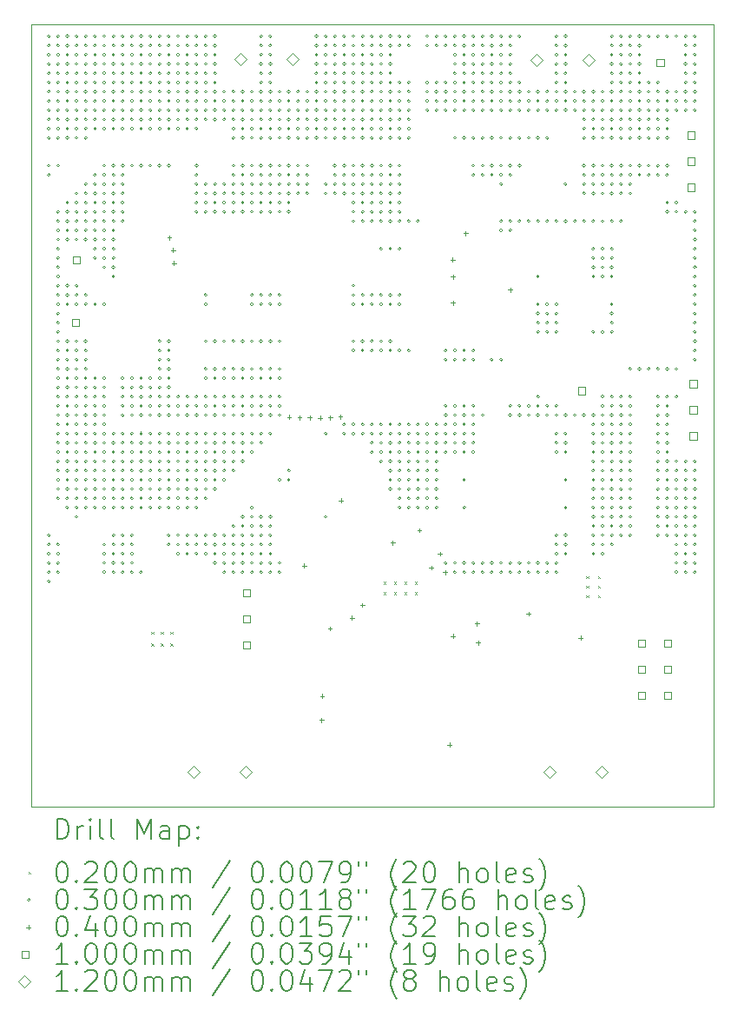
<source format=gbr>
%TF.GenerationSoftware,KiCad,Pcbnew,7.0.9*%
%TF.CreationDate,2024-02-29T12:23:17+05:30*%
%TF.ProjectId,RPS2,52505332-2e6b-4696-9361-645f70636258,rev?*%
%TF.SameCoordinates,Original*%
%TF.FileFunction,Drillmap*%
%TF.FilePolarity,Positive*%
%FSLAX45Y45*%
G04 Gerber Fmt 4.5, Leading zero omitted, Abs format (unit mm)*
G04 Created by KiCad (PCBNEW 7.0.9) date 2024-02-29 12:23:17*
%MOMM*%
%LPD*%
G01*
G04 APERTURE LIST*
%ADD10C,0.100000*%
%ADD11C,0.200000*%
%ADD12C,0.120000*%
G04 APERTURE END LIST*
D10*
X6245860Y-4061460D02*
X12900660Y-4061460D01*
X12900660Y-11681460D01*
X6245860Y-11681460D01*
X6245860Y-4061460D01*
D11*
D10*
X7420600Y-9978200D02*
X7440600Y-9998200D01*
X7440600Y-9978200D02*
X7420600Y-9998200D01*
X7420600Y-10093200D02*
X7440600Y-10113200D01*
X7440600Y-10093200D02*
X7420600Y-10113200D01*
X7514600Y-9978200D02*
X7534600Y-9998200D01*
X7534600Y-9978200D02*
X7514600Y-9998200D01*
X7514600Y-10093200D02*
X7534600Y-10113200D01*
X7534600Y-10093200D02*
X7514600Y-10113200D01*
X7608600Y-9978200D02*
X7628600Y-9998200D01*
X7628600Y-9978200D02*
X7608600Y-9998200D01*
X7608600Y-10093200D02*
X7628600Y-10113200D01*
X7628600Y-10093200D02*
X7608600Y-10113200D01*
X9688380Y-9492140D02*
X9708380Y-9512140D01*
X9708380Y-9492140D02*
X9688380Y-9512140D01*
X9688380Y-9592140D02*
X9708380Y-9612140D01*
X9708380Y-9592140D02*
X9688380Y-9612140D01*
X9788380Y-9492140D02*
X9808380Y-9512140D01*
X9808380Y-9492140D02*
X9788380Y-9512140D01*
X9788380Y-9592140D02*
X9808380Y-9612140D01*
X9808380Y-9592140D02*
X9788380Y-9612140D01*
X9888380Y-9492140D02*
X9908380Y-9512140D01*
X9908380Y-9492140D02*
X9888380Y-9512140D01*
X9888380Y-9592140D02*
X9908380Y-9612140D01*
X9908380Y-9592140D02*
X9888380Y-9612140D01*
X9988380Y-9492140D02*
X10008380Y-9512140D01*
X10008380Y-9492140D02*
X9988380Y-9512140D01*
X9988380Y-9592140D02*
X10008380Y-9612140D01*
X10008380Y-9592140D02*
X9988380Y-9612140D01*
X11662220Y-9433500D02*
X11682220Y-9453500D01*
X11682220Y-9433500D02*
X11662220Y-9453500D01*
X11662220Y-9527500D02*
X11682220Y-9547500D01*
X11682220Y-9527500D02*
X11662220Y-9547500D01*
X11662220Y-9621500D02*
X11682220Y-9641500D01*
X11682220Y-9621500D02*
X11662220Y-9641500D01*
X11777220Y-9433500D02*
X11797220Y-9453500D01*
X11797220Y-9433500D02*
X11777220Y-9453500D01*
X11777220Y-9527500D02*
X11797220Y-9547500D01*
X11797220Y-9527500D02*
X11777220Y-9547500D01*
X11777220Y-9621500D02*
X11797220Y-9641500D01*
X11797220Y-9621500D02*
X11777220Y-9641500D01*
X6435860Y-4176995D02*
G75*
G03*
X6435860Y-4176995I-15000J0D01*
G01*
X6435860Y-4266995D02*
G75*
G03*
X6435860Y-4266995I-15000J0D01*
G01*
X6435860Y-4356995D02*
G75*
G03*
X6435860Y-4356995I-15000J0D01*
G01*
X6435860Y-4446995D02*
G75*
G03*
X6435860Y-4446995I-15000J0D01*
G01*
X6435860Y-4536995D02*
G75*
G03*
X6435860Y-4536995I-15000J0D01*
G01*
X6435860Y-4626995D02*
G75*
G03*
X6435860Y-4626995I-15000J0D01*
G01*
X6435860Y-4716995D02*
G75*
G03*
X6435860Y-4716995I-15000J0D01*
G01*
X6435860Y-4806995D02*
G75*
G03*
X6435860Y-4806995I-15000J0D01*
G01*
X6435860Y-4896995D02*
G75*
G03*
X6435860Y-4896995I-15000J0D01*
G01*
X6435860Y-4986995D02*
G75*
G03*
X6435860Y-4986995I-15000J0D01*
G01*
X6435860Y-5076995D02*
G75*
G03*
X6435860Y-5076995I-15000J0D01*
G01*
X6435860Y-5166995D02*
G75*
G03*
X6435860Y-5166995I-15000J0D01*
G01*
X6435860Y-5436995D02*
G75*
G03*
X6435860Y-5436995I-15000J0D01*
G01*
X6435860Y-5526995D02*
G75*
G03*
X6435860Y-5526995I-15000J0D01*
G01*
X6435860Y-9036995D02*
G75*
G03*
X6435860Y-9036995I-15000J0D01*
G01*
X6435860Y-9126995D02*
G75*
G03*
X6435860Y-9126995I-15000J0D01*
G01*
X6435860Y-9216995D02*
G75*
G03*
X6435860Y-9216995I-15000J0D01*
G01*
X6435860Y-9306995D02*
G75*
G03*
X6435860Y-9306995I-15000J0D01*
G01*
X6435860Y-9396995D02*
G75*
G03*
X6435860Y-9396995I-15000J0D01*
G01*
X6435860Y-9486995D02*
G75*
G03*
X6435860Y-9486995I-15000J0D01*
G01*
X6525860Y-4176995D02*
G75*
G03*
X6525860Y-4176995I-15000J0D01*
G01*
X6525860Y-4266995D02*
G75*
G03*
X6525860Y-4266995I-15000J0D01*
G01*
X6525860Y-4356995D02*
G75*
G03*
X6525860Y-4356995I-15000J0D01*
G01*
X6525860Y-4446995D02*
G75*
G03*
X6525860Y-4446995I-15000J0D01*
G01*
X6525860Y-4536995D02*
G75*
G03*
X6525860Y-4536995I-15000J0D01*
G01*
X6525860Y-4626995D02*
G75*
G03*
X6525860Y-4626995I-15000J0D01*
G01*
X6525860Y-4716995D02*
G75*
G03*
X6525860Y-4716995I-15000J0D01*
G01*
X6525860Y-4806995D02*
G75*
G03*
X6525860Y-4806995I-15000J0D01*
G01*
X6525860Y-4896995D02*
G75*
G03*
X6525860Y-4896995I-15000J0D01*
G01*
X6525860Y-4986995D02*
G75*
G03*
X6525860Y-4986995I-15000J0D01*
G01*
X6525860Y-5076995D02*
G75*
G03*
X6525860Y-5076995I-15000J0D01*
G01*
X6525860Y-5166995D02*
G75*
G03*
X6525860Y-5166995I-15000J0D01*
G01*
X6525860Y-5436995D02*
G75*
G03*
X6525860Y-5436995I-15000J0D01*
G01*
X6525860Y-5886995D02*
G75*
G03*
X6525860Y-5886995I-15000J0D01*
G01*
X6525860Y-5976995D02*
G75*
G03*
X6525860Y-5976995I-15000J0D01*
G01*
X6525860Y-6066995D02*
G75*
G03*
X6525860Y-6066995I-15000J0D01*
G01*
X6525860Y-6156995D02*
G75*
G03*
X6525860Y-6156995I-15000J0D01*
G01*
X6525860Y-6246995D02*
G75*
G03*
X6525860Y-6246995I-15000J0D01*
G01*
X6525860Y-6336995D02*
G75*
G03*
X6525860Y-6336995I-15000J0D01*
G01*
X6525860Y-6426995D02*
G75*
G03*
X6525860Y-6426995I-15000J0D01*
G01*
X6525860Y-6516995D02*
G75*
G03*
X6525860Y-6516995I-15000J0D01*
G01*
X6525860Y-6606995D02*
G75*
G03*
X6525860Y-6606995I-15000J0D01*
G01*
X6525860Y-6696995D02*
G75*
G03*
X6525860Y-6696995I-15000J0D01*
G01*
X6525860Y-6786995D02*
G75*
G03*
X6525860Y-6786995I-15000J0D01*
G01*
X6525860Y-6876995D02*
G75*
G03*
X6525860Y-6876995I-15000J0D01*
G01*
X6525860Y-6966995D02*
G75*
G03*
X6525860Y-6966995I-15000J0D01*
G01*
X6525860Y-7056995D02*
G75*
G03*
X6525860Y-7056995I-15000J0D01*
G01*
X6525860Y-7146995D02*
G75*
G03*
X6525860Y-7146995I-15000J0D01*
G01*
X6525860Y-7236995D02*
G75*
G03*
X6525860Y-7236995I-15000J0D01*
G01*
X6525860Y-7326995D02*
G75*
G03*
X6525860Y-7326995I-15000J0D01*
G01*
X6525860Y-7416995D02*
G75*
G03*
X6525860Y-7416995I-15000J0D01*
G01*
X6525860Y-7506995D02*
G75*
G03*
X6525860Y-7506995I-15000J0D01*
G01*
X6525860Y-7596995D02*
G75*
G03*
X6525860Y-7596995I-15000J0D01*
G01*
X6525860Y-7686995D02*
G75*
G03*
X6525860Y-7686995I-15000J0D01*
G01*
X6525860Y-7776995D02*
G75*
G03*
X6525860Y-7776995I-15000J0D01*
G01*
X6525860Y-7866995D02*
G75*
G03*
X6525860Y-7866995I-15000J0D01*
G01*
X6525860Y-7956995D02*
G75*
G03*
X6525860Y-7956995I-15000J0D01*
G01*
X6525860Y-8046995D02*
G75*
G03*
X6525860Y-8046995I-15000J0D01*
G01*
X6525860Y-8136995D02*
G75*
G03*
X6525860Y-8136995I-15000J0D01*
G01*
X6525860Y-8226995D02*
G75*
G03*
X6525860Y-8226995I-15000J0D01*
G01*
X6525860Y-8316995D02*
G75*
G03*
X6525860Y-8316995I-15000J0D01*
G01*
X6525860Y-8406995D02*
G75*
G03*
X6525860Y-8406995I-15000J0D01*
G01*
X6525860Y-8496995D02*
G75*
G03*
X6525860Y-8496995I-15000J0D01*
G01*
X6525860Y-8586995D02*
G75*
G03*
X6525860Y-8586995I-15000J0D01*
G01*
X6525860Y-8676995D02*
G75*
G03*
X6525860Y-8676995I-15000J0D01*
G01*
X6525860Y-9126995D02*
G75*
G03*
X6525860Y-9126995I-15000J0D01*
G01*
X6525860Y-9216995D02*
G75*
G03*
X6525860Y-9216995I-15000J0D01*
G01*
X6525860Y-9306995D02*
G75*
G03*
X6525860Y-9306995I-15000J0D01*
G01*
X6525860Y-9396995D02*
G75*
G03*
X6525860Y-9396995I-15000J0D01*
G01*
X6615860Y-4176995D02*
G75*
G03*
X6615860Y-4176995I-15000J0D01*
G01*
X6615860Y-4266995D02*
G75*
G03*
X6615860Y-4266995I-15000J0D01*
G01*
X6615860Y-4356995D02*
G75*
G03*
X6615860Y-4356995I-15000J0D01*
G01*
X6615860Y-4446995D02*
G75*
G03*
X6615860Y-4446995I-15000J0D01*
G01*
X6615860Y-4536995D02*
G75*
G03*
X6615860Y-4536995I-15000J0D01*
G01*
X6615860Y-4626995D02*
G75*
G03*
X6615860Y-4626995I-15000J0D01*
G01*
X6615860Y-4716995D02*
G75*
G03*
X6615860Y-4716995I-15000J0D01*
G01*
X6615860Y-4806995D02*
G75*
G03*
X6615860Y-4806995I-15000J0D01*
G01*
X6615860Y-4896995D02*
G75*
G03*
X6615860Y-4896995I-15000J0D01*
G01*
X6615860Y-4986995D02*
G75*
G03*
X6615860Y-4986995I-15000J0D01*
G01*
X6615860Y-5076995D02*
G75*
G03*
X6615860Y-5076995I-15000J0D01*
G01*
X6615860Y-5166995D02*
G75*
G03*
X6615860Y-5166995I-15000J0D01*
G01*
X6615860Y-5796995D02*
G75*
G03*
X6615860Y-5796995I-15000J0D01*
G01*
X6615860Y-5886995D02*
G75*
G03*
X6615860Y-5886995I-15000J0D01*
G01*
X6615860Y-5976995D02*
G75*
G03*
X6615860Y-5976995I-15000J0D01*
G01*
X6615860Y-6066995D02*
G75*
G03*
X6615860Y-6066995I-15000J0D01*
G01*
X6615860Y-6156995D02*
G75*
G03*
X6615860Y-6156995I-15000J0D01*
G01*
X6615860Y-6606995D02*
G75*
G03*
X6615860Y-6606995I-15000J0D01*
G01*
X6615860Y-6696995D02*
G75*
G03*
X6615860Y-6696995I-15000J0D01*
G01*
X6615860Y-6786995D02*
G75*
G03*
X6615860Y-6786995I-15000J0D01*
G01*
X6615860Y-7146995D02*
G75*
G03*
X6615860Y-7146995I-15000J0D01*
G01*
X6615860Y-7236995D02*
G75*
G03*
X6615860Y-7236995I-15000J0D01*
G01*
X6615860Y-7326995D02*
G75*
G03*
X6615860Y-7326995I-15000J0D01*
G01*
X6615860Y-7416995D02*
G75*
G03*
X6615860Y-7416995I-15000J0D01*
G01*
X6615860Y-7506995D02*
G75*
G03*
X6615860Y-7506995I-15000J0D01*
G01*
X6615860Y-7596995D02*
G75*
G03*
X6615860Y-7596995I-15000J0D01*
G01*
X6615860Y-7686995D02*
G75*
G03*
X6615860Y-7686995I-15000J0D01*
G01*
X6615860Y-7776995D02*
G75*
G03*
X6615860Y-7776995I-15000J0D01*
G01*
X6615860Y-7866995D02*
G75*
G03*
X6615860Y-7866995I-15000J0D01*
G01*
X6615860Y-7956995D02*
G75*
G03*
X6615860Y-7956995I-15000J0D01*
G01*
X6615860Y-8046995D02*
G75*
G03*
X6615860Y-8046995I-15000J0D01*
G01*
X6615860Y-8136995D02*
G75*
G03*
X6615860Y-8136995I-15000J0D01*
G01*
X6615860Y-8226995D02*
G75*
G03*
X6615860Y-8226995I-15000J0D01*
G01*
X6615860Y-8316995D02*
G75*
G03*
X6615860Y-8316995I-15000J0D01*
G01*
X6615860Y-8406995D02*
G75*
G03*
X6615860Y-8406995I-15000J0D01*
G01*
X6615860Y-8496995D02*
G75*
G03*
X6615860Y-8496995I-15000J0D01*
G01*
X6615860Y-8586995D02*
G75*
G03*
X6615860Y-8586995I-15000J0D01*
G01*
X6615860Y-8676995D02*
G75*
G03*
X6615860Y-8676995I-15000J0D01*
G01*
X6615860Y-8766995D02*
G75*
G03*
X6615860Y-8766995I-15000J0D01*
G01*
X6705860Y-4176995D02*
G75*
G03*
X6705860Y-4176995I-15000J0D01*
G01*
X6705860Y-4266995D02*
G75*
G03*
X6705860Y-4266995I-15000J0D01*
G01*
X6705860Y-4356995D02*
G75*
G03*
X6705860Y-4356995I-15000J0D01*
G01*
X6705860Y-4446995D02*
G75*
G03*
X6705860Y-4446995I-15000J0D01*
G01*
X6705860Y-4536995D02*
G75*
G03*
X6705860Y-4536995I-15000J0D01*
G01*
X6705860Y-4626995D02*
G75*
G03*
X6705860Y-4626995I-15000J0D01*
G01*
X6705860Y-4716995D02*
G75*
G03*
X6705860Y-4716995I-15000J0D01*
G01*
X6705860Y-4806995D02*
G75*
G03*
X6705860Y-4806995I-15000J0D01*
G01*
X6705860Y-4896995D02*
G75*
G03*
X6705860Y-4896995I-15000J0D01*
G01*
X6705860Y-4986995D02*
G75*
G03*
X6705860Y-4986995I-15000J0D01*
G01*
X6705860Y-5076995D02*
G75*
G03*
X6705860Y-5076995I-15000J0D01*
G01*
X6705860Y-5166995D02*
G75*
G03*
X6705860Y-5166995I-15000J0D01*
G01*
X6705860Y-5706995D02*
G75*
G03*
X6705860Y-5706995I-15000J0D01*
G01*
X6705860Y-5796995D02*
G75*
G03*
X6705860Y-5796995I-15000J0D01*
G01*
X6705860Y-5886995D02*
G75*
G03*
X6705860Y-5886995I-15000J0D01*
G01*
X6705860Y-5976995D02*
G75*
G03*
X6705860Y-5976995I-15000J0D01*
G01*
X6705860Y-6066995D02*
G75*
G03*
X6705860Y-6066995I-15000J0D01*
G01*
X6705860Y-6156995D02*
G75*
G03*
X6705860Y-6156995I-15000J0D01*
G01*
X6705860Y-6606995D02*
G75*
G03*
X6705860Y-6606995I-15000J0D01*
G01*
X6705860Y-6696995D02*
G75*
G03*
X6705860Y-6696995I-15000J0D01*
G01*
X6705860Y-6786995D02*
G75*
G03*
X6705860Y-6786995I-15000J0D01*
G01*
X6705860Y-7146995D02*
G75*
G03*
X6705860Y-7146995I-15000J0D01*
G01*
X6705860Y-7236995D02*
G75*
G03*
X6705860Y-7236995I-15000J0D01*
G01*
X6705860Y-7326995D02*
G75*
G03*
X6705860Y-7326995I-15000J0D01*
G01*
X6705860Y-7416995D02*
G75*
G03*
X6705860Y-7416995I-15000J0D01*
G01*
X6705860Y-7506995D02*
G75*
G03*
X6705860Y-7506995I-15000J0D01*
G01*
X6705860Y-7596995D02*
G75*
G03*
X6705860Y-7596995I-15000J0D01*
G01*
X6705860Y-7686995D02*
G75*
G03*
X6705860Y-7686995I-15000J0D01*
G01*
X6705860Y-7776995D02*
G75*
G03*
X6705860Y-7776995I-15000J0D01*
G01*
X6705860Y-7866995D02*
G75*
G03*
X6705860Y-7866995I-15000J0D01*
G01*
X6705860Y-7956995D02*
G75*
G03*
X6705860Y-7956995I-15000J0D01*
G01*
X6705860Y-8046995D02*
G75*
G03*
X6705860Y-8046995I-15000J0D01*
G01*
X6705860Y-8136995D02*
G75*
G03*
X6705860Y-8136995I-15000J0D01*
G01*
X6705860Y-8226995D02*
G75*
G03*
X6705860Y-8226995I-15000J0D01*
G01*
X6705860Y-8316995D02*
G75*
G03*
X6705860Y-8316995I-15000J0D01*
G01*
X6705860Y-8406995D02*
G75*
G03*
X6705860Y-8406995I-15000J0D01*
G01*
X6705860Y-8496995D02*
G75*
G03*
X6705860Y-8496995I-15000J0D01*
G01*
X6705860Y-8586995D02*
G75*
G03*
X6705860Y-8586995I-15000J0D01*
G01*
X6705860Y-8676995D02*
G75*
G03*
X6705860Y-8676995I-15000J0D01*
G01*
X6705860Y-8766995D02*
G75*
G03*
X6705860Y-8766995I-15000J0D01*
G01*
X6705860Y-8856995D02*
G75*
G03*
X6705860Y-8856995I-15000J0D01*
G01*
X6795860Y-4176995D02*
G75*
G03*
X6795860Y-4176995I-15000J0D01*
G01*
X6795860Y-4266995D02*
G75*
G03*
X6795860Y-4266995I-15000J0D01*
G01*
X6795860Y-4356995D02*
G75*
G03*
X6795860Y-4356995I-15000J0D01*
G01*
X6795860Y-4446995D02*
G75*
G03*
X6795860Y-4446995I-15000J0D01*
G01*
X6795860Y-4536995D02*
G75*
G03*
X6795860Y-4536995I-15000J0D01*
G01*
X6795860Y-4626995D02*
G75*
G03*
X6795860Y-4626995I-15000J0D01*
G01*
X6795860Y-4716995D02*
G75*
G03*
X6795860Y-4716995I-15000J0D01*
G01*
X6795860Y-4806995D02*
G75*
G03*
X6795860Y-4806995I-15000J0D01*
G01*
X6795860Y-4896995D02*
G75*
G03*
X6795860Y-4896995I-15000J0D01*
G01*
X6795860Y-4986995D02*
G75*
G03*
X6795860Y-4986995I-15000J0D01*
G01*
X6795860Y-5076995D02*
G75*
G03*
X6795860Y-5076995I-15000J0D01*
G01*
X6795860Y-5166995D02*
G75*
G03*
X6795860Y-5166995I-15000J0D01*
G01*
X6795860Y-5616995D02*
G75*
G03*
X6795860Y-5616995I-15000J0D01*
G01*
X6795860Y-5706995D02*
G75*
G03*
X6795860Y-5706995I-15000J0D01*
G01*
X6795860Y-5796995D02*
G75*
G03*
X6795860Y-5796995I-15000J0D01*
G01*
X6795860Y-5886995D02*
G75*
G03*
X6795860Y-5886995I-15000J0D01*
G01*
X6795860Y-5976995D02*
G75*
G03*
X6795860Y-5976995I-15000J0D01*
G01*
X6795860Y-6066995D02*
G75*
G03*
X6795860Y-6066995I-15000J0D01*
G01*
X6795860Y-6156995D02*
G75*
G03*
X6795860Y-6156995I-15000J0D01*
G01*
X6795860Y-6696995D02*
G75*
G03*
X6795860Y-6696995I-15000J0D01*
G01*
X6795860Y-6786995D02*
G75*
G03*
X6795860Y-6786995I-15000J0D01*
G01*
X6795860Y-7146995D02*
G75*
G03*
X6795860Y-7146995I-15000J0D01*
G01*
X6795860Y-7236995D02*
G75*
G03*
X6795860Y-7236995I-15000J0D01*
G01*
X6795860Y-7326995D02*
G75*
G03*
X6795860Y-7326995I-15000J0D01*
G01*
X6795860Y-7416995D02*
G75*
G03*
X6795860Y-7416995I-15000J0D01*
G01*
X6795860Y-7506995D02*
G75*
G03*
X6795860Y-7506995I-15000J0D01*
G01*
X6795860Y-7596995D02*
G75*
G03*
X6795860Y-7596995I-15000J0D01*
G01*
X6795860Y-7686995D02*
G75*
G03*
X6795860Y-7686995I-15000J0D01*
G01*
X6795860Y-7776995D02*
G75*
G03*
X6795860Y-7776995I-15000J0D01*
G01*
X6795860Y-7866995D02*
G75*
G03*
X6795860Y-7866995I-15000J0D01*
G01*
X6795860Y-7956995D02*
G75*
G03*
X6795860Y-7956995I-15000J0D01*
G01*
X6795860Y-8046995D02*
G75*
G03*
X6795860Y-8046995I-15000J0D01*
G01*
X6795860Y-8136995D02*
G75*
G03*
X6795860Y-8136995I-15000J0D01*
G01*
X6795860Y-8226995D02*
G75*
G03*
X6795860Y-8226995I-15000J0D01*
G01*
X6795860Y-8316995D02*
G75*
G03*
X6795860Y-8316995I-15000J0D01*
G01*
X6795860Y-8406995D02*
G75*
G03*
X6795860Y-8406995I-15000J0D01*
G01*
X6795860Y-8496995D02*
G75*
G03*
X6795860Y-8496995I-15000J0D01*
G01*
X6795860Y-8586995D02*
G75*
G03*
X6795860Y-8586995I-15000J0D01*
G01*
X6795860Y-8676995D02*
G75*
G03*
X6795860Y-8676995I-15000J0D01*
G01*
X6795860Y-8766995D02*
G75*
G03*
X6795860Y-8766995I-15000J0D01*
G01*
X6885860Y-4176995D02*
G75*
G03*
X6885860Y-4176995I-15000J0D01*
G01*
X6885860Y-4266995D02*
G75*
G03*
X6885860Y-4266995I-15000J0D01*
G01*
X6885860Y-4356995D02*
G75*
G03*
X6885860Y-4356995I-15000J0D01*
G01*
X6885860Y-4446995D02*
G75*
G03*
X6885860Y-4446995I-15000J0D01*
G01*
X6885860Y-4536995D02*
G75*
G03*
X6885860Y-4536995I-15000J0D01*
G01*
X6885860Y-4626995D02*
G75*
G03*
X6885860Y-4626995I-15000J0D01*
G01*
X6885860Y-4716995D02*
G75*
G03*
X6885860Y-4716995I-15000J0D01*
G01*
X6885860Y-4806995D02*
G75*
G03*
X6885860Y-4806995I-15000J0D01*
G01*
X6885860Y-4896995D02*
G75*
G03*
X6885860Y-4896995I-15000J0D01*
G01*
X6885860Y-4986995D02*
G75*
G03*
X6885860Y-4986995I-15000J0D01*
G01*
X6885860Y-5076995D02*
G75*
G03*
X6885860Y-5076995I-15000J0D01*
G01*
X6885860Y-5526995D02*
G75*
G03*
X6885860Y-5526995I-15000J0D01*
G01*
X6885860Y-5616995D02*
G75*
G03*
X6885860Y-5616995I-15000J0D01*
G01*
X6885860Y-5706995D02*
G75*
G03*
X6885860Y-5706995I-15000J0D01*
G01*
X6885860Y-5796995D02*
G75*
G03*
X6885860Y-5796995I-15000J0D01*
G01*
X6885860Y-5886995D02*
G75*
G03*
X6885860Y-5886995I-15000J0D01*
G01*
X6885860Y-5976995D02*
G75*
G03*
X6885860Y-5976995I-15000J0D01*
G01*
X6885860Y-6066995D02*
G75*
G03*
X6885860Y-6066995I-15000J0D01*
G01*
X6885860Y-6156995D02*
G75*
G03*
X6885860Y-6156995I-15000J0D01*
G01*
X6885860Y-6246995D02*
G75*
G03*
X6885860Y-6246995I-15000J0D01*
G01*
X6885860Y-6336995D02*
G75*
G03*
X6885860Y-6336995I-15000J0D01*
G01*
X6885860Y-6786995D02*
G75*
G03*
X6885860Y-6786995I-15000J0D01*
G01*
X6885860Y-7506995D02*
G75*
G03*
X6885860Y-7506995I-15000J0D01*
G01*
X6885860Y-7596995D02*
G75*
G03*
X6885860Y-7596995I-15000J0D01*
G01*
X6885860Y-7686995D02*
G75*
G03*
X6885860Y-7686995I-15000J0D01*
G01*
X6885860Y-7776995D02*
G75*
G03*
X6885860Y-7776995I-15000J0D01*
G01*
X6885860Y-7866995D02*
G75*
G03*
X6885860Y-7866995I-15000J0D01*
G01*
X6885860Y-7956995D02*
G75*
G03*
X6885860Y-7956995I-15000J0D01*
G01*
X6885860Y-8046995D02*
G75*
G03*
X6885860Y-8046995I-15000J0D01*
G01*
X6885860Y-8136995D02*
G75*
G03*
X6885860Y-8136995I-15000J0D01*
G01*
X6885860Y-8226995D02*
G75*
G03*
X6885860Y-8226995I-15000J0D01*
G01*
X6885860Y-8316995D02*
G75*
G03*
X6885860Y-8316995I-15000J0D01*
G01*
X6885860Y-8406995D02*
G75*
G03*
X6885860Y-8406995I-15000J0D01*
G01*
X6885860Y-8496995D02*
G75*
G03*
X6885860Y-8496995I-15000J0D01*
G01*
X6885860Y-8586995D02*
G75*
G03*
X6885860Y-8586995I-15000J0D01*
G01*
X6885860Y-8676995D02*
G75*
G03*
X6885860Y-8676995I-15000J0D01*
G01*
X6885860Y-8766995D02*
G75*
G03*
X6885860Y-8766995I-15000J0D01*
G01*
X6975860Y-4176995D02*
G75*
G03*
X6975860Y-4176995I-15000J0D01*
G01*
X6975860Y-4266995D02*
G75*
G03*
X6975860Y-4266995I-15000J0D01*
G01*
X6975860Y-4356995D02*
G75*
G03*
X6975860Y-4356995I-15000J0D01*
G01*
X6975860Y-4446995D02*
G75*
G03*
X6975860Y-4446995I-15000J0D01*
G01*
X6975860Y-4536995D02*
G75*
G03*
X6975860Y-4536995I-15000J0D01*
G01*
X6975860Y-4626995D02*
G75*
G03*
X6975860Y-4626995I-15000J0D01*
G01*
X6975860Y-4716995D02*
G75*
G03*
X6975860Y-4716995I-15000J0D01*
G01*
X6975860Y-4806995D02*
G75*
G03*
X6975860Y-4806995I-15000J0D01*
G01*
X6975860Y-4896995D02*
G75*
G03*
X6975860Y-4896995I-15000J0D01*
G01*
X6975860Y-4986995D02*
G75*
G03*
X6975860Y-4986995I-15000J0D01*
G01*
X6975860Y-5076995D02*
G75*
G03*
X6975860Y-5076995I-15000J0D01*
G01*
X6975860Y-5436995D02*
G75*
G03*
X6975860Y-5436995I-15000J0D01*
G01*
X6975860Y-5526995D02*
G75*
G03*
X6975860Y-5526995I-15000J0D01*
G01*
X6975860Y-5616995D02*
G75*
G03*
X6975860Y-5616995I-15000J0D01*
G01*
X6975860Y-5706995D02*
G75*
G03*
X6975860Y-5706995I-15000J0D01*
G01*
X6975860Y-5796995D02*
G75*
G03*
X6975860Y-5796995I-15000J0D01*
G01*
X6975860Y-5886995D02*
G75*
G03*
X6975860Y-5886995I-15000J0D01*
G01*
X6975860Y-5976995D02*
G75*
G03*
X6975860Y-5976995I-15000J0D01*
G01*
X6975860Y-6066995D02*
G75*
G03*
X6975860Y-6066995I-15000J0D01*
G01*
X6975860Y-6156995D02*
G75*
G03*
X6975860Y-6156995I-15000J0D01*
G01*
X6975860Y-6246995D02*
G75*
G03*
X6975860Y-6246995I-15000J0D01*
G01*
X6975860Y-6336995D02*
G75*
G03*
X6975860Y-6336995I-15000J0D01*
G01*
X6975860Y-6426995D02*
G75*
G03*
X6975860Y-6426995I-15000J0D01*
G01*
X6975860Y-6786995D02*
G75*
G03*
X6975860Y-6786995I-15000J0D01*
G01*
X6975860Y-7506995D02*
G75*
G03*
X6975860Y-7506995I-15000J0D01*
G01*
X6975860Y-7596995D02*
G75*
G03*
X6975860Y-7596995I-15000J0D01*
G01*
X6975860Y-7686995D02*
G75*
G03*
X6975860Y-7686995I-15000J0D01*
G01*
X6975860Y-7776995D02*
G75*
G03*
X6975860Y-7776995I-15000J0D01*
G01*
X6975860Y-7866995D02*
G75*
G03*
X6975860Y-7866995I-15000J0D01*
G01*
X6975860Y-7956995D02*
G75*
G03*
X6975860Y-7956995I-15000J0D01*
G01*
X6975860Y-8046995D02*
G75*
G03*
X6975860Y-8046995I-15000J0D01*
G01*
X6975860Y-8136995D02*
G75*
G03*
X6975860Y-8136995I-15000J0D01*
G01*
X6975860Y-8226995D02*
G75*
G03*
X6975860Y-8226995I-15000J0D01*
G01*
X6975860Y-8316995D02*
G75*
G03*
X6975860Y-8316995I-15000J0D01*
G01*
X6975860Y-8406995D02*
G75*
G03*
X6975860Y-8406995I-15000J0D01*
G01*
X6975860Y-8496995D02*
G75*
G03*
X6975860Y-8496995I-15000J0D01*
G01*
X6975860Y-8586995D02*
G75*
G03*
X6975860Y-8586995I-15000J0D01*
G01*
X6975860Y-8676995D02*
G75*
G03*
X6975860Y-8676995I-15000J0D01*
G01*
X6975860Y-8766995D02*
G75*
G03*
X6975860Y-8766995I-15000J0D01*
G01*
X6975860Y-9126995D02*
G75*
G03*
X6975860Y-9126995I-15000J0D01*
G01*
X6975860Y-9216995D02*
G75*
G03*
X6975860Y-9216995I-15000J0D01*
G01*
X6975860Y-9306995D02*
G75*
G03*
X6975860Y-9306995I-15000J0D01*
G01*
X6975860Y-9396995D02*
G75*
G03*
X6975860Y-9396995I-15000J0D01*
G01*
X7065860Y-4176995D02*
G75*
G03*
X7065860Y-4176995I-15000J0D01*
G01*
X7065860Y-4266995D02*
G75*
G03*
X7065860Y-4266995I-15000J0D01*
G01*
X7065860Y-4356995D02*
G75*
G03*
X7065860Y-4356995I-15000J0D01*
G01*
X7065860Y-4446995D02*
G75*
G03*
X7065860Y-4446995I-15000J0D01*
G01*
X7065860Y-4536995D02*
G75*
G03*
X7065860Y-4536995I-15000J0D01*
G01*
X7065860Y-4626995D02*
G75*
G03*
X7065860Y-4626995I-15000J0D01*
G01*
X7065860Y-4716995D02*
G75*
G03*
X7065860Y-4716995I-15000J0D01*
G01*
X7065860Y-4806995D02*
G75*
G03*
X7065860Y-4806995I-15000J0D01*
G01*
X7065860Y-4896995D02*
G75*
G03*
X7065860Y-4896995I-15000J0D01*
G01*
X7065860Y-4986995D02*
G75*
G03*
X7065860Y-4986995I-15000J0D01*
G01*
X7065860Y-5076995D02*
G75*
G03*
X7065860Y-5076995I-15000J0D01*
G01*
X7065860Y-5436995D02*
G75*
G03*
X7065860Y-5436995I-15000J0D01*
G01*
X7065860Y-5526995D02*
G75*
G03*
X7065860Y-5526995I-15000J0D01*
G01*
X7065860Y-5616995D02*
G75*
G03*
X7065860Y-5616995I-15000J0D01*
G01*
X7065860Y-5706995D02*
G75*
G03*
X7065860Y-5706995I-15000J0D01*
G01*
X7065860Y-5796995D02*
G75*
G03*
X7065860Y-5796995I-15000J0D01*
G01*
X7065860Y-5886995D02*
G75*
G03*
X7065860Y-5886995I-15000J0D01*
G01*
X7065860Y-5976995D02*
G75*
G03*
X7065860Y-5976995I-15000J0D01*
G01*
X7065860Y-6066995D02*
G75*
G03*
X7065860Y-6066995I-15000J0D01*
G01*
X7065860Y-6156995D02*
G75*
G03*
X7065860Y-6156995I-15000J0D01*
G01*
X7065860Y-6246995D02*
G75*
G03*
X7065860Y-6246995I-15000J0D01*
G01*
X7065860Y-6336995D02*
G75*
G03*
X7065860Y-6336995I-15000J0D01*
G01*
X7065860Y-6426995D02*
G75*
G03*
X7065860Y-6426995I-15000J0D01*
G01*
X7065860Y-6516995D02*
G75*
G03*
X7065860Y-6516995I-15000J0D01*
G01*
X7065860Y-8046995D02*
G75*
G03*
X7065860Y-8046995I-15000J0D01*
G01*
X7065860Y-8136995D02*
G75*
G03*
X7065860Y-8136995I-15000J0D01*
G01*
X7065860Y-8226995D02*
G75*
G03*
X7065860Y-8226995I-15000J0D01*
G01*
X7065860Y-8316995D02*
G75*
G03*
X7065860Y-8316995I-15000J0D01*
G01*
X7065860Y-8406995D02*
G75*
G03*
X7065860Y-8406995I-15000J0D01*
G01*
X7065860Y-8496995D02*
G75*
G03*
X7065860Y-8496995I-15000J0D01*
G01*
X7065860Y-8586995D02*
G75*
G03*
X7065860Y-8586995I-15000J0D01*
G01*
X7065860Y-8676995D02*
G75*
G03*
X7065860Y-8676995I-15000J0D01*
G01*
X7065860Y-8766995D02*
G75*
G03*
X7065860Y-8766995I-15000J0D01*
G01*
X7065860Y-9036995D02*
G75*
G03*
X7065860Y-9036995I-15000J0D01*
G01*
X7065860Y-9126995D02*
G75*
G03*
X7065860Y-9126995I-15000J0D01*
G01*
X7065860Y-9216995D02*
G75*
G03*
X7065860Y-9216995I-15000J0D01*
G01*
X7065860Y-9306995D02*
G75*
G03*
X7065860Y-9306995I-15000J0D01*
G01*
X7065860Y-9396995D02*
G75*
G03*
X7065860Y-9396995I-15000J0D01*
G01*
X7155860Y-4176995D02*
G75*
G03*
X7155860Y-4176995I-15000J0D01*
G01*
X7155860Y-4266995D02*
G75*
G03*
X7155860Y-4266995I-15000J0D01*
G01*
X7155860Y-4356995D02*
G75*
G03*
X7155860Y-4356995I-15000J0D01*
G01*
X7155860Y-4446995D02*
G75*
G03*
X7155860Y-4446995I-15000J0D01*
G01*
X7155860Y-4536995D02*
G75*
G03*
X7155860Y-4536995I-15000J0D01*
G01*
X7155860Y-4626995D02*
G75*
G03*
X7155860Y-4626995I-15000J0D01*
G01*
X7155860Y-4716995D02*
G75*
G03*
X7155860Y-4716995I-15000J0D01*
G01*
X7155860Y-4806995D02*
G75*
G03*
X7155860Y-4806995I-15000J0D01*
G01*
X7155860Y-4896995D02*
G75*
G03*
X7155860Y-4896995I-15000J0D01*
G01*
X7155860Y-4986995D02*
G75*
G03*
X7155860Y-4986995I-15000J0D01*
G01*
X7155860Y-5076995D02*
G75*
G03*
X7155860Y-5076995I-15000J0D01*
G01*
X7155860Y-5436995D02*
G75*
G03*
X7155860Y-5436995I-15000J0D01*
G01*
X7155860Y-5526995D02*
G75*
G03*
X7155860Y-5526995I-15000J0D01*
G01*
X7155860Y-5616995D02*
G75*
G03*
X7155860Y-5616995I-15000J0D01*
G01*
X7155860Y-5706995D02*
G75*
G03*
X7155860Y-5706995I-15000J0D01*
G01*
X7155860Y-5796995D02*
G75*
G03*
X7155860Y-5796995I-15000J0D01*
G01*
X7155860Y-5886995D02*
G75*
G03*
X7155860Y-5886995I-15000J0D01*
G01*
X7155860Y-5976995D02*
G75*
G03*
X7155860Y-5976995I-15000J0D01*
G01*
X7155860Y-7506995D02*
G75*
G03*
X7155860Y-7506995I-15000J0D01*
G01*
X7155860Y-7596995D02*
G75*
G03*
X7155860Y-7596995I-15000J0D01*
G01*
X7155860Y-7686995D02*
G75*
G03*
X7155860Y-7686995I-15000J0D01*
G01*
X7155860Y-7776995D02*
G75*
G03*
X7155860Y-7776995I-15000J0D01*
G01*
X7155860Y-7866995D02*
G75*
G03*
X7155860Y-7866995I-15000J0D01*
G01*
X7155860Y-8046995D02*
G75*
G03*
X7155860Y-8046995I-15000J0D01*
G01*
X7155860Y-8136995D02*
G75*
G03*
X7155860Y-8136995I-15000J0D01*
G01*
X7155860Y-8226995D02*
G75*
G03*
X7155860Y-8226995I-15000J0D01*
G01*
X7155860Y-8316995D02*
G75*
G03*
X7155860Y-8316995I-15000J0D01*
G01*
X7155860Y-8406995D02*
G75*
G03*
X7155860Y-8406995I-15000J0D01*
G01*
X7155860Y-8496995D02*
G75*
G03*
X7155860Y-8496995I-15000J0D01*
G01*
X7155860Y-8586995D02*
G75*
G03*
X7155860Y-8586995I-15000J0D01*
G01*
X7155860Y-8676995D02*
G75*
G03*
X7155860Y-8676995I-15000J0D01*
G01*
X7155860Y-8766995D02*
G75*
G03*
X7155860Y-8766995I-15000J0D01*
G01*
X7155860Y-9036995D02*
G75*
G03*
X7155860Y-9036995I-15000J0D01*
G01*
X7155860Y-9126995D02*
G75*
G03*
X7155860Y-9126995I-15000J0D01*
G01*
X7155860Y-9216995D02*
G75*
G03*
X7155860Y-9216995I-15000J0D01*
G01*
X7155860Y-9306995D02*
G75*
G03*
X7155860Y-9306995I-15000J0D01*
G01*
X7155860Y-9396995D02*
G75*
G03*
X7155860Y-9396995I-15000J0D01*
G01*
X7245860Y-4176995D02*
G75*
G03*
X7245860Y-4176995I-15000J0D01*
G01*
X7245860Y-4266995D02*
G75*
G03*
X7245860Y-4266995I-15000J0D01*
G01*
X7245860Y-4356995D02*
G75*
G03*
X7245860Y-4356995I-15000J0D01*
G01*
X7245860Y-4446995D02*
G75*
G03*
X7245860Y-4446995I-15000J0D01*
G01*
X7245860Y-4536995D02*
G75*
G03*
X7245860Y-4536995I-15000J0D01*
G01*
X7245860Y-4626995D02*
G75*
G03*
X7245860Y-4626995I-15000J0D01*
G01*
X7245860Y-4716995D02*
G75*
G03*
X7245860Y-4716995I-15000J0D01*
G01*
X7245860Y-4806995D02*
G75*
G03*
X7245860Y-4806995I-15000J0D01*
G01*
X7245860Y-4896995D02*
G75*
G03*
X7245860Y-4896995I-15000J0D01*
G01*
X7245860Y-4986995D02*
G75*
G03*
X7245860Y-4986995I-15000J0D01*
G01*
X7245860Y-5076995D02*
G75*
G03*
X7245860Y-5076995I-15000J0D01*
G01*
X7245860Y-5436995D02*
G75*
G03*
X7245860Y-5436995I-15000J0D01*
G01*
X7245860Y-7506995D02*
G75*
G03*
X7245860Y-7506995I-15000J0D01*
G01*
X7245860Y-7596995D02*
G75*
G03*
X7245860Y-7596995I-15000J0D01*
G01*
X7245860Y-7686995D02*
G75*
G03*
X7245860Y-7686995I-15000J0D01*
G01*
X7245860Y-7776995D02*
G75*
G03*
X7245860Y-7776995I-15000J0D01*
G01*
X7245860Y-7866995D02*
G75*
G03*
X7245860Y-7866995I-15000J0D01*
G01*
X7245860Y-8046995D02*
G75*
G03*
X7245860Y-8046995I-15000J0D01*
G01*
X7245860Y-8136995D02*
G75*
G03*
X7245860Y-8136995I-15000J0D01*
G01*
X7245860Y-8226995D02*
G75*
G03*
X7245860Y-8226995I-15000J0D01*
G01*
X7245860Y-8316995D02*
G75*
G03*
X7245860Y-8316995I-15000J0D01*
G01*
X7245860Y-8406995D02*
G75*
G03*
X7245860Y-8406995I-15000J0D01*
G01*
X7245860Y-8496995D02*
G75*
G03*
X7245860Y-8496995I-15000J0D01*
G01*
X7245860Y-8586995D02*
G75*
G03*
X7245860Y-8586995I-15000J0D01*
G01*
X7245860Y-8676995D02*
G75*
G03*
X7245860Y-8676995I-15000J0D01*
G01*
X7245860Y-8766995D02*
G75*
G03*
X7245860Y-8766995I-15000J0D01*
G01*
X7245860Y-9036995D02*
G75*
G03*
X7245860Y-9036995I-15000J0D01*
G01*
X7245860Y-9126995D02*
G75*
G03*
X7245860Y-9126995I-15000J0D01*
G01*
X7245860Y-9216995D02*
G75*
G03*
X7245860Y-9216995I-15000J0D01*
G01*
X7245860Y-9306995D02*
G75*
G03*
X7245860Y-9306995I-15000J0D01*
G01*
X7245860Y-9396995D02*
G75*
G03*
X7245860Y-9396995I-15000J0D01*
G01*
X7335860Y-4176995D02*
G75*
G03*
X7335860Y-4176995I-15000J0D01*
G01*
X7335860Y-4266995D02*
G75*
G03*
X7335860Y-4266995I-15000J0D01*
G01*
X7335860Y-4356995D02*
G75*
G03*
X7335860Y-4356995I-15000J0D01*
G01*
X7335860Y-4446995D02*
G75*
G03*
X7335860Y-4446995I-15000J0D01*
G01*
X7335860Y-4536995D02*
G75*
G03*
X7335860Y-4536995I-15000J0D01*
G01*
X7335860Y-4626995D02*
G75*
G03*
X7335860Y-4626995I-15000J0D01*
G01*
X7335860Y-4716995D02*
G75*
G03*
X7335860Y-4716995I-15000J0D01*
G01*
X7335860Y-4806995D02*
G75*
G03*
X7335860Y-4806995I-15000J0D01*
G01*
X7335860Y-4896995D02*
G75*
G03*
X7335860Y-4896995I-15000J0D01*
G01*
X7335860Y-4986995D02*
G75*
G03*
X7335860Y-4986995I-15000J0D01*
G01*
X7335860Y-5076995D02*
G75*
G03*
X7335860Y-5076995I-15000J0D01*
G01*
X7335860Y-5436995D02*
G75*
G03*
X7335860Y-5436995I-15000J0D01*
G01*
X7335860Y-7506995D02*
G75*
G03*
X7335860Y-7506995I-15000J0D01*
G01*
X7335860Y-7596995D02*
G75*
G03*
X7335860Y-7596995I-15000J0D01*
G01*
X7335860Y-7686995D02*
G75*
G03*
X7335860Y-7686995I-15000J0D01*
G01*
X7335860Y-7776995D02*
G75*
G03*
X7335860Y-7776995I-15000J0D01*
G01*
X7335860Y-7866995D02*
G75*
G03*
X7335860Y-7866995I-15000J0D01*
G01*
X7335860Y-8046995D02*
G75*
G03*
X7335860Y-8046995I-15000J0D01*
G01*
X7335860Y-8136995D02*
G75*
G03*
X7335860Y-8136995I-15000J0D01*
G01*
X7335860Y-8226995D02*
G75*
G03*
X7335860Y-8226995I-15000J0D01*
G01*
X7335860Y-8316995D02*
G75*
G03*
X7335860Y-8316995I-15000J0D01*
G01*
X7335860Y-8406995D02*
G75*
G03*
X7335860Y-8406995I-15000J0D01*
G01*
X7335860Y-8496995D02*
G75*
G03*
X7335860Y-8496995I-15000J0D01*
G01*
X7335860Y-8586995D02*
G75*
G03*
X7335860Y-8586995I-15000J0D01*
G01*
X7335860Y-8676995D02*
G75*
G03*
X7335860Y-8676995I-15000J0D01*
G01*
X7335860Y-8766995D02*
G75*
G03*
X7335860Y-8766995I-15000J0D01*
G01*
X7335860Y-9396995D02*
G75*
G03*
X7335860Y-9396995I-15000J0D01*
G01*
X7425860Y-4176995D02*
G75*
G03*
X7425860Y-4176995I-15000J0D01*
G01*
X7425860Y-4266995D02*
G75*
G03*
X7425860Y-4266995I-15000J0D01*
G01*
X7425860Y-4356995D02*
G75*
G03*
X7425860Y-4356995I-15000J0D01*
G01*
X7425860Y-4446995D02*
G75*
G03*
X7425860Y-4446995I-15000J0D01*
G01*
X7425860Y-4536995D02*
G75*
G03*
X7425860Y-4536995I-15000J0D01*
G01*
X7425860Y-4626995D02*
G75*
G03*
X7425860Y-4626995I-15000J0D01*
G01*
X7425860Y-4716995D02*
G75*
G03*
X7425860Y-4716995I-15000J0D01*
G01*
X7425860Y-4806995D02*
G75*
G03*
X7425860Y-4806995I-15000J0D01*
G01*
X7425860Y-4896995D02*
G75*
G03*
X7425860Y-4896995I-15000J0D01*
G01*
X7425860Y-4986995D02*
G75*
G03*
X7425860Y-4986995I-15000J0D01*
G01*
X7425860Y-5076995D02*
G75*
G03*
X7425860Y-5076995I-15000J0D01*
G01*
X7425860Y-5436995D02*
G75*
G03*
X7425860Y-5436995I-15000J0D01*
G01*
X7425860Y-7506995D02*
G75*
G03*
X7425860Y-7506995I-15000J0D01*
G01*
X7425860Y-7596995D02*
G75*
G03*
X7425860Y-7596995I-15000J0D01*
G01*
X7425860Y-7686995D02*
G75*
G03*
X7425860Y-7686995I-15000J0D01*
G01*
X7425860Y-7776995D02*
G75*
G03*
X7425860Y-7776995I-15000J0D01*
G01*
X7425860Y-7866995D02*
G75*
G03*
X7425860Y-7866995I-15000J0D01*
G01*
X7425860Y-8046995D02*
G75*
G03*
X7425860Y-8046995I-15000J0D01*
G01*
X7425860Y-8136995D02*
G75*
G03*
X7425860Y-8136995I-15000J0D01*
G01*
X7425860Y-8226995D02*
G75*
G03*
X7425860Y-8226995I-15000J0D01*
G01*
X7425860Y-8316995D02*
G75*
G03*
X7425860Y-8316995I-15000J0D01*
G01*
X7425860Y-8406995D02*
G75*
G03*
X7425860Y-8406995I-15000J0D01*
G01*
X7425860Y-8496995D02*
G75*
G03*
X7425860Y-8496995I-15000J0D01*
G01*
X7425860Y-8586995D02*
G75*
G03*
X7425860Y-8586995I-15000J0D01*
G01*
X7425860Y-8676995D02*
G75*
G03*
X7425860Y-8676995I-15000J0D01*
G01*
X7425860Y-8766995D02*
G75*
G03*
X7425860Y-8766995I-15000J0D01*
G01*
X7515860Y-4176995D02*
G75*
G03*
X7515860Y-4176995I-15000J0D01*
G01*
X7515860Y-4266995D02*
G75*
G03*
X7515860Y-4266995I-15000J0D01*
G01*
X7515860Y-4356995D02*
G75*
G03*
X7515860Y-4356995I-15000J0D01*
G01*
X7515860Y-4446995D02*
G75*
G03*
X7515860Y-4446995I-15000J0D01*
G01*
X7515860Y-4536995D02*
G75*
G03*
X7515860Y-4536995I-15000J0D01*
G01*
X7515860Y-4626995D02*
G75*
G03*
X7515860Y-4626995I-15000J0D01*
G01*
X7515860Y-4716995D02*
G75*
G03*
X7515860Y-4716995I-15000J0D01*
G01*
X7515860Y-4806995D02*
G75*
G03*
X7515860Y-4806995I-15000J0D01*
G01*
X7515860Y-4896995D02*
G75*
G03*
X7515860Y-4896995I-15000J0D01*
G01*
X7515860Y-4986995D02*
G75*
G03*
X7515860Y-4986995I-15000J0D01*
G01*
X7515860Y-5076995D02*
G75*
G03*
X7515860Y-5076995I-15000J0D01*
G01*
X7515860Y-5436995D02*
G75*
G03*
X7515860Y-5436995I-15000J0D01*
G01*
X7515860Y-7146995D02*
G75*
G03*
X7515860Y-7146995I-15000J0D01*
G01*
X7515860Y-7236995D02*
G75*
G03*
X7515860Y-7236995I-15000J0D01*
G01*
X7515860Y-7326995D02*
G75*
G03*
X7515860Y-7326995I-15000J0D01*
G01*
X7515860Y-7416995D02*
G75*
G03*
X7515860Y-7416995I-15000J0D01*
G01*
X7515860Y-7506995D02*
G75*
G03*
X7515860Y-7506995I-15000J0D01*
G01*
X7515860Y-7596995D02*
G75*
G03*
X7515860Y-7596995I-15000J0D01*
G01*
X7515860Y-7686995D02*
G75*
G03*
X7515860Y-7686995I-15000J0D01*
G01*
X7515860Y-7776995D02*
G75*
G03*
X7515860Y-7776995I-15000J0D01*
G01*
X7515860Y-7866995D02*
G75*
G03*
X7515860Y-7866995I-15000J0D01*
G01*
X7515860Y-8046995D02*
G75*
G03*
X7515860Y-8046995I-15000J0D01*
G01*
X7515860Y-8136995D02*
G75*
G03*
X7515860Y-8136995I-15000J0D01*
G01*
X7515860Y-8226995D02*
G75*
G03*
X7515860Y-8226995I-15000J0D01*
G01*
X7515860Y-8316995D02*
G75*
G03*
X7515860Y-8316995I-15000J0D01*
G01*
X7515860Y-8406995D02*
G75*
G03*
X7515860Y-8406995I-15000J0D01*
G01*
X7515860Y-8496995D02*
G75*
G03*
X7515860Y-8496995I-15000J0D01*
G01*
X7515860Y-8586995D02*
G75*
G03*
X7515860Y-8586995I-15000J0D01*
G01*
X7515860Y-8676995D02*
G75*
G03*
X7515860Y-8676995I-15000J0D01*
G01*
X7515860Y-8766995D02*
G75*
G03*
X7515860Y-8766995I-15000J0D01*
G01*
X7605860Y-4176995D02*
G75*
G03*
X7605860Y-4176995I-15000J0D01*
G01*
X7605860Y-4266995D02*
G75*
G03*
X7605860Y-4266995I-15000J0D01*
G01*
X7605860Y-4356995D02*
G75*
G03*
X7605860Y-4356995I-15000J0D01*
G01*
X7605860Y-4446995D02*
G75*
G03*
X7605860Y-4446995I-15000J0D01*
G01*
X7605860Y-4536995D02*
G75*
G03*
X7605860Y-4536995I-15000J0D01*
G01*
X7605860Y-4626995D02*
G75*
G03*
X7605860Y-4626995I-15000J0D01*
G01*
X7605860Y-4716995D02*
G75*
G03*
X7605860Y-4716995I-15000J0D01*
G01*
X7605860Y-4806995D02*
G75*
G03*
X7605860Y-4806995I-15000J0D01*
G01*
X7605860Y-4896995D02*
G75*
G03*
X7605860Y-4896995I-15000J0D01*
G01*
X7605860Y-4986995D02*
G75*
G03*
X7605860Y-4986995I-15000J0D01*
G01*
X7605860Y-5076995D02*
G75*
G03*
X7605860Y-5076995I-15000J0D01*
G01*
X7605860Y-5436995D02*
G75*
G03*
X7605860Y-5436995I-15000J0D01*
G01*
X7605860Y-7146995D02*
G75*
G03*
X7605860Y-7146995I-15000J0D01*
G01*
X7605860Y-7236995D02*
G75*
G03*
X7605860Y-7236995I-15000J0D01*
G01*
X7605860Y-7326995D02*
G75*
G03*
X7605860Y-7326995I-15000J0D01*
G01*
X7605860Y-7416995D02*
G75*
G03*
X7605860Y-7416995I-15000J0D01*
G01*
X7605860Y-7506995D02*
G75*
G03*
X7605860Y-7506995I-15000J0D01*
G01*
X7605860Y-7596995D02*
G75*
G03*
X7605860Y-7596995I-15000J0D01*
G01*
X7605860Y-7686995D02*
G75*
G03*
X7605860Y-7686995I-15000J0D01*
G01*
X7605860Y-7776995D02*
G75*
G03*
X7605860Y-7776995I-15000J0D01*
G01*
X7605860Y-7866995D02*
G75*
G03*
X7605860Y-7866995I-15000J0D01*
G01*
X7605860Y-8046995D02*
G75*
G03*
X7605860Y-8046995I-15000J0D01*
G01*
X7605860Y-8136995D02*
G75*
G03*
X7605860Y-8136995I-15000J0D01*
G01*
X7605860Y-8226995D02*
G75*
G03*
X7605860Y-8226995I-15000J0D01*
G01*
X7605860Y-8316995D02*
G75*
G03*
X7605860Y-8316995I-15000J0D01*
G01*
X7605860Y-8406995D02*
G75*
G03*
X7605860Y-8406995I-15000J0D01*
G01*
X7605860Y-8496995D02*
G75*
G03*
X7605860Y-8496995I-15000J0D01*
G01*
X7605860Y-8586995D02*
G75*
G03*
X7605860Y-8586995I-15000J0D01*
G01*
X7605860Y-8676995D02*
G75*
G03*
X7605860Y-8676995I-15000J0D01*
G01*
X7605860Y-8766995D02*
G75*
G03*
X7605860Y-8766995I-15000J0D01*
G01*
X7605860Y-9036995D02*
G75*
G03*
X7605860Y-9036995I-15000J0D01*
G01*
X7605860Y-9126995D02*
G75*
G03*
X7605860Y-9126995I-15000J0D01*
G01*
X7695860Y-4176995D02*
G75*
G03*
X7695860Y-4176995I-15000J0D01*
G01*
X7695860Y-4266995D02*
G75*
G03*
X7695860Y-4266995I-15000J0D01*
G01*
X7695860Y-4356995D02*
G75*
G03*
X7695860Y-4356995I-15000J0D01*
G01*
X7695860Y-4446995D02*
G75*
G03*
X7695860Y-4446995I-15000J0D01*
G01*
X7695860Y-4536995D02*
G75*
G03*
X7695860Y-4536995I-15000J0D01*
G01*
X7695860Y-4626995D02*
G75*
G03*
X7695860Y-4626995I-15000J0D01*
G01*
X7695860Y-4716995D02*
G75*
G03*
X7695860Y-4716995I-15000J0D01*
G01*
X7695860Y-4806995D02*
G75*
G03*
X7695860Y-4806995I-15000J0D01*
G01*
X7695860Y-4896995D02*
G75*
G03*
X7695860Y-4896995I-15000J0D01*
G01*
X7695860Y-4986995D02*
G75*
G03*
X7695860Y-4986995I-15000J0D01*
G01*
X7695860Y-5076995D02*
G75*
G03*
X7695860Y-5076995I-15000J0D01*
G01*
X7695860Y-7686995D02*
G75*
G03*
X7695860Y-7686995I-15000J0D01*
G01*
X7695860Y-7776995D02*
G75*
G03*
X7695860Y-7776995I-15000J0D01*
G01*
X7695860Y-7866995D02*
G75*
G03*
X7695860Y-7866995I-15000J0D01*
G01*
X7695860Y-8046995D02*
G75*
G03*
X7695860Y-8046995I-15000J0D01*
G01*
X7695860Y-8136995D02*
G75*
G03*
X7695860Y-8136995I-15000J0D01*
G01*
X7695860Y-8226995D02*
G75*
G03*
X7695860Y-8226995I-15000J0D01*
G01*
X7695860Y-8316995D02*
G75*
G03*
X7695860Y-8316995I-15000J0D01*
G01*
X7695860Y-8406995D02*
G75*
G03*
X7695860Y-8406995I-15000J0D01*
G01*
X7695860Y-8496995D02*
G75*
G03*
X7695860Y-8496995I-15000J0D01*
G01*
X7695860Y-8586995D02*
G75*
G03*
X7695860Y-8586995I-15000J0D01*
G01*
X7695860Y-8676995D02*
G75*
G03*
X7695860Y-8676995I-15000J0D01*
G01*
X7695860Y-8766995D02*
G75*
G03*
X7695860Y-8766995I-15000J0D01*
G01*
X7695860Y-9036995D02*
G75*
G03*
X7695860Y-9036995I-15000J0D01*
G01*
X7695860Y-9126995D02*
G75*
G03*
X7695860Y-9126995I-15000J0D01*
G01*
X7695860Y-9216995D02*
G75*
G03*
X7695860Y-9216995I-15000J0D01*
G01*
X7785860Y-4176995D02*
G75*
G03*
X7785860Y-4176995I-15000J0D01*
G01*
X7785860Y-4266995D02*
G75*
G03*
X7785860Y-4266995I-15000J0D01*
G01*
X7785860Y-4356995D02*
G75*
G03*
X7785860Y-4356995I-15000J0D01*
G01*
X7785860Y-4446995D02*
G75*
G03*
X7785860Y-4446995I-15000J0D01*
G01*
X7785860Y-4536995D02*
G75*
G03*
X7785860Y-4536995I-15000J0D01*
G01*
X7785860Y-4626995D02*
G75*
G03*
X7785860Y-4626995I-15000J0D01*
G01*
X7785860Y-4716995D02*
G75*
G03*
X7785860Y-4716995I-15000J0D01*
G01*
X7785860Y-4806995D02*
G75*
G03*
X7785860Y-4806995I-15000J0D01*
G01*
X7785860Y-4896995D02*
G75*
G03*
X7785860Y-4896995I-15000J0D01*
G01*
X7785860Y-4986995D02*
G75*
G03*
X7785860Y-4986995I-15000J0D01*
G01*
X7785860Y-5076995D02*
G75*
G03*
X7785860Y-5076995I-15000J0D01*
G01*
X7785860Y-7686995D02*
G75*
G03*
X7785860Y-7686995I-15000J0D01*
G01*
X7785860Y-7776995D02*
G75*
G03*
X7785860Y-7776995I-15000J0D01*
G01*
X7785860Y-7866995D02*
G75*
G03*
X7785860Y-7866995I-15000J0D01*
G01*
X7785860Y-8046995D02*
G75*
G03*
X7785860Y-8046995I-15000J0D01*
G01*
X7785860Y-8136995D02*
G75*
G03*
X7785860Y-8136995I-15000J0D01*
G01*
X7785860Y-8226995D02*
G75*
G03*
X7785860Y-8226995I-15000J0D01*
G01*
X7785860Y-8316995D02*
G75*
G03*
X7785860Y-8316995I-15000J0D01*
G01*
X7785860Y-8406995D02*
G75*
G03*
X7785860Y-8406995I-15000J0D01*
G01*
X7785860Y-8496995D02*
G75*
G03*
X7785860Y-8496995I-15000J0D01*
G01*
X7785860Y-8586995D02*
G75*
G03*
X7785860Y-8586995I-15000J0D01*
G01*
X7785860Y-8676995D02*
G75*
G03*
X7785860Y-8676995I-15000J0D01*
G01*
X7785860Y-8766995D02*
G75*
G03*
X7785860Y-8766995I-15000J0D01*
G01*
X7785860Y-9036995D02*
G75*
G03*
X7785860Y-9036995I-15000J0D01*
G01*
X7785860Y-9126995D02*
G75*
G03*
X7785860Y-9126995I-15000J0D01*
G01*
X7785860Y-9216995D02*
G75*
G03*
X7785860Y-9216995I-15000J0D01*
G01*
X7875860Y-4176995D02*
G75*
G03*
X7875860Y-4176995I-15000J0D01*
G01*
X7875860Y-4266995D02*
G75*
G03*
X7875860Y-4266995I-15000J0D01*
G01*
X7875860Y-4356995D02*
G75*
G03*
X7875860Y-4356995I-15000J0D01*
G01*
X7875860Y-4446995D02*
G75*
G03*
X7875860Y-4446995I-15000J0D01*
G01*
X7875860Y-4536995D02*
G75*
G03*
X7875860Y-4536995I-15000J0D01*
G01*
X7875860Y-4626995D02*
G75*
G03*
X7875860Y-4626995I-15000J0D01*
G01*
X7875860Y-4716995D02*
G75*
G03*
X7875860Y-4716995I-15000J0D01*
G01*
X7875860Y-4806995D02*
G75*
G03*
X7875860Y-4806995I-15000J0D01*
G01*
X7875860Y-4896995D02*
G75*
G03*
X7875860Y-4896995I-15000J0D01*
G01*
X7875860Y-4986995D02*
G75*
G03*
X7875860Y-4986995I-15000J0D01*
G01*
X7875860Y-5076995D02*
G75*
G03*
X7875860Y-5076995I-15000J0D01*
G01*
X7875860Y-5436995D02*
G75*
G03*
X7875860Y-5436995I-15000J0D01*
G01*
X7875860Y-5526995D02*
G75*
G03*
X7875860Y-5526995I-15000J0D01*
G01*
X7875860Y-5616995D02*
G75*
G03*
X7875860Y-5616995I-15000J0D01*
G01*
X7875860Y-5706995D02*
G75*
G03*
X7875860Y-5706995I-15000J0D01*
G01*
X7875860Y-5796995D02*
G75*
G03*
X7875860Y-5796995I-15000J0D01*
G01*
X7875860Y-5886995D02*
G75*
G03*
X7875860Y-5886995I-15000J0D01*
G01*
X7875860Y-7686995D02*
G75*
G03*
X7875860Y-7686995I-15000J0D01*
G01*
X7875860Y-7776995D02*
G75*
G03*
X7875860Y-7776995I-15000J0D01*
G01*
X7875860Y-7866995D02*
G75*
G03*
X7875860Y-7866995I-15000J0D01*
G01*
X7875860Y-8046995D02*
G75*
G03*
X7875860Y-8046995I-15000J0D01*
G01*
X7875860Y-8136995D02*
G75*
G03*
X7875860Y-8136995I-15000J0D01*
G01*
X7875860Y-8226995D02*
G75*
G03*
X7875860Y-8226995I-15000J0D01*
G01*
X7875860Y-8316995D02*
G75*
G03*
X7875860Y-8316995I-15000J0D01*
G01*
X7875860Y-8406995D02*
G75*
G03*
X7875860Y-8406995I-15000J0D01*
G01*
X7875860Y-8496995D02*
G75*
G03*
X7875860Y-8496995I-15000J0D01*
G01*
X7875860Y-8586995D02*
G75*
G03*
X7875860Y-8586995I-15000J0D01*
G01*
X7875860Y-8676995D02*
G75*
G03*
X7875860Y-8676995I-15000J0D01*
G01*
X7875860Y-8766995D02*
G75*
G03*
X7875860Y-8766995I-15000J0D01*
G01*
X7875860Y-9036995D02*
G75*
G03*
X7875860Y-9036995I-15000J0D01*
G01*
X7875860Y-9126995D02*
G75*
G03*
X7875860Y-9126995I-15000J0D01*
G01*
X7875860Y-9216995D02*
G75*
G03*
X7875860Y-9216995I-15000J0D01*
G01*
X7965860Y-4176995D02*
G75*
G03*
X7965860Y-4176995I-15000J0D01*
G01*
X7965860Y-4266995D02*
G75*
G03*
X7965860Y-4266995I-15000J0D01*
G01*
X7965860Y-4356995D02*
G75*
G03*
X7965860Y-4356995I-15000J0D01*
G01*
X7965860Y-4446995D02*
G75*
G03*
X7965860Y-4446995I-15000J0D01*
G01*
X7965860Y-4536995D02*
G75*
G03*
X7965860Y-4536995I-15000J0D01*
G01*
X7965860Y-4626995D02*
G75*
G03*
X7965860Y-4626995I-15000J0D01*
G01*
X7965860Y-4716995D02*
G75*
G03*
X7965860Y-4716995I-15000J0D01*
G01*
X7965860Y-4806995D02*
G75*
G03*
X7965860Y-4806995I-15000J0D01*
G01*
X7965860Y-4896995D02*
G75*
G03*
X7965860Y-4896995I-15000J0D01*
G01*
X7965860Y-4986995D02*
G75*
G03*
X7965860Y-4986995I-15000J0D01*
G01*
X7965860Y-5616995D02*
G75*
G03*
X7965860Y-5616995I-15000J0D01*
G01*
X7965860Y-5706995D02*
G75*
G03*
X7965860Y-5706995I-15000J0D01*
G01*
X7965860Y-5796995D02*
G75*
G03*
X7965860Y-5796995I-15000J0D01*
G01*
X7965860Y-5886995D02*
G75*
G03*
X7965860Y-5886995I-15000J0D01*
G01*
X7965860Y-6696995D02*
G75*
G03*
X7965860Y-6696995I-15000J0D01*
G01*
X7965860Y-6786995D02*
G75*
G03*
X7965860Y-6786995I-15000J0D01*
G01*
X7965860Y-7146995D02*
G75*
G03*
X7965860Y-7146995I-15000J0D01*
G01*
X7965860Y-7416995D02*
G75*
G03*
X7965860Y-7416995I-15000J0D01*
G01*
X7965860Y-7506995D02*
G75*
G03*
X7965860Y-7506995I-15000J0D01*
G01*
X7965860Y-7686995D02*
G75*
G03*
X7965860Y-7686995I-15000J0D01*
G01*
X7965860Y-7776995D02*
G75*
G03*
X7965860Y-7776995I-15000J0D01*
G01*
X7965860Y-7866995D02*
G75*
G03*
X7965860Y-7866995I-15000J0D01*
G01*
X7965860Y-8046995D02*
G75*
G03*
X7965860Y-8046995I-15000J0D01*
G01*
X7965860Y-8136995D02*
G75*
G03*
X7965860Y-8136995I-15000J0D01*
G01*
X7965860Y-8226995D02*
G75*
G03*
X7965860Y-8226995I-15000J0D01*
G01*
X7965860Y-8316995D02*
G75*
G03*
X7965860Y-8316995I-15000J0D01*
G01*
X7965860Y-8406995D02*
G75*
G03*
X7965860Y-8406995I-15000J0D01*
G01*
X7965860Y-8496995D02*
G75*
G03*
X7965860Y-8496995I-15000J0D01*
G01*
X7965860Y-8586995D02*
G75*
G03*
X7965860Y-8586995I-15000J0D01*
G01*
X7965860Y-8676995D02*
G75*
G03*
X7965860Y-8676995I-15000J0D01*
G01*
X7965860Y-9036995D02*
G75*
G03*
X7965860Y-9036995I-15000J0D01*
G01*
X7965860Y-9126995D02*
G75*
G03*
X7965860Y-9126995I-15000J0D01*
G01*
X7965860Y-9216995D02*
G75*
G03*
X7965860Y-9216995I-15000J0D01*
G01*
X8055860Y-4176995D02*
G75*
G03*
X8055860Y-4176995I-15000J0D01*
G01*
X8055860Y-4266995D02*
G75*
G03*
X8055860Y-4266995I-15000J0D01*
G01*
X8055860Y-4356995D02*
G75*
G03*
X8055860Y-4356995I-15000J0D01*
G01*
X8055860Y-4446995D02*
G75*
G03*
X8055860Y-4446995I-15000J0D01*
G01*
X8055860Y-4536995D02*
G75*
G03*
X8055860Y-4536995I-15000J0D01*
G01*
X8055860Y-4626995D02*
G75*
G03*
X8055860Y-4626995I-15000J0D01*
G01*
X8055860Y-4716995D02*
G75*
G03*
X8055860Y-4716995I-15000J0D01*
G01*
X8055860Y-4806995D02*
G75*
G03*
X8055860Y-4806995I-15000J0D01*
G01*
X8055860Y-4896995D02*
G75*
G03*
X8055860Y-4896995I-15000J0D01*
G01*
X8055860Y-4986995D02*
G75*
G03*
X8055860Y-4986995I-15000J0D01*
G01*
X8055860Y-5616995D02*
G75*
G03*
X8055860Y-5616995I-15000J0D01*
G01*
X8055860Y-5706995D02*
G75*
G03*
X8055860Y-5706995I-15000J0D01*
G01*
X8055860Y-5796995D02*
G75*
G03*
X8055860Y-5796995I-15000J0D01*
G01*
X8055860Y-5886995D02*
G75*
G03*
X8055860Y-5886995I-15000J0D01*
G01*
X8055860Y-7146995D02*
G75*
G03*
X8055860Y-7146995I-15000J0D01*
G01*
X8055860Y-7416995D02*
G75*
G03*
X8055860Y-7416995I-15000J0D01*
G01*
X8055860Y-7506995D02*
G75*
G03*
X8055860Y-7506995I-15000J0D01*
G01*
X8055860Y-7686995D02*
G75*
G03*
X8055860Y-7686995I-15000J0D01*
G01*
X8055860Y-7776995D02*
G75*
G03*
X8055860Y-7776995I-15000J0D01*
G01*
X8055860Y-7866995D02*
G75*
G03*
X8055860Y-7866995I-15000J0D01*
G01*
X8055860Y-8046995D02*
G75*
G03*
X8055860Y-8046995I-15000J0D01*
G01*
X8055860Y-8136995D02*
G75*
G03*
X8055860Y-8136995I-15000J0D01*
G01*
X8055860Y-8226995D02*
G75*
G03*
X8055860Y-8226995I-15000J0D01*
G01*
X8055860Y-8316995D02*
G75*
G03*
X8055860Y-8316995I-15000J0D01*
G01*
X8055860Y-8406995D02*
G75*
G03*
X8055860Y-8406995I-15000J0D01*
G01*
X8055860Y-8496995D02*
G75*
G03*
X8055860Y-8496995I-15000J0D01*
G01*
X8055860Y-8586995D02*
G75*
G03*
X8055860Y-8586995I-15000J0D01*
G01*
X8055860Y-9036995D02*
G75*
G03*
X8055860Y-9036995I-15000J0D01*
G01*
X8055860Y-9126995D02*
G75*
G03*
X8055860Y-9126995I-15000J0D01*
G01*
X8055860Y-9216995D02*
G75*
G03*
X8055860Y-9216995I-15000J0D01*
G01*
X8055860Y-9306995D02*
G75*
G03*
X8055860Y-9306995I-15000J0D01*
G01*
X8145860Y-4716995D02*
G75*
G03*
X8145860Y-4716995I-15000J0D01*
G01*
X8145860Y-4806995D02*
G75*
G03*
X8145860Y-4806995I-15000J0D01*
G01*
X8145860Y-4896995D02*
G75*
G03*
X8145860Y-4896995I-15000J0D01*
G01*
X8145860Y-4986995D02*
G75*
G03*
X8145860Y-4986995I-15000J0D01*
G01*
X8145860Y-5616995D02*
G75*
G03*
X8145860Y-5616995I-15000J0D01*
G01*
X8145860Y-5706995D02*
G75*
G03*
X8145860Y-5706995I-15000J0D01*
G01*
X8145860Y-5796995D02*
G75*
G03*
X8145860Y-5796995I-15000J0D01*
G01*
X8145860Y-5886995D02*
G75*
G03*
X8145860Y-5886995I-15000J0D01*
G01*
X8145860Y-7146995D02*
G75*
G03*
X8145860Y-7146995I-15000J0D01*
G01*
X8145860Y-7416995D02*
G75*
G03*
X8145860Y-7416995I-15000J0D01*
G01*
X8145860Y-7506995D02*
G75*
G03*
X8145860Y-7506995I-15000J0D01*
G01*
X8145860Y-7686995D02*
G75*
G03*
X8145860Y-7686995I-15000J0D01*
G01*
X8145860Y-7776995D02*
G75*
G03*
X8145860Y-7776995I-15000J0D01*
G01*
X8145860Y-7866995D02*
G75*
G03*
X8145860Y-7866995I-15000J0D01*
G01*
X8145860Y-8046995D02*
G75*
G03*
X8145860Y-8046995I-15000J0D01*
G01*
X8145860Y-8136995D02*
G75*
G03*
X8145860Y-8136995I-15000J0D01*
G01*
X8145860Y-8226995D02*
G75*
G03*
X8145860Y-8226995I-15000J0D01*
G01*
X8145860Y-8316995D02*
G75*
G03*
X8145860Y-8316995I-15000J0D01*
G01*
X8145860Y-8406995D02*
G75*
G03*
X8145860Y-8406995I-15000J0D01*
G01*
X8145860Y-8496995D02*
G75*
G03*
X8145860Y-8496995I-15000J0D01*
G01*
X8145860Y-9036995D02*
G75*
G03*
X8145860Y-9036995I-15000J0D01*
G01*
X8145860Y-9126995D02*
G75*
G03*
X8145860Y-9126995I-15000J0D01*
G01*
X8145860Y-9216995D02*
G75*
G03*
X8145860Y-9216995I-15000J0D01*
G01*
X8145860Y-9306995D02*
G75*
G03*
X8145860Y-9306995I-15000J0D01*
G01*
X8145860Y-9396995D02*
G75*
G03*
X8145860Y-9396995I-15000J0D01*
G01*
X8235860Y-4716995D02*
G75*
G03*
X8235860Y-4716995I-15000J0D01*
G01*
X8235860Y-4806995D02*
G75*
G03*
X8235860Y-4806995I-15000J0D01*
G01*
X8235860Y-4896995D02*
G75*
G03*
X8235860Y-4896995I-15000J0D01*
G01*
X8235860Y-4986995D02*
G75*
G03*
X8235860Y-4986995I-15000J0D01*
G01*
X8235860Y-5076995D02*
G75*
G03*
X8235860Y-5076995I-15000J0D01*
G01*
X8235860Y-5166995D02*
G75*
G03*
X8235860Y-5166995I-15000J0D01*
G01*
X8235860Y-5436995D02*
G75*
G03*
X8235860Y-5436995I-15000J0D01*
G01*
X8235860Y-5526995D02*
G75*
G03*
X8235860Y-5526995I-15000J0D01*
G01*
X8235860Y-5616995D02*
G75*
G03*
X8235860Y-5616995I-15000J0D01*
G01*
X8235860Y-5706995D02*
G75*
G03*
X8235860Y-5706995I-15000J0D01*
G01*
X8235860Y-5796995D02*
G75*
G03*
X8235860Y-5796995I-15000J0D01*
G01*
X8235860Y-5886995D02*
G75*
G03*
X8235860Y-5886995I-15000J0D01*
G01*
X8235860Y-7146995D02*
G75*
G03*
X8235860Y-7146995I-15000J0D01*
G01*
X8235860Y-7416995D02*
G75*
G03*
X8235860Y-7416995I-15000J0D01*
G01*
X8235860Y-7506995D02*
G75*
G03*
X8235860Y-7506995I-15000J0D01*
G01*
X8235860Y-7686995D02*
G75*
G03*
X8235860Y-7686995I-15000J0D01*
G01*
X8235860Y-7776995D02*
G75*
G03*
X8235860Y-7776995I-15000J0D01*
G01*
X8235860Y-7866995D02*
G75*
G03*
X8235860Y-7866995I-15000J0D01*
G01*
X8235860Y-8046995D02*
G75*
G03*
X8235860Y-8046995I-15000J0D01*
G01*
X8235860Y-8136995D02*
G75*
G03*
X8235860Y-8136995I-15000J0D01*
G01*
X8235860Y-8226995D02*
G75*
G03*
X8235860Y-8226995I-15000J0D01*
G01*
X8235860Y-8316995D02*
G75*
G03*
X8235860Y-8316995I-15000J0D01*
G01*
X8235860Y-8406995D02*
G75*
G03*
X8235860Y-8406995I-15000J0D01*
G01*
X8235860Y-8946995D02*
G75*
G03*
X8235860Y-8946995I-15000J0D01*
G01*
X8235860Y-9036995D02*
G75*
G03*
X8235860Y-9036995I-15000J0D01*
G01*
X8235860Y-9126995D02*
G75*
G03*
X8235860Y-9126995I-15000J0D01*
G01*
X8235860Y-9216995D02*
G75*
G03*
X8235860Y-9216995I-15000J0D01*
G01*
X8235860Y-9306995D02*
G75*
G03*
X8235860Y-9306995I-15000J0D01*
G01*
X8235860Y-9396995D02*
G75*
G03*
X8235860Y-9396995I-15000J0D01*
G01*
X8325860Y-4716995D02*
G75*
G03*
X8325860Y-4716995I-15000J0D01*
G01*
X8325860Y-4806995D02*
G75*
G03*
X8325860Y-4806995I-15000J0D01*
G01*
X8325860Y-4896995D02*
G75*
G03*
X8325860Y-4896995I-15000J0D01*
G01*
X8325860Y-4986995D02*
G75*
G03*
X8325860Y-4986995I-15000J0D01*
G01*
X8325860Y-5076995D02*
G75*
G03*
X8325860Y-5076995I-15000J0D01*
G01*
X8325860Y-5166995D02*
G75*
G03*
X8325860Y-5166995I-15000J0D01*
G01*
X8325860Y-5436995D02*
G75*
G03*
X8325860Y-5436995I-15000J0D01*
G01*
X8325860Y-5526995D02*
G75*
G03*
X8325860Y-5526995I-15000J0D01*
G01*
X8325860Y-5616995D02*
G75*
G03*
X8325860Y-5616995I-15000J0D01*
G01*
X8325860Y-5706995D02*
G75*
G03*
X8325860Y-5706995I-15000J0D01*
G01*
X8325860Y-5796995D02*
G75*
G03*
X8325860Y-5796995I-15000J0D01*
G01*
X8325860Y-5886995D02*
G75*
G03*
X8325860Y-5886995I-15000J0D01*
G01*
X8325860Y-7146995D02*
G75*
G03*
X8325860Y-7146995I-15000J0D01*
G01*
X8325860Y-7416995D02*
G75*
G03*
X8325860Y-7416995I-15000J0D01*
G01*
X8325860Y-7506995D02*
G75*
G03*
X8325860Y-7506995I-15000J0D01*
G01*
X8325860Y-7686995D02*
G75*
G03*
X8325860Y-7686995I-15000J0D01*
G01*
X8325860Y-7776995D02*
G75*
G03*
X8325860Y-7776995I-15000J0D01*
G01*
X8325860Y-7866995D02*
G75*
G03*
X8325860Y-7866995I-15000J0D01*
G01*
X8325860Y-8046995D02*
G75*
G03*
X8325860Y-8046995I-15000J0D01*
G01*
X8325860Y-8136995D02*
G75*
G03*
X8325860Y-8136995I-15000J0D01*
G01*
X8325860Y-8226995D02*
G75*
G03*
X8325860Y-8226995I-15000J0D01*
G01*
X8325860Y-8316995D02*
G75*
G03*
X8325860Y-8316995I-15000J0D01*
G01*
X8325860Y-8856995D02*
G75*
G03*
X8325860Y-8856995I-15000J0D01*
G01*
X8325860Y-8946995D02*
G75*
G03*
X8325860Y-8946995I-15000J0D01*
G01*
X8325860Y-9036995D02*
G75*
G03*
X8325860Y-9036995I-15000J0D01*
G01*
X8325860Y-9126995D02*
G75*
G03*
X8325860Y-9126995I-15000J0D01*
G01*
X8325860Y-9216995D02*
G75*
G03*
X8325860Y-9216995I-15000J0D01*
G01*
X8325860Y-9306995D02*
G75*
G03*
X8325860Y-9306995I-15000J0D01*
G01*
X8325860Y-9396995D02*
G75*
G03*
X8325860Y-9396995I-15000J0D01*
G01*
X8415860Y-4716995D02*
G75*
G03*
X8415860Y-4716995I-15000J0D01*
G01*
X8415860Y-4806995D02*
G75*
G03*
X8415860Y-4806995I-15000J0D01*
G01*
X8415860Y-4896995D02*
G75*
G03*
X8415860Y-4896995I-15000J0D01*
G01*
X8415860Y-4986995D02*
G75*
G03*
X8415860Y-4986995I-15000J0D01*
G01*
X8415860Y-5076995D02*
G75*
G03*
X8415860Y-5076995I-15000J0D01*
G01*
X8415860Y-5166995D02*
G75*
G03*
X8415860Y-5166995I-15000J0D01*
G01*
X8415860Y-5436995D02*
G75*
G03*
X8415860Y-5436995I-15000J0D01*
G01*
X8415860Y-5526995D02*
G75*
G03*
X8415860Y-5526995I-15000J0D01*
G01*
X8415860Y-5616995D02*
G75*
G03*
X8415860Y-5616995I-15000J0D01*
G01*
X8415860Y-5706995D02*
G75*
G03*
X8415860Y-5706995I-15000J0D01*
G01*
X8415860Y-5796995D02*
G75*
G03*
X8415860Y-5796995I-15000J0D01*
G01*
X8415860Y-5886995D02*
G75*
G03*
X8415860Y-5886995I-15000J0D01*
G01*
X8415860Y-6696995D02*
G75*
G03*
X8415860Y-6696995I-15000J0D01*
G01*
X8415860Y-6786995D02*
G75*
G03*
X8415860Y-6786995I-15000J0D01*
G01*
X8415860Y-7146995D02*
G75*
G03*
X8415860Y-7146995I-15000J0D01*
G01*
X8415860Y-7416995D02*
G75*
G03*
X8415860Y-7416995I-15000J0D01*
G01*
X8415860Y-7506995D02*
G75*
G03*
X8415860Y-7506995I-15000J0D01*
G01*
X8415860Y-7686995D02*
G75*
G03*
X8415860Y-7686995I-15000J0D01*
G01*
X8415860Y-7776995D02*
G75*
G03*
X8415860Y-7776995I-15000J0D01*
G01*
X8415860Y-7866995D02*
G75*
G03*
X8415860Y-7866995I-15000J0D01*
G01*
X8415860Y-8046995D02*
G75*
G03*
X8415860Y-8046995I-15000J0D01*
G01*
X8415860Y-8136995D02*
G75*
G03*
X8415860Y-8136995I-15000J0D01*
G01*
X8415860Y-8226995D02*
G75*
G03*
X8415860Y-8226995I-15000J0D01*
G01*
X8415860Y-8766995D02*
G75*
G03*
X8415860Y-8766995I-15000J0D01*
G01*
X8415860Y-8856995D02*
G75*
G03*
X8415860Y-8856995I-15000J0D01*
G01*
X8415860Y-8946995D02*
G75*
G03*
X8415860Y-8946995I-15000J0D01*
G01*
X8415860Y-9036995D02*
G75*
G03*
X8415860Y-9036995I-15000J0D01*
G01*
X8415860Y-9126995D02*
G75*
G03*
X8415860Y-9126995I-15000J0D01*
G01*
X8415860Y-9216995D02*
G75*
G03*
X8415860Y-9216995I-15000J0D01*
G01*
X8415860Y-9306995D02*
G75*
G03*
X8415860Y-9306995I-15000J0D01*
G01*
X8415860Y-9396995D02*
G75*
G03*
X8415860Y-9396995I-15000J0D01*
G01*
X8505860Y-4176995D02*
G75*
G03*
X8505860Y-4176995I-15000J0D01*
G01*
X8505860Y-4266995D02*
G75*
G03*
X8505860Y-4266995I-15000J0D01*
G01*
X8505860Y-4356995D02*
G75*
G03*
X8505860Y-4356995I-15000J0D01*
G01*
X8505860Y-4446995D02*
G75*
G03*
X8505860Y-4446995I-15000J0D01*
G01*
X8505860Y-4536995D02*
G75*
G03*
X8505860Y-4536995I-15000J0D01*
G01*
X8505860Y-4626995D02*
G75*
G03*
X8505860Y-4626995I-15000J0D01*
G01*
X8505860Y-4716995D02*
G75*
G03*
X8505860Y-4716995I-15000J0D01*
G01*
X8505860Y-4806995D02*
G75*
G03*
X8505860Y-4806995I-15000J0D01*
G01*
X8505860Y-4896995D02*
G75*
G03*
X8505860Y-4896995I-15000J0D01*
G01*
X8505860Y-4986995D02*
G75*
G03*
X8505860Y-4986995I-15000J0D01*
G01*
X8505860Y-5076995D02*
G75*
G03*
X8505860Y-5076995I-15000J0D01*
G01*
X8505860Y-5166995D02*
G75*
G03*
X8505860Y-5166995I-15000J0D01*
G01*
X8505860Y-5436995D02*
G75*
G03*
X8505860Y-5436995I-15000J0D01*
G01*
X8505860Y-5526995D02*
G75*
G03*
X8505860Y-5526995I-15000J0D01*
G01*
X8505860Y-5616995D02*
G75*
G03*
X8505860Y-5616995I-15000J0D01*
G01*
X8505860Y-5706995D02*
G75*
G03*
X8505860Y-5706995I-15000J0D01*
G01*
X8505860Y-5796995D02*
G75*
G03*
X8505860Y-5796995I-15000J0D01*
G01*
X8505860Y-5886995D02*
G75*
G03*
X8505860Y-5886995I-15000J0D01*
G01*
X8505860Y-6696995D02*
G75*
G03*
X8505860Y-6696995I-15000J0D01*
G01*
X8505860Y-6786995D02*
G75*
G03*
X8505860Y-6786995I-15000J0D01*
G01*
X8505860Y-7146995D02*
G75*
G03*
X8505860Y-7146995I-15000J0D01*
G01*
X8505860Y-7416995D02*
G75*
G03*
X8505860Y-7416995I-15000J0D01*
G01*
X8505860Y-7506995D02*
G75*
G03*
X8505860Y-7506995I-15000J0D01*
G01*
X8505860Y-7686995D02*
G75*
G03*
X8505860Y-7686995I-15000J0D01*
G01*
X8505860Y-7776995D02*
G75*
G03*
X8505860Y-7776995I-15000J0D01*
G01*
X8505860Y-7866995D02*
G75*
G03*
X8505860Y-7866995I-15000J0D01*
G01*
X8505860Y-8046995D02*
G75*
G03*
X8505860Y-8046995I-15000J0D01*
G01*
X8505860Y-8136995D02*
G75*
G03*
X8505860Y-8136995I-15000J0D01*
G01*
X8505860Y-8856995D02*
G75*
G03*
X8505860Y-8856995I-15000J0D01*
G01*
X8505860Y-8946995D02*
G75*
G03*
X8505860Y-8946995I-15000J0D01*
G01*
X8505860Y-9036995D02*
G75*
G03*
X8505860Y-9036995I-15000J0D01*
G01*
X8505860Y-9126995D02*
G75*
G03*
X8505860Y-9126995I-15000J0D01*
G01*
X8505860Y-9216995D02*
G75*
G03*
X8505860Y-9216995I-15000J0D01*
G01*
X8505860Y-9306995D02*
G75*
G03*
X8505860Y-9306995I-15000J0D01*
G01*
X8505860Y-9396995D02*
G75*
G03*
X8505860Y-9396995I-15000J0D01*
G01*
X8595860Y-4176995D02*
G75*
G03*
X8595860Y-4176995I-15000J0D01*
G01*
X8595860Y-4266995D02*
G75*
G03*
X8595860Y-4266995I-15000J0D01*
G01*
X8595860Y-4356995D02*
G75*
G03*
X8595860Y-4356995I-15000J0D01*
G01*
X8595860Y-4446995D02*
G75*
G03*
X8595860Y-4446995I-15000J0D01*
G01*
X8595860Y-4536995D02*
G75*
G03*
X8595860Y-4536995I-15000J0D01*
G01*
X8595860Y-4626995D02*
G75*
G03*
X8595860Y-4626995I-15000J0D01*
G01*
X8595860Y-4716995D02*
G75*
G03*
X8595860Y-4716995I-15000J0D01*
G01*
X8595860Y-4806995D02*
G75*
G03*
X8595860Y-4806995I-15000J0D01*
G01*
X8595860Y-4896995D02*
G75*
G03*
X8595860Y-4896995I-15000J0D01*
G01*
X8595860Y-4986995D02*
G75*
G03*
X8595860Y-4986995I-15000J0D01*
G01*
X8595860Y-5076995D02*
G75*
G03*
X8595860Y-5076995I-15000J0D01*
G01*
X8595860Y-5166995D02*
G75*
G03*
X8595860Y-5166995I-15000J0D01*
G01*
X8595860Y-5436995D02*
G75*
G03*
X8595860Y-5436995I-15000J0D01*
G01*
X8595860Y-5526995D02*
G75*
G03*
X8595860Y-5526995I-15000J0D01*
G01*
X8595860Y-5616995D02*
G75*
G03*
X8595860Y-5616995I-15000J0D01*
G01*
X8595860Y-5706995D02*
G75*
G03*
X8595860Y-5706995I-15000J0D01*
G01*
X8595860Y-5796995D02*
G75*
G03*
X8595860Y-5796995I-15000J0D01*
G01*
X8595860Y-5886995D02*
G75*
G03*
X8595860Y-5886995I-15000J0D01*
G01*
X8595860Y-6696995D02*
G75*
G03*
X8595860Y-6696995I-15000J0D01*
G01*
X8595860Y-6786995D02*
G75*
G03*
X8595860Y-6786995I-15000J0D01*
G01*
X8595860Y-7146995D02*
G75*
G03*
X8595860Y-7146995I-15000J0D01*
G01*
X8595860Y-7416995D02*
G75*
G03*
X8595860Y-7416995I-15000J0D01*
G01*
X8595860Y-7506995D02*
G75*
G03*
X8595860Y-7506995I-15000J0D01*
G01*
X8595860Y-7686995D02*
G75*
G03*
X8595860Y-7686995I-15000J0D01*
G01*
X8595860Y-7776995D02*
G75*
G03*
X8595860Y-7776995I-15000J0D01*
G01*
X8595860Y-7866995D02*
G75*
G03*
X8595860Y-7866995I-15000J0D01*
G01*
X8595860Y-8046995D02*
G75*
G03*
X8595860Y-8046995I-15000J0D01*
G01*
X8595860Y-8856995D02*
G75*
G03*
X8595860Y-8856995I-15000J0D01*
G01*
X8595860Y-8946995D02*
G75*
G03*
X8595860Y-8946995I-15000J0D01*
G01*
X8595860Y-9036995D02*
G75*
G03*
X8595860Y-9036995I-15000J0D01*
G01*
X8595860Y-9126995D02*
G75*
G03*
X8595860Y-9126995I-15000J0D01*
G01*
X8595860Y-9216995D02*
G75*
G03*
X8595860Y-9216995I-15000J0D01*
G01*
X8595860Y-9306995D02*
G75*
G03*
X8595860Y-9306995I-15000J0D01*
G01*
X8595860Y-9396995D02*
G75*
G03*
X8595860Y-9396995I-15000J0D01*
G01*
X8685860Y-4716995D02*
G75*
G03*
X8685860Y-4716995I-15000J0D01*
G01*
X8685860Y-4806995D02*
G75*
G03*
X8685860Y-4806995I-15000J0D01*
G01*
X8685860Y-4896995D02*
G75*
G03*
X8685860Y-4896995I-15000J0D01*
G01*
X8685860Y-4986995D02*
G75*
G03*
X8685860Y-4986995I-15000J0D01*
G01*
X8685860Y-5076995D02*
G75*
G03*
X8685860Y-5076995I-15000J0D01*
G01*
X8685860Y-5166995D02*
G75*
G03*
X8685860Y-5166995I-15000J0D01*
G01*
X8685860Y-5436995D02*
G75*
G03*
X8685860Y-5436995I-15000J0D01*
G01*
X8685860Y-5526995D02*
G75*
G03*
X8685860Y-5526995I-15000J0D01*
G01*
X8685860Y-5616995D02*
G75*
G03*
X8685860Y-5616995I-15000J0D01*
G01*
X8685860Y-5706995D02*
G75*
G03*
X8685860Y-5706995I-15000J0D01*
G01*
X8685860Y-5796995D02*
G75*
G03*
X8685860Y-5796995I-15000J0D01*
G01*
X8685860Y-5886995D02*
G75*
G03*
X8685860Y-5886995I-15000J0D01*
G01*
X8685860Y-6696995D02*
G75*
G03*
X8685860Y-6696995I-15000J0D01*
G01*
X8685860Y-6786995D02*
G75*
G03*
X8685860Y-6786995I-15000J0D01*
G01*
X8685860Y-7146995D02*
G75*
G03*
X8685860Y-7146995I-15000J0D01*
G01*
X8685860Y-7416995D02*
G75*
G03*
X8685860Y-7416995I-15000J0D01*
G01*
X8685860Y-7506995D02*
G75*
G03*
X8685860Y-7506995I-15000J0D01*
G01*
X8685860Y-7686995D02*
G75*
G03*
X8685860Y-7686995I-15000J0D01*
G01*
X8685860Y-7776995D02*
G75*
G03*
X8685860Y-7776995I-15000J0D01*
G01*
X8685860Y-7866995D02*
G75*
G03*
X8685860Y-7866995I-15000J0D01*
G01*
X8685860Y-8496995D02*
G75*
G03*
X8685860Y-8496995I-15000J0D01*
G01*
X8685860Y-9306995D02*
G75*
G03*
X8685860Y-9306995I-15000J0D01*
G01*
X8685860Y-9396995D02*
G75*
G03*
X8685860Y-9396995I-15000J0D01*
G01*
X8775860Y-4716995D02*
G75*
G03*
X8775860Y-4716995I-15000J0D01*
G01*
X8775860Y-4806995D02*
G75*
G03*
X8775860Y-4806995I-15000J0D01*
G01*
X8775860Y-4896995D02*
G75*
G03*
X8775860Y-4896995I-15000J0D01*
G01*
X8775860Y-4986995D02*
G75*
G03*
X8775860Y-4986995I-15000J0D01*
G01*
X8775860Y-5076995D02*
G75*
G03*
X8775860Y-5076995I-15000J0D01*
G01*
X8775860Y-5166995D02*
G75*
G03*
X8775860Y-5166995I-15000J0D01*
G01*
X8775860Y-5436995D02*
G75*
G03*
X8775860Y-5436995I-15000J0D01*
G01*
X8775860Y-5526995D02*
G75*
G03*
X8775860Y-5526995I-15000J0D01*
G01*
X8775860Y-5616995D02*
G75*
G03*
X8775860Y-5616995I-15000J0D01*
G01*
X8775860Y-5706995D02*
G75*
G03*
X8775860Y-5706995I-15000J0D01*
G01*
X8775860Y-5796995D02*
G75*
G03*
X8775860Y-5796995I-15000J0D01*
G01*
X8775860Y-5886995D02*
G75*
G03*
X8775860Y-5886995I-15000J0D01*
G01*
X8775860Y-8406995D02*
G75*
G03*
X8775860Y-8406995I-15000J0D01*
G01*
X8775860Y-8496995D02*
G75*
G03*
X8775860Y-8496995I-15000J0D01*
G01*
X8865860Y-4716995D02*
G75*
G03*
X8865860Y-4716995I-15000J0D01*
G01*
X8865860Y-4806995D02*
G75*
G03*
X8865860Y-4806995I-15000J0D01*
G01*
X8865860Y-4896995D02*
G75*
G03*
X8865860Y-4896995I-15000J0D01*
G01*
X8865860Y-4986995D02*
G75*
G03*
X8865860Y-4986995I-15000J0D01*
G01*
X8865860Y-5076995D02*
G75*
G03*
X8865860Y-5076995I-15000J0D01*
G01*
X8865860Y-5166995D02*
G75*
G03*
X8865860Y-5166995I-15000J0D01*
G01*
X8865860Y-5436995D02*
G75*
G03*
X8865860Y-5436995I-15000J0D01*
G01*
X8865860Y-5526995D02*
G75*
G03*
X8865860Y-5526995I-15000J0D01*
G01*
X8865860Y-5616995D02*
G75*
G03*
X8865860Y-5616995I-15000J0D01*
G01*
X8865860Y-5706995D02*
G75*
G03*
X8865860Y-5706995I-15000J0D01*
G01*
X8955860Y-4716995D02*
G75*
G03*
X8955860Y-4716995I-15000J0D01*
G01*
X8955860Y-4806995D02*
G75*
G03*
X8955860Y-4806995I-15000J0D01*
G01*
X8955860Y-4896995D02*
G75*
G03*
X8955860Y-4896995I-15000J0D01*
G01*
X8955860Y-4986995D02*
G75*
G03*
X8955860Y-4986995I-15000J0D01*
G01*
X8955860Y-5076995D02*
G75*
G03*
X8955860Y-5076995I-15000J0D01*
G01*
X8955860Y-5166995D02*
G75*
G03*
X8955860Y-5166995I-15000J0D01*
G01*
X8955860Y-5436995D02*
G75*
G03*
X8955860Y-5436995I-15000J0D01*
G01*
X8955860Y-5526995D02*
G75*
G03*
X8955860Y-5526995I-15000J0D01*
G01*
X8955860Y-5616995D02*
G75*
G03*
X8955860Y-5616995I-15000J0D01*
G01*
X8955860Y-5706995D02*
G75*
G03*
X8955860Y-5706995I-15000J0D01*
G01*
X9045860Y-4176995D02*
G75*
G03*
X9045860Y-4176995I-15000J0D01*
G01*
X9045860Y-4266995D02*
G75*
G03*
X9045860Y-4266995I-15000J0D01*
G01*
X9045860Y-4356995D02*
G75*
G03*
X9045860Y-4356995I-15000J0D01*
G01*
X9045860Y-4446995D02*
G75*
G03*
X9045860Y-4446995I-15000J0D01*
G01*
X9045860Y-4536995D02*
G75*
G03*
X9045860Y-4536995I-15000J0D01*
G01*
X9045860Y-4626995D02*
G75*
G03*
X9045860Y-4626995I-15000J0D01*
G01*
X9045860Y-4716995D02*
G75*
G03*
X9045860Y-4716995I-15000J0D01*
G01*
X9045860Y-4806995D02*
G75*
G03*
X9045860Y-4806995I-15000J0D01*
G01*
X9045860Y-4896995D02*
G75*
G03*
X9045860Y-4896995I-15000J0D01*
G01*
X9045860Y-4986995D02*
G75*
G03*
X9045860Y-4986995I-15000J0D01*
G01*
X9045860Y-5076995D02*
G75*
G03*
X9045860Y-5076995I-15000J0D01*
G01*
X9045860Y-5166995D02*
G75*
G03*
X9045860Y-5166995I-15000J0D01*
G01*
X9135860Y-4176995D02*
G75*
G03*
X9135860Y-4176995I-15000J0D01*
G01*
X9135860Y-4266995D02*
G75*
G03*
X9135860Y-4266995I-15000J0D01*
G01*
X9135860Y-4356995D02*
G75*
G03*
X9135860Y-4356995I-15000J0D01*
G01*
X9135860Y-4446995D02*
G75*
G03*
X9135860Y-4446995I-15000J0D01*
G01*
X9135860Y-4536995D02*
G75*
G03*
X9135860Y-4536995I-15000J0D01*
G01*
X9135860Y-4626995D02*
G75*
G03*
X9135860Y-4626995I-15000J0D01*
G01*
X9135860Y-4716995D02*
G75*
G03*
X9135860Y-4716995I-15000J0D01*
G01*
X9135860Y-4806995D02*
G75*
G03*
X9135860Y-4806995I-15000J0D01*
G01*
X9135860Y-4896995D02*
G75*
G03*
X9135860Y-4896995I-15000J0D01*
G01*
X9135860Y-4986995D02*
G75*
G03*
X9135860Y-4986995I-15000J0D01*
G01*
X9135860Y-5076995D02*
G75*
G03*
X9135860Y-5076995I-15000J0D01*
G01*
X9135860Y-5166995D02*
G75*
G03*
X9135860Y-5166995I-15000J0D01*
G01*
X9135860Y-5616995D02*
G75*
G03*
X9135860Y-5616995I-15000J0D01*
G01*
X9135860Y-5706995D02*
G75*
G03*
X9135860Y-5706995I-15000J0D01*
G01*
X9135860Y-8046995D02*
G75*
G03*
X9135860Y-8046995I-15000J0D01*
G01*
X9135860Y-8856995D02*
G75*
G03*
X9135860Y-8856995I-15000J0D01*
G01*
X9225860Y-4176995D02*
G75*
G03*
X9225860Y-4176995I-15000J0D01*
G01*
X9225860Y-4266995D02*
G75*
G03*
X9225860Y-4266995I-15000J0D01*
G01*
X9225860Y-4356995D02*
G75*
G03*
X9225860Y-4356995I-15000J0D01*
G01*
X9225860Y-4446995D02*
G75*
G03*
X9225860Y-4446995I-15000J0D01*
G01*
X9225860Y-4536995D02*
G75*
G03*
X9225860Y-4536995I-15000J0D01*
G01*
X9225860Y-4626995D02*
G75*
G03*
X9225860Y-4626995I-15000J0D01*
G01*
X9225860Y-4716995D02*
G75*
G03*
X9225860Y-4716995I-15000J0D01*
G01*
X9225860Y-4806995D02*
G75*
G03*
X9225860Y-4806995I-15000J0D01*
G01*
X9225860Y-4896995D02*
G75*
G03*
X9225860Y-4896995I-15000J0D01*
G01*
X9225860Y-4986995D02*
G75*
G03*
X9225860Y-4986995I-15000J0D01*
G01*
X9225860Y-5076995D02*
G75*
G03*
X9225860Y-5076995I-15000J0D01*
G01*
X9225860Y-5166995D02*
G75*
G03*
X9225860Y-5166995I-15000J0D01*
G01*
X9225860Y-5436995D02*
G75*
G03*
X9225860Y-5436995I-15000J0D01*
G01*
X9225860Y-5526995D02*
G75*
G03*
X9225860Y-5526995I-15000J0D01*
G01*
X9225860Y-5616995D02*
G75*
G03*
X9225860Y-5616995I-15000J0D01*
G01*
X9225860Y-5706995D02*
G75*
G03*
X9225860Y-5706995I-15000J0D01*
G01*
X9315860Y-4176995D02*
G75*
G03*
X9315860Y-4176995I-15000J0D01*
G01*
X9315860Y-4266995D02*
G75*
G03*
X9315860Y-4266995I-15000J0D01*
G01*
X9315860Y-4356995D02*
G75*
G03*
X9315860Y-4356995I-15000J0D01*
G01*
X9315860Y-4446995D02*
G75*
G03*
X9315860Y-4446995I-15000J0D01*
G01*
X9315860Y-4536995D02*
G75*
G03*
X9315860Y-4536995I-15000J0D01*
G01*
X9315860Y-4626995D02*
G75*
G03*
X9315860Y-4626995I-15000J0D01*
G01*
X9315860Y-4716995D02*
G75*
G03*
X9315860Y-4716995I-15000J0D01*
G01*
X9315860Y-4806995D02*
G75*
G03*
X9315860Y-4806995I-15000J0D01*
G01*
X9315860Y-4896995D02*
G75*
G03*
X9315860Y-4896995I-15000J0D01*
G01*
X9315860Y-4986995D02*
G75*
G03*
X9315860Y-4986995I-15000J0D01*
G01*
X9315860Y-5076995D02*
G75*
G03*
X9315860Y-5076995I-15000J0D01*
G01*
X9315860Y-5166995D02*
G75*
G03*
X9315860Y-5166995I-15000J0D01*
G01*
X9315860Y-5436995D02*
G75*
G03*
X9315860Y-5436995I-15000J0D01*
G01*
X9315860Y-5526995D02*
G75*
G03*
X9315860Y-5526995I-15000J0D01*
G01*
X9315860Y-5616995D02*
G75*
G03*
X9315860Y-5616995I-15000J0D01*
G01*
X9315860Y-5706995D02*
G75*
G03*
X9315860Y-5706995I-15000J0D01*
G01*
X9315860Y-7956995D02*
G75*
G03*
X9315860Y-7956995I-15000J0D01*
G01*
X9315860Y-8046995D02*
G75*
G03*
X9315860Y-8046995I-15000J0D01*
G01*
X9405860Y-4176995D02*
G75*
G03*
X9405860Y-4176995I-15000J0D01*
G01*
X9405860Y-4266995D02*
G75*
G03*
X9405860Y-4266995I-15000J0D01*
G01*
X9405860Y-4356995D02*
G75*
G03*
X9405860Y-4356995I-15000J0D01*
G01*
X9405860Y-4446995D02*
G75*
G03*
X9405860Y-4446995I-15000J0D01*
G01*
X9405860Y-4536995D02*
G75*
G03*
X9405860Y-4536995I-15000J0D01*
G01*
X9405860Y-4626995D02*
G75*
G03*
X9405860Y-4626995I-15000J0D01*
G01*
X9405860Y-4716995D02*
G75*
G03*
X9405860Y-4716995I-15000J0D01*
G01*
X9405860Y-4806995D02*
G75*
G03*
X9405860Y-4806995I-15000J0D01*
G01*
X9405860Y-4896995D02*
G75*
G03*
X9405860Y-4896995I-15000J0D01*
G01*
X9405860Y-4986995D02*
G75*
G03*
X9405860Y-4986995I-15000J0D01*
G01*
X9405860Y-5076995D02*
G75*
G03*
X9405860Y-5076995I-15000J0D01*
G01*
X9405860Y-5166995D02*
G75*
G03*
X9405860Y-5166995I-15000J0D01*
G01*
X9405860Y-5436995D02*
G75*
G03*
X9405860Y-5436995I-15000J0D01*
G01*
X9405860Y-5526995D02*
G75*
G03*
X9405860Y-5526995I-15000J0D01*
G01*
X9405860Y-5616995D02*
G75*
G03*
X9405860Y-5616995I-15000J0D01*
G01*
X9405860Y-5706995D02*
G75*
G03*
X9405860Y-5706995I-15000J0D01*
G01*
X9405860Y-5796995D02*
G75*
G03*
X9405860Y-5796995I-15000J0D01*
G01*
X9405860Y-5886995D02*
G75*
G03*
X9405860Y-5886995I-15000J0D01*
G01*
X9405860Y-5976995D02*
G75*
G03*
X9405860Y-5976995I-15000J0D01*
G01*
X9405860Y-6606995D02*
G75*
G03*
X9405860Y-6606995I-15000J0D01*
G01*
X9405860Y-6696995D02*
G75*
G03*
X9405860Y-6696995I-15000J0D01*
G01*
X9405860Y-6786995D02*
G75*
G03*
X9405860Y-6786995I-15000J0D01*
G01*
X9405860Y-7146995D02*
G75*
G03*
X9405860Y-7146995I-15000J0D01*
G01*
X9405860Y-7236995D02*
G75*
G03*
X9405860Y-7236995I-15000J0D01*
G01*
X9405860Y-7956995D02*
G75*
G03*
X9405860Y-7956995I-15000J0D01*
G01*
X9405860Y-8046995D02*
G75*
G03*
X9405860Y-8046995I-15000J0D01*
G01*
X9495860Y-4176995D02*
G75*
G03*
X9495860Y-4176995I-15000J0D01*
G01*
X9495860Y-4266995D02*
G75*
G03*
X9495860Y-4266995I-15000J0D01*
G01*
X9495860Y-4356995D02*
G75*
G03*
X9495860Y-4356995I-15000J0D01*
G01*
X9495860Y-4446995D02*
G75*
G03*
X9495860Y-4446995I-15000J0D01*
G01*
X9495860Y-4536995D02*
G75*
G03*
X9495860Y-4536995I-15000J0D01*
G01*
X9495860Y-4626995D02*
G75*
G03*
X9495860Y-4626995I-15000J0D01*
G01*
X9495860Y-4716995D02*
G75*
G03*
X9495860Y-4716995I-15000J0D01*
G01*
X9495860Y-4806995D02*
G75*
G03*
X9495860Y-4806995I-15000J0D01*
G01*
X9495860Y-4896995D02*
G75*
G03*
X9495860Y-4896995I-15000J0D01*
G01*
X9495860Y-4986995D02*
G75*
G03*
X9495860Y-4986995I-15000J0D01*
G01*
X9495860Y-5076995D02*
G75*
G03*
X9495860Y-5076995I-15000J0D01*
G01*
X9495860Y-5166995D02*
G75*
G03*
X9495860Y-5166995I-15000J0D01*
G01*
X9495860Y-5436995D02*
G75*
G03*
X9495860Y-5436995I-15000J0D01*
G01*
X9495860Y-5526995D02*
G75*
G03*
X9495860Y-5526995I-15000J0D01*
G01*
X9495860Y-5616995D02*
G75*
G03*
X9495860Y-5616995I-15000J0D01*
G01*
X9495860Y-5706995D02*
G75*
G03*
X9495860Y-5706995I-15000J0D01*
G01*
X9495860Y-5796995D02*
G75*
G03*
X9495860Y-5796995I-15000J0D01*
G01*
X9495860Y-5886995D02*
G75*
G03*
X9495860Y-5886995I-15000J0D01*
G01*
X9495860Y-5976995D02*
G75*
G03*
X9495860Y-5976995I-15000J0D01*
G01*
X9495860Y-6696995D02*
G75*
G03*
X9495860Y-6696995I-15000J0D01*
G01*
X9495860Y-6786995D02*
G75*
G03*
X9495860Y-6786995I-15000J0D01*
G01*
X9495860Y-7146995D02*
G75*
G03*
X9495860Y-7146995I-15000J0D01*
G01*
X9495860Y-7236995D02*
G75*
G03*
X9495860Y-7236995I-15000J0D01*
G01*
X9495860Y-7956995D02*
G75*
G03*
X9495860Y-7956995I-15000J0D01*
G01*
X9495860Y-8046995D02*
G75*
G03*
X9495860Y-8046995I-15000J0D01*
G01*
X9585860Y-4176995D02*
G75*
G03*
X9585860Y-4176995I-15000J0D01*
G01*
X9585860Y-4266995D02*
G75*
G03*
X9585860Y-4266995I-15000J0D01*
G01*
X9585860Y-4356995D02*
G75*
G03*
X9585860Y-4356995I-15000J0D01*
G01*
X9585860Y-4446995D02*
G75*
G03*
X9585860Y-4446995I-15000J0D01*
G01*
X9585860Y-4536995D02*
G75*
G03*
X9585860Y-4536995I-15000J0D01*
G01*
X9585860Y-4626995D02*
G75*
G03*
X9585860Y-4626995I-15000J0D01*
G01*
X9585860Y-4716995D02*
G75*
G03*
X9585860Y-4716995I-15000J0D01*
G01*
X9585860Y-4806995D02*
G75*
G03*
X9585860Y-4806995I-15000J0D01*
G01*
X9585860Y-4896995D02*
G75*
G03*
X9585860Y-4896995I-15000J0D01*
G01*
X9585860Y-4986995D02*
G75*
G03*
X9585860Y-4986995I-15000J0D01*
G01*
X9585860Y-5076995D02*
G75*
G03*
X9585860Y-5076995I-15000J0D01*
G01*
X9585860Y-5166995D02*
G75*
G03*
X9585860Y-5166995I-15000J0D01*
G01*
X9585860Y-5436995D02*
G75*
G03*
X9585860Y-5436995I-15000J0D01*
G01*
X9585860Y-5526995D02*
G75*
G03*
X9585860Y-5526995I-15000J0D01*
G01*
X9585860Y-5616995D02*
G75*
G03*
X9585860Y-5616995I-15000J0D01*
G01*
X9585860Y-5706995D02*
G75*
G03*
X9585860Y-5706995I-15000J0D01*
G01*
X9585860Y-5796995D02*
G75*
G03*
X9585860Y-5796995I-15000J0D01*
G01*
X9585860Y-5886995D02*
G75*
G03*
X9585860Y-5886995I-15000J0D01*
G01*
X9585860Y-5976995D02*
G75*
G03*
X9585860Y-5976995I-15000J0D01*
G01*
X9585860Y-6696995D02*
G75*
G03*
X9585860Y-6696995I-15000J0D01*
G01*
X9585860Y-6786995D02*
G75*
G03*
X9585860Y-6786995I-15000J0D01*
G01*
X9585860Y-7146995D02*
G75*
G03*
X9585860Y-7146995I-15000J0D01*
G01*
X9585860Y-7236995D02*
G75*
G03*
X9585860Y-7236995I-15000J0D01*
G01*
X9585860Y-7956995D02*
G75*
G03*
X9585860Y-7956995I-15000J0D01*
G01*
X9585860Y-8046995D02*
G75*
G03*
X9585860Y-8046995I-15000J0D01*
G01*
X9585860Y-8136995D02*
G75*
G03*
X9585860Y-8136995I-15000J0D01*
G01*
X9585860Y-8226995D02*
G75*
G03*
X9585860Y-8226995I-15000J0D01*
G01*
X9675860Y-4176995D02*
G75*
G03*
X9675860Y-4176995I-15000J0D01*
G01*
X9675860Y-4266995D02*
G75*
G03*
X9675860Y-4266995I-15000J0D01*
G01*
X9675860Y-4356995D02*
G75*
G03*
X9675860Y-4356995I-15000J0D01*
G01*
X9675860Y-4446995D02*
G75*
G03*
X9675860Y-4446995I-15000J0D01*
G01*
X9675860Y-4536995D02*
G75*
G03*
X9675860Y-4536995I-15000J0D01*
G01*
X9675860Y-4626995D02*
G75*
G03*
X9675860Y-4626995I-15000J0D01*
G01*
X9675860Y-4716995D02*
G75*
G03*
X9675860Y-4716995I-15000J0D01*
G01*
X9675860Y-4806995D02*
G75*
G03*
X9675860Y-4806995I-15000J0D01*
G01*
X9675860Y-4896995D02*
G75*
G03*
X9675860Y-4896995I-15000J0D01*
G01*
X9675860Y-4986995D02*
G75*
G03*
X9675860Y-4986995I-15000J0D01*
G01*
X9675860Y-5076995D02*
G75*
G03*
X9675860Y-5076995I-15000J0D01*
G01*
X9675860Y-5166995D02*
G75*
G03*
X9675860Y-5166995I-15000J0D01*
G01*
X9675860Y-5436995D02*
G75*
G03*
X9675860Y-5436995I-15000J0D01*
G01*
X9675860Y-5526995D02*
G75*
G03*
X9675860Y-5526995I-15000J0D01*
G01*
X9675860Y-5616995D02*
G75*
G03*
X9675860Y-5616995I-15000J0D01*
G01*
X9675860Y-5706995D02*
G75*
G03*
X9675860Y-5706995I-15000J0D01*
G01*
X9675860Y-5796995D02*
G75*
G03*
X9675860Y-5796995I-15000J0D01*
G01*
X9675860Y-5886995D02*
G75*
G03*
X9675860Y-5886995I-15000J0D01*
G01*
X9675860Y-5976995D02*
G75*
G03*
X9675860Y-5976995I-15000J0D01*
G01*
X9675860Y-6246995D02*
G75*
G03*
X9675860Y-6246995I-15000J0D01*
G01*
X9675860Y-6696995D02*
G75*
G03*
X9675860Y-6696995I-15000J0D01*
G01*
X9675860Y-6786995D02*
G75*
G03*
X9675860Y-6786995I-15000J0D01*
G01*
X9675860Y-7146995D02*
G75*
G03*
X9675860Y-7146995I-15000J0D01*
G01*
X9675860Y-7236995D02*
G75*
G03*
X9675860Y-7236995I-15000J0D01*
G01*
X9675860Y-7956995D02*
G75*
G03*
X9675860Y-7956995I-15000J0D01*
G01*
X9675860Y-8046995D02*
G75*
G03*
X9675860Y-8046995I-15000J0D01*
G01*
X9675860Y-8136995D02*
G75*
G03*
X9675860Y-8136995I-15000J0D01*
G01*
X9675860Y-8226995D02*
G75*
G03*
X9675860Y-8226995I-15000J0D01*
G01*
X9675860Y-8316995D02*
G75*
G03*
X9675860Y-8316995I-15000J0D01*
G01*
X9765860Y-4176995D02*
G75*
G03*
X9765860Y-4176995I-15000J0D01*
G01*
X9765860Y-4266995D02*
G75*
G03*
X9765860Y-4266995I-15000J0D01*
G01*
X9765860Y-4356995D02*
G75*
G03*
X9765860Y-4356995I-15000J0D01*
G01*
X9765860Y-4446995D02*
G75*
G03*
X9765860Y-4446995I-15000J0D01*
G01*
X9765860Y-4536995D02*
G75*
G03*
X9765860Y-4536995I-15000J0D01*
G01*
X9765860Y-4626995D02*
G75*
G03*
X9765860Y-4626995I-15000J0D01*
G01*
X9765860Y-4716995D02*
G75*
G03*
X9765860Y-4716995I-15000J0D01*
G01*
X9765860Y-4806995D02*
G75*
G03*
X9765860Y-4806995I-15000J0D01*
G01*
X9765860Y-4896995D02*
G75*
G03*
X9765860Y-4896995I-15000J0D01*
G01*
X9765860Y-4986995D02*
G75*
G03*
X9765860Y-4986995I-15000J0D01*
G01*
X9765860Y-5076995D02*
G75*
G03*
X9765860Y-5076995I-15000J0D01*
G01*
X9765860Y-5166995D02*
G75*
G03*
X9765860Y-5166995I-15000J0D01*
G01*
X9765860Y-5436995D02*
G75*
G03*
X9765860Y-5436995I-15000J0D01*
G01*
X9765860Y-5526995D02*
G75*
G03*
X9765860Y-5526995I-15000J0D01*
G01*
X9765860Y-5616995D02*
G75*
G03*
X9765860Y-5616995I-15000J0D01*
G01*
X9765860Y-5706995D02*
G75*
G03*
X9765860Y-5706995I-15000J0D01*
G01*
X9765860Y-5796995D02*
G75*
G03*
X9765860Y-5796995I-15000J0D01*
G01*
X9765860Y-5886995D02*
G75*
G03*
X9765860Y-5886995I-15000J0D01*
G01*
X9765860Y-5976995D02*
G75*
G03*
X9765860Y-5976995I-15000J0D01*
G01*
X9765860Y-6246995D02*
G75*
G03*
X9765860Y-6246995I-15000J0D01*
G01*
X9765860Y-6696995D02*
G75*
G03*
X9765860Y-6696995I-15000J0D01*
G01*
X9765860Y-6786995D02*
G75*
G03*
X9765860Y-6786995I-15000J0D01*
G01*
X9765860Y-7146995D02*
G75*
G03*
X9765860Y-7146995I-15000J0D01*
G01*
X9765860Y-7236995D02*
G75*
G03*
X9765860Y-7236995I-15000J0D01*
G01*
X9765860Y-7956995D02*
G75*
G03*
X9765860Y-7956995I-15000J0D01*
G01*
X9765860Y-8046995D02*
G75*
G03*
X9765860Y-8046995I-15000J0D01*
G01*
X9765860Y-8136995D02*
G75*
G03*
X9765860Y-8136995I-15000J0D01*
G01*
X9765860Y-8226995D02*
G75*
G03*
X9765860Y-8226995I-15000J0D01*
G01*
X9765860Y-8316995D02*
G75*
G03*
X9765860Y-8316995I-15000J0D01*
G01*
X9765860Y-8406995D02*
G75*
G03*
X9765860Y-8406995I-15000J0D01*
G01*
X9765860Y-8496995D02*
G75*
G03*
X9765860Y-8496995I-15000J0D01*
G01*
X9765860Y-8586995D02*
G75*
G03*
X9765860Y-8586995I-15000J0D01*
G01*
X9855860Y-4176995D02*
G75*
G03*
X9855860Y-4176995I-15000J0D01*
G01*
X9855860Y-4266995D02*
G75*
G03*
X9855860Y-4266995I-15000J0D01*
G01*
X9855860Y-4626995D02*
G75*
G03*
X9855860Y-4626995I-15000J0D01*
G01*
X9855860Y-4716995D02*
G75*
G03*
X9855860Y-4716995I-15000J0D01*
G01*
X9855860Y-4806995D02*
G75*
G03*
X9855860Y-4806995I-15000J0D01*
G01*
X9855860Y-4896995D02*
G75*
G03*
X9855860Y-4896995I-15000J0D01*
G01*
X9855860Y-4986995D02*
G75*
G03*
X9855860Y-4986995I-15000J0D01*
G01*
X9855860Y-5076995D02*
G75*
G03*
X9855860Y-5076995I-15000J0D01*
G01*
X9855860Y-5166995D02*
G75*
G03*
X9855860Y-5166995I-15000J0D01*
G01*
X9855860Y-5436995D02*
G75*
G03*
X9855860Y-5436995I-15000J0D01*
G01*
X9855860Y-5526995D02*
G75*
G03*
X9855860Y-5526995I-15000J0D01*
G01*
X9855860Y-5616995D02*
G75*
G03*
X9855860Y-5616995I-15000J0D01*
G01*
X9855860Y-5706995D02*
G75*
G03*
X9855860Y-5706995I-15000J0D01*
G01*
X9855860Y-5796995D02*
G75*
G03*
X9855860Y-5796995I-15000J0D01*
G01*
X9855860Y-5886995D02*
G75*
G03*
X9855860Y-5886995I-15000J0D01*
G01*
X9855860Y-5976995D02*
G75*
G03*
X9855860Y-5976995I-15000J0D01*
G01*
X9855860Y-6246995D02*
G75*
G03*
X9855860Y-6246995I-15000J0D01*
G01*
X9855860Y-6696995D02*
G75*
G03*
X9855860Y-6696995I-15000J0D01*
G01*
X9855860Y-6786995D02*
G75*
G03*
X9855860Y-6786995I-15000J0D01*
G01*
X9855860Y-7236995D02*
G75*
G03*
X9855860Y-7236995I-15000J0D01*
G01*
X9855860Y-7956995D02*
G75*
G03*
X9855860Y-7956995I-15000J0D01*
G01*
X9855860Y-8046995D02*
G75*
G03*
X9855860Y-8046995I-15000J0D01*
G01*
X9855860Y-8136995D02*
G75*
G03*
X9855860Y-8136995I-15000J0D01*
G01*
X9855860Y-8226995D02*
G75*
G03*
X9855860Y-8226995I-15000J0D01*
G01*
X9855860Y-8316995D02*
G75*
G03*
X9855860Y-8316995I-15000J0D01*
G01*
X9855860Y-8406995D02*
G75*
G03*
X9855860Y-8406995I-15000J0D01*
G01*
X9855860Y-8496995D02*
G75*
G03*
X9855860Y-8496995I-15000J0D01*
G01*
X9855860Y-8586995D02*
G75*
G03*
X9855860Y-8586995I-15000J0D01*
G01*
X9855860Y-8676995D02*
G75*
G03*
X9855860Y-8676995I-15000J0D01*
G01*
X9855860Y-8766995D02*
G75*
G03*
X9855860Y-8766995I-15000J0D01*
G01*
X9945860Y-4176995D02*
G75*
G03*
X9945860Y-4176995I-15000J0D01*
G01*
X9945860Y-4266995D02*
G75*
G03*
X9945860Y-4266995I-15000J0D01*
G01*
X9945860Y-4626995D02*
G75*
G03*
X9945860Y-4626995I-15000J0D01*
G01*
X9945860Y-4716995D02*
G75*
G03*
X9945860Y-4716995I-15000J0D01*
G01*
X9945860Y-4806995D02*
G75*
G03*
X9945860Y-4806995I-15000J0D01*
G01*
X9945860Y-4896995D02*
G75*
G03*
X9945860Y-4896995I-15000J0D01*
G01*
X9945860Y-4986995D02*
G75*
G03*
X9945860Y-4986995I-15000J0D01*
G01*
X9945860Y-5076995D02*
G75*
G03*
X9945860Y-5076995I-15000J0D01*
G01*
X9945860Y-5166995D02*
G75*
G03*
X9945860Y-5166995I-15000J0D01*
G01*
X9945860Y-5976995D02*
G75*
G03*
X9945860Y-5976995I-15000J0D01*
G01*
X9945860Y-7236995D02*
G75*
G03*
X9945860Y-7236995I-15000J0D01*
G01*
X9945860Y-7956995D02*
G75*
G03*
X9945860Y-7956995I-15000J0D01*
G01*
X9945860Y-8046995D02*
G75*
G03*
X9945860Y-8046995I-15000J0D01*
G01*
X9945860Y-8136995D02*
G75*
G03*
X9945860Y-8136995I-15000J0D01*
G01*
X9945860Y-8226995D02*
G75*
G03*
X9945860Y-8226995I-15000J0D01*
G01*
X9945860Y-8316995D02*
G75*
G03*
X9945860Y-8316995I-15000J0D01*
G01*
X9945860Y-8406995D02*
G75*
G03*
X9945860Y-8406995I-15000J0D01*
G01*
X9945860Y-8496995D02*
G75*
G03*
X9945860Y-8496995I-15000J0D01*
G01*
X9945860Y-8586995D02*
G75*
G03*
X9945860Y-8586995I-15000J0D01*
G01*
X9945860Y-8676995D02*
G75*
G03*
X9945860Y-8676995I-15000J0D01*
G01*
X9945860Y-8766995D02*
G75*
G03*
X9945860Y-8766995I-15000J0D01*
G01*
X10035860Y-5976995D02*
G75*
G03*
X10035860Y-5976995I-15000J0D01*
G01*
X10035860Y-7956995D02*
G75*
G03*
X10035860Y-7956995I-15000J0D01*
G01*
X10035860Y-8046995D02*
G75*
G03*
X10035860Y-8046995I-15000J0D01*
G01*
X10035860Y-8136995D02*
G75*
G03*
X10035860Y-8136995I-15000J0D01*
G01*
X10035860Y-8226995D02*
G75*
G03*
X10035860Y-8226995I-15000J0D01*
G01*
X10035860Y-8316995D02*
G75*
G03*
X10035860Y-8316995I-15000J0D01*
G01*
X10035860Y-8406995D02*
G75*
G03*
X10035860Y-8406995I-15000J0D01*
G01*
X10035860Y-8496995D02*
G75*
G03*
X10035860Y-8496995I-15000J0D01*
G01*
X10035860Y-8586995D02*
G75*
G03*
X10035860Y-8586995I-15000J0D01*
G01*
X10035860Y-8676995D02*
G75*
G03*
X10035860Y-8676995I-15000J0D01*
G01*
X10035860Y-8766995D02*
G75*
G03*
X10035860Y-8766995I-15000J0D01*
G01*
X10125860Y-4176995D02*
G75*
G03*
X10125860Y-4176995I-15000J0D01*
G01*
X10125860Y-4266995D02*
G75*
G03*
X10125860Y-4266995I-15000J0D01*
G01*
X10125860Y-4626995D02*
G75*
G03*
X10125860Y-4626995I-15000J0D01*
G01*
X10125860Y-4716995D02*
G75*
G03*
X10125860Y-4716995I-15000J0D01*
G01*
X10125860Y-4806995D02*
G75*
G03*
X10125860Y-4806995I-15000J0D01*
G01*
X10125860Y-4896995D02*
G75*
G03*
X10125860Y-4896995I-15000J0D01*
G01*
X10125860Y-7956995D02*
G75*
G03*
X10125860Y-7956995I-15000J0D01*
G01*
X10125860Y-8046995D02*
G75*
G03*
X10125860Y-8046995I-15000J0D01*
G01*
X10125860Y-8136995D02*
G75*
G03*
X10125860Y-8136995I-15000J0D01*
G01*
X10125860Y-8226995D02*
G75*
G03*
X10125860Y-8226995I-15000J0D01*
G01*
X10125860Y-8316995D02*
G75*
G03*
X10125860Y-8316995I-15000J0D01*
G01*
X10125860Y-8406995D02*
G75*
G03*
X10125860Y-8406995I-15000J0D01*
G01*
X10125860Y-8496995D02*
G75*
G03*
X10125860Y-8496995I-15000J0D01*
G01*
X10125860Y-8586995D02*
G75*
G03*
X10125860Y-8586995I-15000J0D01*
G01*
X10125860Y-8676995D02*
G75*
G03*
X10125860Y-8676995I-15000J0D01*
G01*
X10125860Y-8766995D02*
G75*
G03*
X10125860Y-8766995I-15000J0D01*
G01*
X10215860Y-4176995D02*
G75*
G03*
X10215860Y-4176995I-15000J0D01*
G01*
X10215860Y-4266995D02*
G75*
G03*
X10215860Y-4266995I-15000J0D01*
G01*
X10215860Y-4626995D02*
G75*
G03*
X10215860Y-4626995I-15000J0D01*
G01*
X10215860Y-4716995D02*
G75*
G03*
X10215860Y-4716995I-15000J0D01*
G01*
X10215860Y-4806995D02*
G75*
G03*
X10215860Y-4806995I-15000J0D01*
G01*
X10215860Y-4896995D02*
G75*
G03*
X10215860Y-4896995I-15000J0D01*
G01*
X10215860Y-7956995D02*
G75*
G03*
X10215860Y-7956995I-15000J0D01*
G01*
X10215860Y-8046995D02*
G75*
G03*
X10215860Y-8046995I-15000J0D01*
G01*
X10215860Y-8136995D02*
G75*
G03*
X10215860Y-8136995I-15000J0D01*
G01*
X10215860Y-8226995D02*
G75*
G03*
X10215860Y-8226995I-15000J0D01*
G01*
X10215860Y-8316995D02*
G75*
G03*
X10215860Y-8316995I-15000J0D01*
G01*
X10215860Y-8406995D02*
G75*
G03*
X10215860Y-8406995I-15000J0D01*
G01*
X10215860Y-8496995D02*
G75*
G03*
X10215860Y-8496995I-15000J0D01*
G01*
X10215860Y-8586995D02*
G75*
G03*
X10215860Y-8586995I-15000J0D01*
G01*
X10215860Y-8676995D02*
G75*
G03*
X10215860Y-8676995I-15000J0D01*
G01*
X10215860Y-8766995D02*
G75*
G03*
X10215860Y-8766995I-15000J0D01*
G01*
X10305860Y-4176995D02*
G75*
G03*
X10305860Y-4176995I-15000J0D01*
G01*
X10305860Y-4266995D02*
G75*
G03*
X10305860Y-4266995I-15000J0D01*
G01*
X10305860Y-4626995D02*
G75*
G03*
X10305860Y-4626995I-15000J0D01*
G01*
X10305860Y-4716995D02*
G75*
G03*
X10305860Y-4716995I-15000J0D01*
G01*
X10305860Y-4806995D02*
G75*
G03*
X10305860Y-4806995I-15000J0D01*
G01*
X10305860Y-4896995D02*
G75*
G03*
X10305860Y-4896995I-15000J0D01*
G01*
X10305860Y-7236995D02*
G75*
G03*
X10305860Y-7236995I-15000J0D01*
G01*
X10305860Y-7326995D02*
G75*
G03*
X10305860Y-7326995I-15000J0D01*
G01*
X10305860Y-7776995D02*
G75*
G03*
X10305860Y-7776995I-15000J0D01*
G01*
X10305860Y-7866995D02*
G75*
G03*
X10305860Y-7866995I-15000J0D01*
G01*
X10305860Y-7956995D02*
G75*
G03*
X10305860Y-7956995I-15000J0D01*
G01*
X10305860Y-8046995D02*
G75*
G03*
X10305860Y-8046995I-15000J0D01*
G01*
X10305860Y-8136995D02*
G75*
G03*
X10305860Y-8136995I-15000J0D01*
G01*
X10305860Y-8226995D02*
G75*
G03*
X10305860Y-8226995I-15000J0D01*
G01*
X10305860Y-9306995D02*
G75*
G03*
X10305860Y-9306995I-15000J0D01*
G01*
X10395860Y-4176995D02*
G75*
G03*
X10395860Y-4176995I-15000J0D01*
G01*
X10395860Y-4266995D02*
G75*
G03*
X10395860Y-4266995I-15000J0D01*
G01*
X10395860Y-4356995D02*
G75*
G03*
X10395860Y-4356995I-15000J0D01*
G01*
X10395860Y-4446995D02*
G75*
G03*
X10395860Y-4446995I-15000J0D01*
G01*
X10395860Y-4536995D02*
G75*
G03*
X10395860Y-4536995I-15000J0D01*
G01*
X10395860Y-4626995D02*
G75*
G03*
X10395860Y-4626995I-15000J0D01*
G01*
X10395860Y-4716995D02*
G75*
G03*
X10395860Y-4716995I-15000J0D01*
G01*
X10395860Y-4806995D02*
G75*
G03*
X10395860Y-4806995I-15000J0D01*
G01*
X10395860Y-4896995D02*
G75*
G03*
X10395860Y-4896995I-15000J0D01*
G01*
X10395860Y-5166995D02*
G75*
G03*
X10395860Y-5166995I-15000J0D01*
G01*
X10395860Y-7236995D02*
G75*
G03*
X10395860Y-7236995I-15000J0D01*
G01*
X10395860Y-7326995D02*
G75*
G03*
X10395860Y-7326995I-15000J0D01*
G01*
X10395860Y-7776995D02*
G75*
G03*
X10395860Y-7776995I-15000J0D01*
G01*
X10395860Y-7866995D02*
G75*
G03*
X10395860Y-7866995I-15000J0D01*
G01*
X10395860Y-7956995D02*
G75*
G03*
X10395860Y-7956995I-15000J0D01*
G01*
X10395860Y-8046995D02*
G75*
G03*
X10395860Y-8046995I-15000J0D01*
G01*
X10395860Y-8136995D02*
G75*
G03*
X10395860Y-8136995I-15000J0D01*
G01*
X10395860Y-8226995D02*
G75*
G03*
X10395860Y-8226995I-15000J0D01*
G01*
X10395860Y-9306995D02*
G75*
G03*
X10395860Y-9306995I-15000J0D01*
G01*
X10395860Y-9396995D02*
G75*
G03*
X10395860Y-9396995I-15000J0D01*
G01*
X10485860Y-4176995D02*
G75*
G03*
X10485860Y-4176995I-15000J0D01*
G01*
X10485860Y-4266995D02*
G75*
G03*
X10485860Y-4266995I-15000J0D01*
G01*
X10485860Y-4356995D02*
G75*
G03*
X10485860Y-4356995I-15000J0D01*
G01*
X10485860Y-4446995D02*
G75*
G03*
X10485860Y-4446995I-15000J0D01*
G01*
X10485860Y-4536995D02*
G75*
G03*
X10485860Y-4536995I-15000J0D01*
G01*
X10485860Y-4626995D02*
G75*
G03*
X10485860Y-4626995I-15000J0D01*
G01*
X10485860Y-4716995D02*
G75*
G03*
X10485860Y-4716995I-15000J0D01*
G01*
X10485860Y-4806995D02*
G75*
G03*
X10485860Y-4806995I-15000J0D01*
G01*
X10485860Y-4896995D02*
G75*
G03*
X10485860Y-4896995I-15000J0D01*
G01*
X10485860Y-5166995D02*
G75*
G03*
X10485860Y-5166995I-15000J0D01*
G01*
X10485860Y-7236995D02*
G75*
G03*
X10485860Y-7236995I-15000J0D01*
G01*
X10485860Y-7326995D02*
G75*
G03*
X10485860Y-7326995I-15000J0D01*
G01*
X10485860Y-7776995D02*
G75*
G03*
X10485860Y-7776995I-15000J0D01*
G01*
X10485860Y-7866995D02*
G75*
G03*
X10485860Y-7866995I-15000J0D01*
G01*
X10485860Y-7956995D02*
G75*
G03*
X10485860Y-7956995I-15000J0D01*
G01*
X10485860Y-8046995D02*
G75*
G03*
X10485860Y-8046995I-15000J0D01*
G01*
X10485860Y-8136995D02*
G75*
G03*
X10485860Y-8136995I-15000J0D01*
G01*
X10485860Y-8226995D02*
G75*
G03*
X10485860Y-8226995I-15000J0D01*
G01*
X10485860Y-8496995D02*
G75*
G03*
X10485860Y-8496995I-15000J0D01*
G01*
X10485860Y-8766995D02*
G75*
G03*
X10485860Y-8766995I-15000J0D01*
G01*
X10485860Y-9306995D02*
G75*
G03*
X10485860Y-9306995I-15000J0D01*
G01*
X10485860Y-9396995D02*
G75*
G03*
X10485860Y-9396995I-15000J0D01*
G01*
X10575860Y-4176995D02*
G75*
G03*
X10575860Y-4176995I-15000J0D01*
G01*
X10575860Y-4266995D02*
G75*
G03*
X10575860Y-4266995I-15000J0D01*
G01*
X10575860Y-4356995D02*
G75*
G03*
X10575860Y-4356995I-15000J0D01*
G01*
X10575860Y-4446995D02*
G75*
G03*
X10575860Y-4446995I-15000J0D01*
G01*
X10575860Y-4536995D02*
G75*
G03*
X10575860Y-4536995I-15000J0D01*
G01*
X10575860Y-4626995D02*
G75*
G03*
X10575860Y-4626995I-15000J0D01*
G01*
X10575860Y-4716995D02*
G75*
G03*
X10575860Y-4716995I-15000J0D01*
G01*
X10575860Y-4806995D02*
G75*
G03*
X10575860Y-4806995I-15000J0D01*
G01*
X10575860Y-4896995D02*
G75*
G03*
X10575860Y-4896995I-15000J0D01*
G01*
X10575860Y-5166995D02*
G75*
G03*
X10575860Y-5166995I-15000J0D01*
G01*
X10575860Y-5436995D02*
G75*
G03*
X10575860Y-5436995I-15000J0D01*
G01*
X10575860Y-5526995D02*
G75*
G03*
X10575860Y-5526995I-15000J0D01*
G01*
X10575860Y-7236995D02*
G75*
G03*
X10575860Y-7236995I-15000J0D01*
G01*
X10575860Y-7326995D02*
G75*
G03*
X10575860Y-7326995I-15000J0D01*
G01*
X10575860Y-7776995D02*
G75*
G03*
X10575860Y-7776995I-15000J0D01*
G01*
X10575860Y-7866995D02*
G75*
G03*
X10575860Y-7866995I-15000J0D01*
G01*
X10575860Y-7956995D02*
G75*
G03*
X10575860Y-7956995I-15000J0D01*
G01*
X10575860Y-8046995D02*
G75*
G03*
X10575860Y-8046995I-15000J0D01*
G01*
X10575860Y-8136995D02*
G75*
G03*
X10575860Y-8136995I-15000J0D01*
G01*
X10575860Y-8226995D02*
G75*
G03*
X10575860Y-8226995I-15000J0D01*
G01*
X10575860Y-9306995D02*
G75*
G03*
X10575860Y-9306995I-15000J0D01*
G01*
X10575860Y-9396995D02*
G75*
G03*
X10575860Y-9396995I-15000J0D01*
G01*
X10665860Y-4176995D02*
G75*
G03*
X10665860Y-4176995I-15000J0D01*
G01*
X10665860Y-4266995D02*
G75*
G03*
X10665860Y-4266995I-15000J0D01*
G01*
X10665860Y-4356995D02*
G75*
G03*
X10665860Y-4356995I-15000J0D01*
G01*
X10665860Y-4446995D02*
G75*
G03*
X10665860Y-4446995I-15000J0D01*
G01*
X10665860Y-4536995D02*
G75*
G03*
X10665860Y-4536995I-15000J0D01*
G01*
X10665860Y-4626995D02*
G75*
G03*
X10665860Y-4626995I-15000J0D01*
G01*
X10665860Y-4716995D02*
G75*
G03*
X10665860Y-4716995I-15000J0D01*
G01*
X10665860Y-4806995D02*
G75*
G03*
X10665860Y-4806995I-15000J0D01*
G01*
X10665860Y-4896995D02*
G75*
G03*
X10665860Y-4896995I-15000J0D01*
G01*
X10665860Y-5166995D02*
G75*
G03*
X10665860Y-5166995I-15000J0D01*
G01*
X10665860Y-5436995D02*
G75*
G03*
X10665860Y-5436995I-15000J0D01*
G01*
X10665860Y-5526995D02*
G75*
G03*
X10665860Y-5526995I-15000J0D01*
G01*
X10665860Y-7866995D02*
G75*
G03*
X10665860Y-7866995I-15000J0D01*
G01*
X10665860Y-9306995D02*
G75*
G03*
X10665860Y-9306995I-15000J0D01*
G01*
X10665860Y-9396995D02*
G75*
G03*
X10665860Y-9396995I-15000J0D01*
G01*
X10755860Y-4176995D02*
G75*
G03*
X10755860Y-4176995I-15000J0D01*
G01*
X10755860Y-4266995D02*
G75*
G03*
X10755860Y-4266995I-15000J0D01*
G01*
X10755860Y-4356995D02*
G75*
G03*
X10755860Y-4356995I-15000J0D01*
G01*
X10755860Y-4446995D02*
G75*
G03*
X10755860Y-4446995I-15000J0D01*
G01*
X10755860Y-4536995D02*
G75*
G03*
X10755860Y-4536995I-15000J0D01*
G01*
X10755860Y-4626995D02*
G75*
G03*
X10755860Y-4626995I-15000J0D01*
G01*
X10755860Y-4716995D02*
G75*
G03*
X10755860Y-4716995I-15000J0D01*
G01*
X10755860Y-4806995D02*
G75*
G03*
X10755860Y-4806995I-15000J0D01*
G01*
X10755860Y-4896995D02*
G75*
G03*
X10755860Y-4896995I-15000J0D01*
G01*
X10755860Y-5166995D02*
G75*
G03*
X10755860Y-5166995I-15000J0D01*
G01*
X10755860Y-5436995D02*
G75*
G03*
X10755860Y-5436995I-15000J0D01*
G01*
X10755860Y-5526995D02*
G75*
G03*
X10755860Y-5526995I-15000J0D01*
G01*
X10755860Y-7326995D02*
G75*
G03*
X10755860Y-7326995I-15000J0D01*
G01*
X10755860Y-9306995D02*
G75*
G03*
X10755860Y-9306995I-15000J0D01*
G01*
X10755860Y-9396995D02*
G75*
G03*
X10755860Y-9396995I-15000J0D01*
G01*
X10845860Y-4176995D02*
G75*
G03*
X10845860Y-4176995I-15000J0D01*
G01*
X10845860Y-4266995D02*
G75*
G03*
X10845860Y-4266995I-15000J0D01*
G01*
X10845860Y-4356995D02*
G75*
G03*
X10845860Y-4356995I-15000J0D01*
G01*
X10845860Y-4446995D02*
G75*
G03*
X10845860Y-4446995I-15000J0D01*
G01*
X10845860Y-4536995D02*
G75*
G03*
X10845860Y-4536995I-15000J0D01*
G01*
X10845860Y-4626995D02*
G75*
G03*
X10845860Y-4626995I-15000J0D01*
G01*
X10845860Y-4716995D02*
G75*
G03*
X10845860Y-4716995I-15000J0D01*
G01*
X10845860Y-4806995D02*
G75*
G03*
X10845860Y-4806995I-15000J0D01*
G01*
X10845860Y-4896995D02*
G75*
G03*
X10845860Y-4896995I-15000J0D01*
G01*
X10845860Y-5166995D02*
G75*
G03*
X10845860Y-5166995I-15000J0D01*
G01*
X10845860Y-5436995D02*
G75*
G03*
X10845860Y-5436995I-15000J0D01*
G01*
X10845860Y-5526995D02*
G75*
G03*
X10845860Y-5526995I-15000J0D01*
G01*
X10845860Y-5616995D02*
G75*
G03*
X10845860Y-5616995I-15000J0D01*
G01*
X10845860Y-5976995D02*
G75*
G03*
X10845860Y-5976995I-15000J0D01*
G01*
X10845860Y-6066995D02*
G75*
G03*
X10845860Y-6066995I-15000J0D01*
G01*
X10845860Y-7326995D02*
G75*
G03*
X10845860Y-7326995I-15000J0D01*
G01*
X10845860Y-9306995D02*
G75*
G03*
X10845860Y-9306995I-15000J0D01*
G01*
X10845860Y-9396995D02*
G75*
G03*
X10845860Y-9396995I-15000J0D01*
G01*
X10935860Y-4176995D02*
G75*
G03*
X10935860Y-4176995I-15000J0D01*
G01*
X10935860Y-4266995D02*
G75*
G03*
X10935860Y-4266995I-15000J0D01*
G01*
X10935860Y-4356995D02*
G75*
G03*
X10935860Y-4356995I-15000J0D01*
G01*
X10935860Y-4446995D02*
G75*
G03*
X10935860Y-4446995I-15000J0D01*
G01*
X10935860Y-4536995D02*
G75*
G03*
X10935860Y-4536995I-15000J0D01*
G01*
X10935860Y-4626995D02*
G75*
G03*
X10935860Y-4626995I-15000J0D01*
G01*
X10935860Y-4716995D02*
G75*
G03*
X10935860Y-4716995I-15000J0D01*
G01*
X10935860Y-4806995D02*
G75*
G03*
X10935860Y-4806995I-15000J0D01*
G01*
X10935860Y-4896995D02*
G75*
G03*
X10935860Y-4896995I-15000J0D01*
G01*
X10935860Y-5166995D02*
G75*
G03*
X10935860Y-5166995I-15000J0D01*
G01*
X10935860Y-5436995D02*
G75*
G03*
X10935860Y-5436995I-15000J0D01*
G01*
X10935860Y-5526995D02*
G75*
G03*
X10935860Y-5526995I-15000J0D01*
G01*
X10935860Y-5976995D02*
G75*
G03*
X10935860Y-5976995I-15000J0D01*
G01*
X10935860Y-6066995D02*
G75*
G03*
X10935860Y-6066995I-15000J0D01*
G01*
X10935860Y-7776995D02*
G75*
G03*
X10935860Y-7776995I-15000J0D01*
G01*
X10935860Y-7866995D02*
G75*
G03*
X10935860Y-7866995I-15000J0D01*
G01*
X10935860Y-9306995D02*
G75*
G03*
X10935860Y-9306995I-15000J0D01*
G01*
X10935860Y-9396995D02*
G75*
G03*
X10935860Y-9396995I-15000J0D01*
G01*
X11025860Y-4176995D02*
G75*
G03*
X11025860Y-4176995I-15000J0D01*
G01*
X11025860Y-4626995D02*
G75*
G03*
X11025860Y-4626995I-15000J0D01*
G01*
X11025860Y-4716995D02*
G75*
G03*
X11025860Y-4716995I-15000J0D01*
G01*
X11025860Y-4806995D02*
G75*
G03*
X11025860Y-4806995I-15000J0D01*
G01*
X11025860Y-4896995D02*
G75*
G03*
X11025860Y-4896995I-15000J0D01*
G01*
X11025860Y-5166995D02*
G75*
G03*
X11025860Y-5166995I-15000J0D01*
G01*
X11025860Y-5436995D02*
G75*
G03*
X11025860Y-5436995I-15000J0D01*
G01*
X11025860Y-5976995D02*
G75*
G03*
X11025860Y-5976995I-15000J0D01*
G01*
X11025860Y-7776995D02*
G75*
G03*
X11025860Y-7776995I-15000J0D01*
G01*
X11025860Y-7866995D02*
G75*
G03*
X11025860Y-7866995I-15000J0D01*
G01*
X11025860Y-9306995D02*
G75*
G03*
X11025860Y-9306995I-15000J0D01*
G01*
X11025860Y-9396995D02*
G75*
G03*
X11025860Y-9396995I-15000J0D01*
G01*
X11115860Y-4716995D02*
G75*
G03*
X11115860Y-4716995I-15000J0D01*
G01*
X11115860Y-4806995D02*
G75*
G03*
X11115860Y-4806995I-15000J0D01*
G01*
X11115860Y-4896995D02*
G75*
G03*
X11115860Y-4896995I-15000J0D01*
G01*
X11115860Y-5166995D02*
G75*
G03*
X11115860Y-5166995I-15000J0D01*
G01*
X11115860Y-5976995D02*
G75*
G03*
X11115860Y-5976995I-15000J0D01*
G01*
X11115860Y-7776995D02*
G75*
G03*
X11115860Y-7776995I-15000J0D01*
G01*
X11115860Y-7866995D02*
G75*
G03*
X11115860Y-7866995I-15000J0D01*
G01*
X11115860Y-9306995D02*
G75*
G03*
X11115860Y-9306995I-15000J0D01*
G01*
X11115860Y-9396995D02*
G75*
G03*
X11115860Y-9396995I-15000J0D01*
G01*
X11205860Y-4716995D02*
G75*
G03*
X11205860Y-4716995I-15000J0D01*
G01*
X11205860Y-4806995D02*
G75*
G03*
X11205860Y-4806995I-15000J0D01*
G01*
X11205860Y-4896995D02*
G75*
G03*
X11205860Y-4896995I-15000J0D01*
G01*
X11205860Y-5166995D02*
G75*
G03*
X11205860Y-5166995I-15000J0D01*
G01*
X11205860Y-5976995D02*
G75*
G03*
X11205860Y-5976995I-15000J0D01*
G01*
X11205860Y-6516995D02*
G75*
G03*
X11205860Y-6516995I-15000J0D01*
G01*
X11205860Y-6786995D02*
G75*
G03*
X11205860Y-6786995I-15000J0D01*
G01*
X11205860Y-6876995D02*
G75*
G03*
X11205860Y-6876995I-15000J0D01*
G01*
X11205860Y-6966995D02*
G75*
G03*
X11205860Y-6966995I-15000J0D01*
G01*
X11205860Y-7056995D02*
G75*
G03*
X11205860Y-7056995I-15000J0D01*
G01*
X11205860Y-7686995D02*
G75*
G03*
X11205860Y-7686995I-15000J0D01*
G01*
X11205860Y-7776995D02*
G75*
G03*
X11205860Y-7776995I-15000J0D01*
G01*
X11205860Y-7866995D02*
G75*
G03*
X11205860Y-7866995I-15000J0D01*
G01*
X11205860Y-9306995D02*
G75*
G03*
X11205860Y-9306995I-15000J0D01*
G01*
X11205860Y-9396995D02*
G75*
G03*
X11205860Y-9396995I-15000J0D01*
G01*
X11295860Y-4716995D02*
G75*
G03*
X11295860Y-4716995I-15000J0D01*
G01*
X11295860Y-4806995D02*
G75*
G03*
X11295860Y-4806995I-15000J0D01*
G01*
X11295860Y-4896995D02*
G75*
G03*
X11295860Y-4896995I-15000J0D01*
G01*
X11295860Y-5166995D02*
G75*
G03*
X11295860Y-5166995I-15000J0D01*
G01*
X11295860Y-5976995D02*
G75*
G03*
X11295860Y-5976995I-15000J0D01*
G01*
X11295860Y-6786995D02*
G75*
G03*
X11295860Y-6786995I-15000J0D01*
G01*
X11295860Y-6876995D02*
G75*
G03*
X11295860Y-6876995I-15000J0D01*
G01*
X11295860Y-6966995D02*
G75*
G03*
X11295860Y-6966995I-15000J0D01*
G01*
X11295860Y-7056995D02*
G75*
G03*
X11295860Y-7056995I-15000J0D01*
G01*
X11295860Y-7776995D02*
G75*
G03*
X11295860Y-7776995I-15000J0D01*
G01*
X11295860Y-7866995D02*
G75*
G03*
X11295860Y-7866995I-15000J0D01*
G01*
X11295860Y-9306995D02*
G75*
G03*
X11295860Y-9306995I-15000J0D01*
G01*
X11295860Y-9396995D02*
G75*
G03*
X11295860Y-9396995I-15000J0D01*
G01*
X11385860Y-4176995D02*
G75*
G03*
X11385860Y-4176995I-15000J0D01*
G01*
X11385860Y-4266995D02*
G75*
G03*
X11385860Y-4266995I-15000J0D01*
G01*
X11385860Y-4356995D02*
G75*
G03*
X11385860Y-4356995I-15000J0D01*
G01*
X11385860Y-4446995D02*
G75*
G03*
X11385860Y-4446995I-15000J0D01*
G01*
X11385860Y-4536995D02*
G75*
G03*
X11385860Y-4536995I-15000J0D01*
G01*
X11385860Y-4626995D02*
G75*
G03*
X11385860Y-4626995I-15000J0D01*
G01*
X11385860Y-4716995D02*
G75*
G03*
X11385860Y-4716995I-15000J0D01*
G01*
X11385860Y-4806995D02*
G75*
G03*
X11385860Y-4806995I-15000J0D01*
G01*
X11385860Y-4896995D02*
G75*
G03*
X11385860Y-4896995I-15000J0D01*
G01*
X11385860Y-5976995D02*
G75*
G03*
X11385860Y-5976995I-15000J0D01*
G01*
X11385860Y-6786995D02*
G75*
G03*
X11385860Y-6786995I-15000J0D01*
G01*
X11385860Y-6876995D02*
G75*
G03*
X11385860Y-6876995I-15000J0D01*
G01*
X11385860Y-6966995D02*
G75*
G03*
X11385860Y-6966995I-15000J0D01*
G01*
X11385860Y-7056995D02*
G75*
G03*
X11385860Y-7056995I-15000J0D01*
G01*
X11385860Y-7776995D02*
G75*
G03*
X11385860Y-7776995I-15000J0D01*
G01*
X11385860Y-7866995D02*
G75*
G03*
X11385860Y-7866995I-15000J0D01*
G01*
X11385860Y-8046995D02*
G75*
G03*
X11385860Y-8046995I-15000J0D01*
G01*
X11385860Y-8136995D02*
G75*
G03*
X11385860Y-8136995I-15000J0D01*
G01*
X11385860Y-8226995D02*
G75*
G03*
X11385860Y-8226995I-15000J0D01*
G01*
X11385860Y-9036995D02*
G75*
G03*
X11385860Y-9036995I-15000J0D01*
G01*
X11385860Y-9126995D02*
G75*
G03*
X11385860Y-9126995I-15000J0D01*
G01*
X11385860Y-9216995D02*
G75*
G03*
X11385860Y-9216995I-15000J0D01*
G01*
X11385860Y-9306995D02*
G75*
G03*
X11385860Y-9306995I-15000J0D01*
G01*
X11385860Y-9396995D02*
G75*
G03*
X11385860Y-9396995I-15000J0D01*
G01*
X11475860Y-4176995D02*
G75*
G03*
X11475860Y-4176995I-15000J0D01*
G01*
X11475860Y-4266995D02*
G75*
G03*
X11475860Y-4266995I-15000J0D01*
G01*
X11475860Y-4356995D02*
G75*
G03*
X11475860Y-4356995I-15000J0D01*
G01*
X11475860Y-4446995D02*
G75*
G03*
X11475860Y-4446995I-15000J0D01*
G01*
X11475860Y-4536995D02*
G75*
G03*
X11475860Y-4536995I-15000J0D01*
G01*
X11475860Y-4626995D02*
G75*
G03*
X11475860Y-4626995I-15000J0D01*
G01*
X11475860Y-4716995D02*
G75*
G03*
X11475860Y-4716995I-15000J0D01*
G01*
X11475860Y-4806995D02*
G75*
G03*
X11475860Y-4806995I-15000J0D01*
G01*
X11475860Y-4896995D02*
G75*
G03*
X11475860Y-4896995I-15000J0D01*
G01*
X11475860Y-5616995D02*
G75*
G03*
X11475860Y-5616995I-15000J0D01*
G01*
X11475860Y-5976995D02*
G75*
G03*
X11475860Y-5976995I-15000J0D01*
G01*
X11475860Y-7866995D02*
G75*
G03*
X11475860Y-7866995I-15000J0D01*
G01*
X11475860Y-8046995D02*
G75*
G03*
X11475860Y-8046995I-15000J0D01*
G01*
X11475860Y-8136995D02*
G75*
G03*
X11475860Y-8136995I-15000J0D01*
G01*
X11475860Y-8226995D02*
G75*
G03*
X11475860Y-8226995I-15000J0D01*
G01*
X11475860Y-8496995D02*
G75*
G03*
X11475860Y-8496995I-15000J0D01*
G01*
X11475860Y-8766995D02*
G75*
G03*
X11475860Y-8766995I-15000J0D01*
G01*
X11475860Y-9036995D02*
G75*
G03*
X11475860Y-9036995I-15000J0D01*
G01*
X11475860Y-9126995D02*
G75*
G03*
X11475860Y-9126995I-15000J0D01*
G01*
X11475860Y-9216995D02*
G75*
G03*
X11475860Y-9216995I-15000J0D01*
G01*
X11565860Y-4716995D02*
G75*
G03*
X11565860Y-4716995I-15000J0D01*
G01*
X11565860Y-4806995D02*
G75*
G03*
X11565860Y-4806995I-15000J0D01*
G01*
X11565860Y-4896995D02*
G75*
G03*
X11565860Y-4896995I-15000J0D01*
G01*
X11565860Y-5976995D02*
G75*
G03*
X11565860Y-5976995I-15000J0D01*
G01*
X11565860Y-7866995D02*
G75*
G03*
X11565860Y-7866995I-15000J0D01*
G01*
X11655860Y-4716995D02*
G75*
G03*
X11655860Y-4716995I-15000J0D01*
G01*
X11655860Y-4806995D02*
G75*
G03*
X11655860Y-4806995I-15000J0D01*
G01*
X11655860Y-4896995D02*
G75*
G03*
X11655860Y-4896995I-15000J0D01*
G01*
X11655860Y-4986995D02*
G75*
G03*
X11655860Y-4986995I-15000J0D01*
G01*
X11655860Y-5076995D02*
G75*
G03*
X11655860Y-5076995I-15000J0D01*
G01*
X11655860Y-5166995D02*
G75*
G03*
X11655860Y-5166995I-15000J0D01*
G01*
X11655860Y-5436995D02*
G75*
G03*
X11655860Y-5436995I-15000J0D01*
G01*
X11655860Y-5526995D02*
G75*
G03*
X11655860Y-5526995I-15000J0D01*
G01*
X11655860Y-5616995D02*
G75*
G03*
X11655860Y-5616995I-15000J0D01*
G01*
X11655860Y-5706995D02*
G75*
G03*
X11655860Y-5706995I-15000J0D01*
G01*
X11655860Y-5976995D02*
G75*
G03*
X11655860Y-5976995I-15000J0D01*
G01*
X11655860Y-7866995D02*
G75*
G03*
X11655860Y-7866995I-15000J0D01*
G01*
X11745860Y-4716995D02*
G75*
G03*
X11745860Y-4716995I-15000J0D01*
G01*
X11745860Y-4806995D02*
G75*
G03*
X11745860Y-4806995I-15000J0D01*
G01*
X11745860Y-4896995D02*
G75*
G03*
X11745860Y-4896995I-15000J0D01*
G01*
X11745860Y-4986995D02*
G75*
G03*
X11745860Y-4986995I-15000J0D01*
G01*
X11745860Y-5076995D02*
G75*
G03*
X11745860Y-5076995I-15000J0D01*
G01*
X11745860Y-5166995D02*
G75*
G03*
X11745860Y-5166995I-15000J0D01*
G01*
X11745860Y-5436995D02*
G75*
G03*
X11745860Y-5436995I-15000J0D01*
G01*
X11745860Y-5526995D02*
G75*
G03*
X11745860Y-5526995I-15000J0D01*
G01*
X11745860Y-5616995D02*
G75*
G03*
X11745860Y-5616995I-15000J0D01*
G01*
X11745860Y-5706995D02*
G75*
G03*
X11745860Y-5706995I-15000J0D01*
G01*
X11745860Y-5976995D02*
G75*
G03*
X11745860Y-5976995I-15000J0D01*
G01*
X11745860Y-6246995D02*
G75*
G03*
X11745860Y-6246995I-15000J0D01*
G01*
X11745860Y-6336995D02*
G75*
G03*
X11745860Y-6336995I-15000J0D01*
G01*
X11745860Y-6426995D02*
G75*
G03*
X11745860Y-6426995I-15000J0D01*
G01*
X11745860Y-6516995D02*
G75*
G03*
X11745860Y-6516995I-15000J0D01*
G01*
X11745860Y-7056995D02*
G75*
G03*
X11745860Y-7056995I-15000J0D01*
G01*
X11745860Y-7866995D02*
G75*
G03*
X11745860Y-7866995I-15000J0D01*
G01*
X11745860Y-7956995D02*
G75*
G03*
X11745860Y-7956995I-15000J0D01*
G01*
X11745860Y-8046995D02*
G75*
G03*
X11745860Y-8046995I-15000J0D01*
G01*
X11745860Y-8136995D02*
G75*
G03*
X11745860Y-8136995I-15000J0D01*
G01*
X11745860Y-8226995D02*
G75*
G03*
X11745860Y-8226995I-15000J0D01*
G01*
X11745860Y-8316995D02*
G75*
G03*
X11745860Y-8316995I-15000J0D01*
G01*
X11745860Y-8406995D02*
G75*
G03*
X11745860Y-8406995I-15000J0D01*
G01*
X11745860Y-8496995D02*
G75*
G03*
X11745860Y-8496995I-15000J0D01*
G01*
X11745860Y-8586995D02*
G75*
G03*
X11745860Y-8586995I-15000J0D01*
G01*
X11745860Y-8676995D02*
G75*
G03*
X11745860Y-8676995I-15000J0D01*
G01*
X11745860Y-8766995D02*
G75*
G03*
X11745860Y-8766995I-15000J0D01*
G01*
X11745860Y-8856995D02*
G75*
G03*
X11745860Y-8856995I-15000J0D01*
G01*
X11745860Y-8946995D02*
G75*
G03*
X11745860Y-8946995I-15000J0D01*
G01*
X11745860Y-9036995D02*
G75*
G03*
X11745860Y-9036995I-15000J0D01*
G01*
X11745860Y-9126995D02*
G75*
G03*
X11745860Y-9126995I-15000J0D01*
G01*
X11745860Y-9216995D02*
G75*
G03*
X11745860Y-9216995I-15000J0D01*
G01*
X11835860Y-4716995D02*
G75*
G03*
X11835860Y-4716995I-15000J0D01*
G01*
X11835860Y-4806995D02*
G75*
G03*
X11835860Y-4806995I-15000J0D01*
G01*
X11835860Y-4896995D02*
G75*
G03*
X11835860Y-4896995I-15000J0D01*
G01*
X11835860Y-4986995D02*
G75*
G03*
X11835860Y-4986995I-15000J0D01*
G01*
X11835860Y-5076995D02*
G75*
G03*
X11835860Y-5076995I-15000J0D01*
G01*
X11835860Y-5166995D02*
G75*
G03*
X11835860Y-5166995I-15000J0D01*
G01*
X11835860Y-5436995D02*
G75*
G03*
X11835860Y-5436995I-15000J0D01*
G01*
X11835860Y-5526995D02*
G75*
G03*
X11835860Y-5526995I-15000J0D01*
G01*
X11835860Y-5616995D02*
G75*
G03*
X11835860Y-5616995I-15000J0D01*
G01*
X11835860Y-5706995D02*
G75*
G03*
X11835860Y-5706995I-15000J0D01*
G01*
X11835860Y-5976995D02*
G75*
G03*
X11835860Y-5976995I-15000J0D01*
G01*
X11835860Y-6246995D02*
G75*
G03*
X11835860Y-6246995I-15000J0D01*
G01*
X11835860Y-6336995D02*
G75*
G03*
X11835860Y-6336995I-15000J0D01*
G01*
X11835860Y-6426995D02*
G75*
G03*
X11835860Y-6426995I-15000J0D01*
G01*
X11835860Y-6516995D02*
G75*
G03*
X11835860Y-6516995I-15000J0D01*
G01*
X11835860Y-7056995D02*
G75*
G03*
X11835860Y-7056995I-15000J0D01*
G01*
X11835860Y-7686995D02*
G75*
G03*
X11835860Y-7686995I-15000J0D01*
G01*
X11835860Y-7776995D02*
G75*
G03*
X11835860Y-7776995I-15000J0D01*
G01*
X11835860Y-7866995D02*
G75*
G03*
X11835860Y-7866995I-15000J0D01*
G01*
X11835860Y-7956995D02*
G75*
G03*
X11835860Y-7956995I-15000J0D01*
G01*
X11835860Y-8046995D02*
G75*
G03*
X11835860Y-8046995I-15000J0D01*
G01*
X11835860Y-8136995D02*
G75*
G03*
X11835860Y-8136995I-15000J0D01*
G01*
X11835860Y-8226995D02*
G75*
G03*
X11835860Y-8226995I-15000J0D01*
G01*
X11835860Y-8316995D02*
G75*
G03*
X11835860Y-8316995I-15000J0D01*
G01*
X11835860Y-8406995D02*
G75*
G03*
X11835860Y-8406995I-15000J0D01*
G01*
X11835860Y-8496995D02*
G75*
G03*
X11835860Y-8496995I-15000J0D01*
G01*
X11835860Y-8586995D02*
G75*
G03*
X11835860Y-8586995I-15000J0D01*
G01*
X11835860Y-8676995D02*
G75*
G03*
X11835860Y-8676995I-15000J0D01*
G01*
X11835860Y-8766995D02*
G75*
G03*
X11835860Y-8766995I-15000J0D01*
G01*
X11835860Y-8856995D02*
G75*
G03*
X11835860Y-8856995I-15000J0D01*
G01*
X11835860Y-8946995D02*
G75*
G03*
X11835860Y-8946995I-15000J0D01*
G01*
X11835860Y-9036995D02*
G75*
G03*
X11835860Y-9036995I-15000J0D01*
G01*
X11835860Y-9126995D02*
G75*
G03*
X11835860Y-9126995I-15000J0D01*
G01*
X11835860Y-9216995D02*
G75*
G03*
X11835860Y-9216995I-15000J0D01*
G01*
X11925860Y-4176995D02*
G75*
G03*
X11925860Y-4176995I-15000J0D01*
G01*
X11925860Y-4266995D02*
G75*
G03*
X11925860Y-4266995I-15000J0D01*
G01*
X11925860Y-4356995D02*
G75*
G03*
X11925860Y-4356995I-15000J0D01*
G01*
X11925860Y-4446995D02*
G75*
G03*
X11925860Y-4446995I-15000J0D01*
G01*
X11925860Y-4536995D02*
G75*
G03*
X11925860Y-4536995I-15000J0D01*
G01*
X11925860Y-4626995D02*
G75*
G03*
X11925860Y-4626995I-15000J0D01*
G01*
X11925860Y-4716995D02*
G75*
G03*
X11925860Y-4716995I-15000J0D01*
G01*
X11925860Y-4806995D02*
G75*
G03*
X11925860Y-4806995I-15000J0D01*
G01*
X11925860Y-4896995D02*
G75*
G03*
X11925860Y-4896995I-15000J0D01*
G01*
X11925860Y-4986995D02*
G75*
G03*
X11925860Y-4986995I-15000J0D01*
G01*
X11925860Y-5076995D02*
G75*
G03*
X11925860Y-5076995I-15000J0D01*
G01*
X11925860Y-5166995D02*
G75*
G03*
X11925860Y-5166995I-15000J0D01*
G01*
X11925860Y-5436995D02*
G75*
G03*
X11925860Y-5436995I-15000J0D01*
G01*
X11925860Y-5526995D02*
G75*
G03*
X11925860Y-5526995I-15000J0D01*
G01*
X11925860Y-5616995D02*
G75*
G03*
X11925860Y-5616995I-15000J0D01*
G01*
X11925860Y-5706995D02*
G75*
G03*
X11925860Y-5706995I-15000J0D01*
G01*
X11925860Y-5976995D02*
G75*
G03*
X11925860Y-5976995I-15000J0D01*
G01*
X11925860Y-6246995D02*
G75*
G03*
X11925860Y-6246995I-15000J0D01*
G01*
X11925860Y-6336995D02*
G75*
G03*
X11925860Y-6336995I-15000J0D01*
G01*
X11925860Y-6426995D02*
G75*
G03*
X11925860Y-6426995I-15000J0D01*
G01*
X11925860Y-6516995D02*
G75*
G03*
X11925860Y-6516995I-15000J0D01*
G01*
X11925860Y-6786995D02*
G75*
G03*
X11925860Y-6786995I-15000J0D01*
G01*
X11925860Y-6876995D02*
G75*
G03*
X11925860Y-6876995I-15000J0D01*
G01*
X11925860Y-6966995D02*
G75*
G03*
X11925860Y-6966995I-15000J0D01*
G01*
X11925860Y-7056995D02*
G75*
G03*
X11925860Y-7056995I-15000J0D01*
G01*
X11925860Y-7686995D02*
G75*
G03*
X11925860Y-7686995I-15000J0D01*
G01*
X11925860Y-7776995D02*
G75*
G03*
X11925860Y-7776995I-15000J0D01*
G01*
X11925860Y-7866995D02*
G75*
G03*
X11925860Y-7866995I-15000J0D01*
G01*
X11925860Y-7956995D02*
G75*
G03*
X11925860Y-7956995I-15000J0D01*
G01*
X11925860Y-8046995D02*
G75*
G03*
X11925860Y-8046995I-15000J0D01*
G01*
X11925860Y-8136995D02*
G75*
G03*
X11925860Y-8136995I-15000J0D01*
G01*
X11925860Y-8226995D02*
G75*
G03*
X11925860Y-8226995I-15000J0D01*
G01*
X11925860Y-8316995D02*
G75*
G03*
X11925860Y-8316995I-15000J0D01*
G01*
X11925860Y-8406995D02*
G75*
G03*
X11925860Y-8406995I-15000J0D01*
G01*
X11925860Y-8496995D02*
G75*
G03*
X11925860Y-8496995I-15000J0D01*
G01*
X11925860Y-8586995D02*
G75*
G03*
X11925860Y-8586995I-15000J0D01*
G01*
X11925860Y-8676995D02*
G75*
G03*
X11925860Y-8676995I-15000J0D01*
G01*
X11925860Y-8766995D02*
G75*
G03*
X11925860Y-8766995I-15000J0D01*
G01*
X11925860Y-8856995D02*
G75*
G03*
X11925860Y-8856995I-15000J0D01*
G01*
X11925860Y-8946995D02*
G75*
G03*
X11925860Y-8946995I-15000J0D01*
G01*
X11925860Y-9036995D02*
G75*
G03*
X11925860Y-9036995I-15000J0D01*
G01*
X11925860Y-9126995D02*
G75*
G03*
X11925860Y-9126995I-15000J0D01*
G01*
X12015860Y-4176995D02*
G75*
G03*
X12015860Y-4176995I-15000J0D01*
G01*
X12015860Y-4266995D02*
G75*
G03*
X12015860Y-4266995I-15000J0D01*
G01*
X12015860Y-4356995D02*
G75*
G03*
X12015860Y-4356995I-15000J0D01*
G01*
X12015860Y-4446995D02*
G75*
G03*
X12015860Y-4446995I-15000J0D01*
G01*
X12015860Y-4536995D02*
G75*
G03*
X12015860Y-4536995I-15000J0D01*
G01*
X12015860Y-4626995D02*
G75*
G03*
X12015860Y-4626995I-15000J0D01*
G01*
X12015860Y-4716995D02*
G75*
G03*
X12015860Y-4716995I-15000J0D01*
G01*
X12015860Y-4806995D02*
G75*
G03*
X12015860Y-4806995I-15000J0D01*
G01*
X12015860Y-4896995D02*
G75*
G03*
X12015860Y-4896995I-15000J0D01*
G01*
X12015860Y-4986995D02*
G75*
G03*
X12015860Y-4986995I-15000J0D01*
G01*
X12015860Y-5076995D02*
G75*
G03*
X12015860Y-5076995I-15000J0D01*
G01*
X12015860Y-5166995D02*
G75*
G03*
X12015860Y-5166995I-15000J0D01*
G01*
X12015860Y-5436995D02*
G75*
G03*
X12015860Y-5436995I-15000J0D01*
G01*
X12015860Y-5526995D02*
G75*
G03*
X12015860Y-5526995I-15000J0D01*
G01*
X12015860Y-5616995D02*
G75*
G03*
X12015860Y-5616995I-15000J0D01*
G01*
X12015860Y-5706995D02*
G75*
G03*
X12015860Y-5706995I-15000J0D01*
G01*
X12015860Y-5976995D02*
G75*
G03*
X12015860Y-5976995I-15000J0D01*
G01*
X12015860Y-7686995D02*
G75*
G03*
X12015860Y-7686995I-15000J0D01*
G01*
X12015860Y-7776995D02*
G75*
G03*
X12015860Y-7776995I-15000J0D01*
G01*
X12015860Y-7866995D02*
G75*
G03*
X12015860Y-7866995I-15000J0D01*
G01*
X12015860Y-7956995D02*
G75*
G03*
X12015860Y-7956995I-15000J0D01*
G01*
X12015860Y-8046995D02*
G75*
G03*
X12015860Y-8046995I-15000J0D01*
G01*
X12015860Y-8136995D02*
G75*
G03*
X12015860Y-8136995I-15000J0D01*
G01*
X12015860Y-8226995D02*
G75*
G03*
X12015860Y-8226995I-15000J0D01*
G01*
X12015860Y-8316995D02*
G75*
G03*
X12015860Y-8316995I-15000J0D01*
G01*
X12015860Y-8406995D02*
G75*
G03*
X12015860Y-8406995I-15000J0D01*
G01*
X12015860Y-8496995D02*
G75*
G03*
X12015860Y-8496995I-15000J0D01*
G01*
X12015860Y-8586995D02*
G75*
G03*
X12015860Y-8586995I-15000J0D01*
G01*
X12015860Y-8676995D02*
G75*
G03*
X12015860Y-8676995I-15000J0D01*
G01*
X12015860Y-8766995D02*
G75*
G03*
X12015860Y-8766995I-15000J0D01*
G01*
X12015860Y-8856995D02*
G75*
G03*
X12015860Y-8856995I-15000J0D01*
G01*
X12015860Y-8946995D02*
G75*
G03*
X12015860Y-8946995I-15000J0D01*
G01*
X12015860Y-9036995D02*
G75*
G03*
X12015860Y-9036995I-15000J0D01*
G01*
X12105860Y-4176995D02*
G75*
G03*
X12105860Y-4176995I-15000J0D01*
G01*
X12105860Y-4266995D02*
G75*
G03*
X12105860Y-4266995I-15000J0D01*
G01*
X12105860Y-4356995D02*
G75*
G03*
X12105860Y-4356995I-15000J0D01*
G01*
X12105860Y-4446995D02*
G75*
G03*
X12105860Y-4446995I-15000J0D01*
G01*
X12105860Y-4536995D02*
G75*
G03*
X12105860Y-4536995I-15000J0D01*
G01*
X12105860Y-4626995D02*
G75*
G03*
X12105860Y-4626995I-15000J0D01*
G01*
X12105860Y-4716995D02*
G75*
G03*
X12105860Y-4716995I-15000J0D01*
G01*
X12105860Y-4806995D02*
G75*
G03*
X12105860Y-4806995I-15000J0D01*
G01*
X12105860Y-4896995D02*
G75*
G03*
X12105860Y-4896995I-15000J0D01*
G01*
X12105860Y-4986995D02*
G75*
G03*
X12105860Y-4986995I-15000J0D01*
G01*
X12105860Y-5076995D02*
G75*
G03*
X12105860Y-5076995I-15000J0D01*
G01*
X12105860Y-5166995D02*
G75*
G03*
X12105860Y-5166995I-15000J0D01*
G01*
X12105860Y-5436995D02*
G75*
G03*
X12105860Y-5436995I-15000J0D01*
G01*
X12105860Y-5526995D02*
G75*
G03*
X12105860Y-5526995I-15000J0D01*
G01*
X12105860Y-5616995D02*
G75*
G03*
X12105860Y-5616995I-15000J0D01*
G01*
X12105860Y-5706995D02*
G75*
G03*
X12105860Y-5706995I-15000J0D01*
G01*
X12105860Y-7416995D02*
G75*
G03*
X12105860Y-7416995I-15000J0D01*
G01*
X12105860Y-7686995D02*
G75*
G03*
X12105860Y-7686995I-15000J0D01*
G01*
X12105860Y-7776995D02*
G75*
G03*
X12105860Y-7776995I-15000J0D01*
G01*
X12105860Y-7866995D02*
G75*
G03*
X12105860Y-7866995I-15000J0D01*
G01*
X12105860Y-7956995D02*
G75*
G03*
X12105860Y-7956995I-15000J0D01*
G01*
X12105860Y-8046995D02*
G75*
G03*
X12105860Y-8046995I-15000J0D01*
G01*
X12105860Y-8136995D02*
G75*
G03*
X12105860Y-8136995I-15000J0D01*
G01*
X12105860Y-8226995D02*
G75*
G03*
X12105860Y-8226995I-15000J0D01*
G01*
X12105860Y-8316995D02*
G75*
G03*
X12105860Y-8316995I-15000J0D01*
G01*
X12105860Y-8406995D02*
G75*
G03*
X12105860Y-8406995I-15000J0D01*
G01*
X12105860Y-8496995D02*
G75*
G03*
X12105860Y-8496995I-15000J0D01*
G01*
X12105860Y-8586995D02*
G75*
G03*
X12105860Y-8586995I-15000J0D01*
G01*
X12105860Y-8676995D02*
G75*
G03*
X12105860Y-8676995I-15000J0D01*
G01*
X12105860Y-8766995D02*
G75*
G03*
X12105860Y-8766995I-15000J0D01*
G01*
X12105860Y-8856995D02*
G75*
G03*
X12105860Y-8856995I-15000J0D01*
G01*
X12105860Y-8946995D02*
G75*
G03*
X12105860Y-8946995I-15000J0D01*
G01*
X12105860Y-9036995D02*
G75*
G03*
X12105860Y-9036995I-15000J0D01*
G01*
X12195860Y-4176995D02*
G75*
G03*
X12195860Y-4176995I-15000J0D01*
G01*
X12195860Y-4266995D02*
G75*
G03*
X12195860Y-4266995I-15000J0D01*
G01*
X12195860Y-4356995D02*
G75*
G03*
X12195860Y-4356995I-15000J0D01*
G01*
X12195860Y-4446995D02*
G75*
G03*
X12195860Y-4446995I-15000J0D01*
G01*
X12195860Y-4536995D02*
G75*
G03*
X12195860Y-4536995I-15000J0D01*
G01*
X12195860Y-4626995D02*
G75*
G03*
X12195860Y-4626995I-15000J0D01*
G01*
X12195860Y-4716995D02*
G75*
G03*
X12195860Y-4716995I-15000J0D01*
G01*
X12195860Y-4806995D02*
G75*
G03*
X12195860Y-4806995I-15000J0D01*
G01*
X12195860Y-4896995D02*
G75*
G03*
X12195860Y-4896995I-15000J0D01*
G01*
X12195860Y-4986995D02*
G75*
G03*
X12195860Y-4986995I-15000J0D01*
G01*
X12195860Y-5076995D02*
G75*
G03*
X12195860Y-5076995I-15000J0D01*
G01*
X12195860Y-5166995D02*
G75*
G03*
X12195860Y-5166995I-15000J0D01*
G01*
X12195860Y-5436995D02*
G75*
G03*
X12195860Y-5436995I-15000J0D01*
G01*
X12195860Y-5526995D02*
G75*
G03*
X12195860Y-5526995I-15000J0D01*
G01*
X12195860Y-7416995D02*
G75*
G03*
X12195860Y-7416995I-15000J0D01*
G01*
X12285860Y-4176995D02*
G75*
G03*
X12285860Y-4176995I-15000J0D01*
G01*
X12285860Y-4626995D02*
G75*
G03*
X12285860Y-4626995I-15000J0D01*
G01*
X12285860Y-4716995D02*
G75*
G03*
X12285860Y-4716995I-15000J0D01*
G01*
X12285860Y-4806995D02*
G75*
G03*
X12285860Y-4806995I-15000J0D01*
G01*
X12285860Y-4896995D02*
G75*
G03*
X12285860Y-4896995I-15000J0D01*
G01*
X12285860Y-4986995D02*
G75*
G03*
X12285860Y-4986995I-15000J0D01*
G01*
X12285860Y-5076995D02*
G75*
G03*
X12285860Y-5076995I-15000J0D01*
G01*
X12285860Y-5166995D02*
G75*
G03*
X12285860Y-5166995I-15000J0D01*
G01*
X12285860Y-5436995D02*
G75*
G03*
X12285860Y-5436995I-15000J0D01*
G01*
X12285860Y-5526995D02*
G75*
G03*
X12285860Y-5526995I-15000J0D01*
G01*
X12285860Y-7416995D02*
G75*
G03*
X12285860Y-7416995I-15000J0D01*
G01*
X12375860Y-4176995D02*
G75*
G03*
X12375860Y-4176995I-15000J0D01*
G01*
X12375860Y-4626995D02*
G75*
G03*
X12375860Y-4626995I-15000J0D01*
G01*
X12375860Y-4716995D02*
G75*
G03*
X12375860Y-4716995I-15000J0D01*
G01*
X12375860Y-4806995D02*
G75*
G03*
X12375860Y-4806995I-15000J0D01*
G01*
X12375860Y-4896995D02*
G75*
G03*
X12375860Y-4896995I-15000J0D01*
G01*
X12375860Y-4986995D02*
G75*
G03*
X12375860Y-4986995I-15000J0D01*
G01*
X12375860Y-5076995D02*
G75*
G03*
X12375860Y-5076995I-15000J0D01*
G01*
X12375860Y-5166995D02*
G75*
G03*
X12375860Y-5166995I-15000J0D01*
G01*
X12375860Y-5436995D02*
G75*
G03*
X12375860Y-5436995I-15000J0D01*
G01*
X12375860Y-5526995D02*
G75*
G03*
X12375860Y-5526995I-15000J0D01*
G01*
X12375860Y-7416995D02*
G75*
G03*
X12375860Y-7416995I-15000J0D01*
G01*
X12375860Y-7686995D02*
G75*
G03*
X12375860Y-7686995I-15000J0D01*
G01*
X12375860Y-7776995D02*
G75*
G03*
X12375860Y-7776995I-15000J0D01*
G01*
X12375860Y-7866995D02*
G75*
G03*
X12375860Y-7866995I-15000J0D01*
G01*
X12375860Y-7956995D02*
G75*
G03*
X12375860Y-7956995I-15000J0D01*
G01*
X12375860Y-8046995D02*
G75*
G03*
X12375860Y-8046995I-15000J0D01*
G01*
X12375860Y-8136995D02*
G75*
G03*
X12375860Y-8136995I-15000J0D01*
G01*
X12375860Y-8226995D02*
G75*
G03*
X12375860Y-8226995I-15000J0D01*
G01*
X12375860Y-8316995D02*
G75*
G03*
X12375860Y-8316995I-15000J0D01*
G01*
X12375860Y-8406995D02*
G75*
G03*
X12375860Y-8406995I-15000J0D01*
G01*
X12375860Y-8496995D02*
G75*
G03*
X12375860Y-8496995I-15000J0D01*
G01*
X12375860Y-8586995D02*
G75*
G03*
X12375860Y-8586995I-15000J0D01*
G01*
X12375860Y-8676995D02*
G75*
G03*
X12375860Y-8676995I-15000J0D01*
G01*
X12375860Y-8766995D02*
G75*
G03*
X12375860Y-8766995I-15000J0D01*
G01*
X12375860Y-8856995D02*
G75*
G03*
X12375860Y-8856995I-15000J0D01*
G01*
X12375860Y-8946995D02*
G75*
G03*
X12375860Y-8946995I-15000J0D01*
G01*
X12375860Y-9036995D02*
G75*
G03*
X12375860Y-9036995I-15000J0D01*
G01*
X12465860Y-4176995D02*
G75*
G03*
X12465860Y-4176995I-15000J0D01*
G01*
X12465860Y-4716995D02*
G75*
G03*
X12465860Y-4716995I-15000J0D01*
G01*
X12465860Y-4806995D02*
G75*
G03*
X12465860Y-4806995I-15000J0D01*
G01*
X12465860Y-4896995D02*
G75*
G03*
X12465860Y-4896995I-15000J0D01*
G01*
X12465860Y-4986995D02*
G75*
G03*
X12465860Y-4986995I-15000J0D01*
G01*
X12465860Y-5076995D02*
G75*
G03*
X12465860Y-5076995I-15000J0D01*
G01*
X12465860Y-5166995D02*
G75*
G03*
X12465860Y-5166995I-15000J0D01*
G01*
X12465860Y-5436995D02*
G75*
G03*
X12465860Y-5436995I-15000J0D01*
G01*
X12465860Y-5526995D02*
G75*
G03*
X12465860Y-5526995I-15000J0D01*
G01*
X12465860Y-5796995D02*
G75*
G03*
X12465860Y-5796995I-15000J0D01*
G01*
X12465860Y-5886995D02*
G75*
G03*
X12465860Y-5886995I-15000J0D01*
G01*
X12465860Y-7416995D02*
G75*
G03*
X12465860Y-7416995I-15000J0D01*
G01*
X12465860Y-7686995D02*
G75*
G03*
X12465860Y-7686995I-15000J0D01*
G01*
X12465860Y-7776995D02*
G75*
G03*
X12465860Y-7776995I-15000J0D01*
G01*
X12465860Y-7866995D02*
G75*
G03*
X12465860Y-7866995I-15000J0D01*
G01*
X12465860Y-7956995D02*
G75*
G03*
X12465860Y-7956995I-15000J0D01*
G01*
X12465860Y-8046995D02*
G75*
G03*
X12465860Y-8046995I-15000J0D01*
G01*
X12465860Y-8136995D02*
G75*
G03*
X12465860Y-8136995I-15000J0D01*
G01*
X12465860Y-8226995D02*
G75*
G03*
X12465860Y-8226995I-15000J0D01*
G01*
X12465860Y-8316995D02*
G75*
G03*
X12465860Y-8316995I-15000J0D01*
G01*
X12465860Y-8406995D02*
G75*
G03*
X12465860Y-8406995I-15000J0D01*
G01*
X12465860Y-8496995D02*
G75*
G03*
X12465860Y-8496995I-15000J0D01*
G01*
X12465860Y-8586995D02*
G75*
G03*
X12465860Y-8586995I-15000J0D01*
G01*
X12465860Y-8676995D02*
G75*
G03*
X12465860Y-8676995I-15000J0D01*
G01*
X12465860Y-8766995D02*
G75*
G03*
X12465860Y-8766995I-15000J0D01*
G01*
X12465860Y-8856995D02*
G75*
G03*
X12465860Y-8856995I-15000J0D01*
G01*
X12465860Y-8946995D02*
G75*
G03*
X12465860Y-8946995I-15000J0D01*
G01*
X12465860Y-9036995D02*
G75*
G03*
X12465860Y-9036995I-15000J0D01*
G01*
X12555860Y-4176995D02*
G75*
G03*
X12555860Y-4176995I-15000J0D01*
G01*
X12555860Y-4716995D02*
G75*
G03*
X12555860Y-4716995I-15000J0D01*
G01*
X12555860Y-4806995D02*
G75*
G03*
X12555860Y-4806995I-15000J0D01*
G01*
X12555860Y-4896995D02*
G75*
G03*
X12555860Y-4896995I-15000J0D01*
G01*
X12555860Y-5796995D02*
G75*
G03*
X12555860Y-5796995I-15000J0D01*
G01*
X12555860Y-5886995D02*
G75*
G03*
X12555860Y-5886995I-15000J0D01*
G01*
X12555860Y-7416995D02*
G75*
G03*
X12555860Y-7416995I-15000J0D01*
G01*
X12555860Y-7686995D02*
G75*
G03*
X12555860Y-7686995I-15000J0D01*
G01*
X12555860Y-8316995D02*
G75*
G03*
X12555860Y-8316995I-15000J0D01*
G01*
X12555860Y-8406995D02*
G75*
G03*
X12555860Y-8406995I-15000J0D01*
G01*
X12555860Y-8496995D02*
G75*
G03*
X12555860Y-8496995I-15000J0D01*
G01*
X12555860Y-8586995D02*
G75*
G03*
X12555860Y-8586995I-15000J0D01*
G01*
X12555860Y-8676995D02*
G75*
G03*
X12555860Y-8676995I-15000J0D01*
G01*
X12555860Y-8766995D02*
G75*
G03*
X12555860Y-8766995I-15000J0D01*
G01*
X12555860Y-8856995D02*
G75*
G03*
X12555860Y-8856995I-15000J0D01*
G01*
X12555860Y-8946995D02*
G75*
G03*
X12555860Y-8946995I-15000J0D01*
G01*
X12555860Y-9036995D02*
G75*
G03*
X12555860Y-9036995I-15000J0D01*
G01*
X12555860Y-9126995D02*
G75*
G03*
X12555860Y-9126995I-15000J0D01*
G01*
X12555860Y-9216995D02*
G75*
G03*
X12555860Y-9216995I-15000J0D01*
G01*
X12555860Y-9306995D02*
G75*
G03*
X12555860Y-9306995I-15000J0D01*
G01*
X12555860Y-9396995D02*
G75*
G03*
X12555860Y-9396995I-15000J0D01*
G01*
X12645860Y-4176995D02*
G75*
G03*
X12645860Y-4176995I-15000J0D01*
G01*
X12645860Y-4266995D02*
G75*
G03*
X12645860Y-4266995I-15000J0D01*
G01*
X12645860Y-4356995D02*
G75*
G03*
X12645860Y-4356995I-15000J0D01*
G01*
X12645860Y-4446995D02*
G75*
G03*
X12645860Y-4446995I-15000J0D01*
G01*
X12645860Y-4536995D02*
G75*
G03*
X12645860Y-4536995I-15000J0D01*
G01*
X12645860Y-4626995D02*
G75*
G03*
X12645860Y-4626995I-15000J0D01*
G01*
X12645860Y-4716995D02*
G75*
G03*
X12645860Y-4716995I-15000J0D01*
G01*
X12645860Y-4806995D02*
G75*
G03*
X12645860Y-4806995I-15000J0D01*
G01*
X12645860Y-4896995D02*
G75*
G03*
X12645860Y-4896995I-15000J0D01*
G01*
X12645860Y-5886995D02*
G75*
G03*
X12645860Y-5886995I-15000J0D01*
G01*
X12645860Y-8316995D02*
G75*
G03*
X12645860Y-8316995I-15000J0D01*
G01*
X12645860Y-8406995D02*
G75*
G03*
X12645860Y-8406995I-15000J0D01*
G01*
X12645860Y-8496995D02*
G75*
G03*
X12645860Y-8496995I-15000J0D01*
G01*
X12645860Y-8586995D02*
G75*
G03*
X12645860Y-8586995I-15000J0D01*
G01*
X12645860Y-8676995D02*
G75*
G03*
X12645860Y-8676995I-15000J0D01*
G01*
X12645860Y-8766995D02*
G75*
G03*
X12645860Y-8766995I-15000J0D01*
G01*
X12645860Y-8856995D02*
G75*
G03*
X12645860Y-8856995I-15000J0D01*
G01*
X12645860Y-8946995D02*
G75*
G03*
X12645860Y-8946995I-15000J0D01*
G01*
X12645860Y-9036995D02*
G75*
G03*
X12645860Y-9036995I-15000J0D01*
G01*
X12645860Y-9126995D02*
G75*
G03*
X12645860Y-9126995I-15000J0D01*
G01*
X12645860Y-9216995D02*
G75*
G03*
X12645860Y-9216995I-15000J0D01*
G01*
X12645860Y-9306995D02*
G75*
G03*
X12645860Y-9306995I-15000J0D01*
G01*
X12645860Y-9396995D02*
G75*
G03*
X12645860Y-9396995I-15000J0D01*
G01*
X12735860Y-4176995D02*
G75*
G03*
X12735860Y-4176995I-15000J0D01*
G01*
X12735860Y-4266995D02*
G75*
G03*
X12735860Y-4266995I-15000J0D01*
G01*
X12735860Y-4356995D02*
G75*
G03*
X12735860Y-4356995I-15000J0D01*
G01*
X12735860Y-4446995D02*
G75*
G03*
X12735860Y-4446995I-15000J0D01*
G01*
X12735860Y-4536995D02*
G75*
G03*
X12735860Y-4536995I-15000J0D01*
G01*
X12735860Y-4626995D02*
G75*
G03*
X12735860Y-4626995I-15000J0D01*
G01*
X12735860Y-4716995D02*
G75*
G03*
X12735860Y-4716995I-15000J0D01*
G01*
X12735860Y-4806995D02*
G75*
G03*
X12735860Y-4806995I-15000J0D01*
G01*
X12735860Y-4896995D02*
G75*
G03*
X12735860Y-4896995I-15000J0D01*
G01*
X12735860Y-5886995D02*
G75*
G03*
X12735860Y-5886995I-15000J0D01*
G01*
X12735860Y-5976995D02*
G75*
G03*
X12735860Y-5976995I-15000J0D01*
G01*
X12735860Y-6066995D02*
G75*
G03*
X12735860Y-6066995I-15000J0D01*
G01*
X12735860Y-6156995D02*
G75*
G03*
X12735860Y-6156995I-15000J0D01*
G01*
X12735860Y-6246995D02*
G75*
G03*
X12735860Y-6246995I-15000J0D01*
G01*
X12735860Y-6336995D02*
G75*
G03*
X12735860Y-6336995I-15000J0D01*
G01*
X12735860Y-6426995D02*
G75*
G03*
X12735860Y-6426995I-15000J0D01*
G01*
X12735860Y-6516995D02*
G75*
G03*
X12735860Y-6516995I-15000J0D01*
G01*
X12735860Y-6606995D02*
G75*
G03*
X12735860Y-6606995I-15000J0D01*
G01*
X12735860Y-6696995D02*
G75*
G03*
X12735860Y-6696995I-15000J0D01*
G01*
X12735860Y-6786995D02*
G75*
G03*
X12735860Y-6786995I-15000J0D01*
G01*
X12735860Y-6876995D02*
G75*
G03*
X12735860Y-6876995I-15000J0D01*
G01*
X12735860Y-6966995D02*
G75*
G03*
X12735860Y-6966995I-15000J0D01*
G01*
X12735860Y-7056995D02*
G75*
G03*
X12735860Y-7056995I-15000J0D01*
G01*
X12735860Y-7146995D02*
G75*
G03*
X12735860Y-7146995I-15000J0D01*
G01*
X12735860Y-7236995D02*
G75*
G03*
X12735860Y-7236995I-15000J0D01*
G01*
X12735860Y-7326995D02*
G75*
G03*
X12735860Y-7326995I-15000J0D01*
G01*
X12735860Y-8316995D02*
G75*
G03*
X12735860Y-8316995I-15000J0D01*
G01*
X12735860Y-8406995D02*
G75*
G03*
X12735860Y-8406995I-15000J0D01*
G01*
X12735860Y-8496995D02*
G75*
G03*
X12735860Y-8496995I-15000J0D01*
G01*
X12735860Y-8586995D02*
G75*
G03*
X12735860Y-8586995I-15000J0D01*
G01*
X12735860Y-8676995D02*
G75*
G03*
X12735860Y-8676995I-15000J0D01*
G01*
X12735860Y-8766995D02*
G75*
G03*
X12735860Y-8766995I-15000J0D01*
G01*
X12735860Y-8856995D02*
G75*
G03*
X12735860Y-8856995I-15000J0D01*
G01*
X12735860Y-8946995D02*
G75*
G03*
X12735860Y-8946995I-15000J0D01*
G01*
X12735860Y-9036995D02*
G75*
G03*
X12735860Y-9036995I-15000J0D01*
G01*
X12735860Y-9126995D02*
G75*
G03*
X12735860Y-9126995I-15000J0D01*
G01*
X12735860Y-9216995D02*
G75*
G03*
X12735860Y-9216995I-15000J0D01*
G01*
X12735860Y-9306995D02*
G75*
G03*
X12735860Y-9306995I-15000J0D01*
G01*
X12735860Y-9396995D02*
G75*
G03*
X12735860Y-9396995I-15000J0D01*
G01*
X7596520Y-6117260D02*
X7596520Y-6157260D01*
X7576520Y-6137260D02*
X7616520Y-6137260D01*
X7632700Y-6240460D02*
X7632700Y-6280460D01*
X7612700Y-6260460D02*
X7652700Y-6260460D01*
X7640320Y-6367460D02*
X7640320Y-6407460D01*
X7620320Y-6387460D02*
X7660320Y-6387460D01*
X8765540Y-7866700D02*
X8765540Y-7906700D01*
X8745540Y-7886700D02*
X8785540Y-7886700D01*
X8867140Y-7871780D02*
X8867140Y-7911780D01*
X8847140Y-7891780D02*
X8887140Y-7891780D01*
X8911530Y-9311960D02*
X8911530Y-9351960D01*
X8891530Y-9331960D02*
X8931530Y-9331960D01*
X8963660Y-7871780D02*
X8963660Y-7911780D01*
X8943660Y-7891780D02*
X8983660Y-7891780D01*
X9065260Y-7874320D02*
X9065260Y-7914320D01*
X9045260Y-7894320D02*
X9085260Y-7894320D01*
X9080500Y-10815640D02*
X9080500Y-10855640D01*
X9060500Y-10835640D02*
X9100500Y-10835640D01*
X9085580Y-10581960D02*
X9085580Y-10621960D01*
X9065580Y-10601960D02*
X9105580Y-10601960D01*
X9163509Y-9924948D02*
X9163509Y-9964948D01*
X9143509Y-9944948D02*
X9183509Y-9944948D01*
X9164320Y-7871780D02*
X9164320Y-7911780D01*
X9144320Y-7891780D02*
X9184320Y-7891780D01*
X9263380Y-7861620D02*
X9263380Y-7901620D01*
X9243380Y-7881620D02*
X9283380Y-7881620D01*
X9271000Y-8676960D02*
X9271000Y-8716960D01*
X9251000Y-8696960D02*
X9291000Y-8696960D01*
X9376650Y-9819960D02*
X9376650Y-9859960D01*
X9356650Y-9839960D02*
X9396650Y-9839960D01*
X9478703Y-9696993D02*
X9478703Y-9736993D01*
X9458703Y-9716993D02*
X9498703Y-9716993D01*
X9773380Y-9088440D02*
X9773380Y-9128440D01*
X9753380Y-9108440D02*
X9793380Y-9108440D01*
X10035250Y-8969060D02*
X10035250Y-9009060D01*
X10015250Y-8989060D02*
X10055250Y-8989060D01*
X10149840Y-9332280D02*
X10149840Y-9372280D01*
X10129840Y-9352280D02*
X10169840Y-9352280D01*
X10236200Y-9197660D02*
X10236200Y-9237660D01*
X10216200Y-9217660D02*
X10256200Y-9217660D01*
X10284460Y-9378000D02*
X10284460Y-9418000D01*
X10264460Y-9398000D02*
X10304460Y-9398000D01*
X10327640Y-11056940D02*
X10327640Y-11096940D01*
X10307640Y-11076940D02*
X10347640Y-11076940D01*
X10359810Y-6333390D02*
X10359810Y-6373390D01*
X10339810Y-6353390D02*
X10379810Y-6353390D01*
X10360660Y-6500180D02*
X10360660Y-6540180D01*
X10340660Y-6520180D02*
X10380660Y-6520180D01*
X10360660Y-6754180D02*
X10360660Y-6794180D01*
X10340660Y-6774180D02*
X10380660Y-6774180D01*
X10363200Y-10000300D02*
X10363200Y-10040300D01*
X10343200Y-10020300D02*
X10383200Y-10020300D01*
X10485120Y-6076000D02*
X10485120Y-6116000D01*
X10465120Y-6096000D02*
X10505120Y-6096000D01*
X10596880Y-9878380D02*
X10596880Y-9918380D01*
X10576880Y-9898380D02*
X10616880Y-9898380D01*
X10607040Y-10063800D02*
X10607040Y-10103800D01*
X10587040Y-10083800D02*
X10627040Y-10083800D01*
X10919460Y-6627180D02*
X10919460Y-6667180D01*
X10899460Y-6647180D02*
X10939460Y-6647180D01*
X11097260Y-9781860D02*
X11097260Y-9821860D01*
X11077260Y-9801860D02*
X11117260Y-9801860D01*
X11605260Y-10015540D02*
X11605260Y-10055540D01*
X11585260Y-10035540D02*
X11625260Y-10035540D01*
X6718096Y-7002576D02*
X6718096Y-6931864D01*
X6647384Y-6931864D01*
X6647384Y-7002576D01*
X6718096Y-7002576D01*
X6723176Y-6390436D02*
X6723176Y-6319724D01*
X6652464Y-6319724D01*
X6652464Y-6390436D01*
X6723176Y-6390436D01*
X8384336Y-9635516D02*
X8384336Y-9564804D01*
X8313624Y-9564804D01*
X8313624Y-9635516D01*
X8384336Y-9635516D01*
X8384336Y-9889516D02*
X8384336Y-9818804D01*
X8313624Y-9818804D01*
X8313624Y-9889516D01*
X8384336Y-9889516D01*
X8384336Y-10143516D02*
X8384336Y-10072804D01*
X8313624Y-10072804D01*
X8313624Y-10143516D01*
X8384336Y-10143516D01*
X11650776Y-7665516D02*
X11650776Y-7594804D01*
X11580064Y-7594804D01*
X11580064Y-7665516D01*
X11650776Y-7665516D01*
X12236496Y-10124016D02*
X12236496Y-10053304D01*
X12165784Y-10053304D01*
X12165784Y-10124016D01*
X12236496Y-10124016D01*
X12236496Y-10378016D02*
X12236496Y-10307304D01*
X12165784Y-10307304D01*
X12165784Y-10378016D01*
X12236496Y-10378016D01*
X12236496Y-10632016D02*
X12236496Y-10561304D01*
X12165784Y-10561304D01*
X12165784Y-10632016D01*
X12236496Y-10632016D01*
X12420396Y-4467656D02*
X12420396Y-4396944D01*
X12349684Y-4396944D01*
X12349684Y-4467656D01*
X12420396Y-4467656D01*
X12490496Y-10124016D02*
X12490496Y-10053304D01*
X12419784Y-10053304D01*
X12419784Y-10124016D01*
X12490496Y-10124016D01*
X12490496Y-10378016D02*
X12490496Y-10307304D01*
X12419784Y-10307304D01*
X12419784Y-10378016D01*
X12490496Y-10378016D01*
X12490496Y-10632016D02*
X12490496Y-10561304D01*
X12419784Y-10561304D01*
X12419784Y-10632016D01*
X12490496Y-10632016D01*
X12720116Y-5176316D02*
X12720116Y-5105604D01*
X12649404Y-5105604D01*
X12649404Y-5176316D01*
X12720116Y-5176316D01*
X12720116Y-5430316D02*
X12720116Y-5359604D01*
X12649404Y-5359604D01*
X12649404Y-5430316D01*
X12720116Y-5430316D01*
X12720116Y-5684316D02*
X12720116Y-5613604D01*
X12649404Y-5613604D01*
X12649404Y-5684316D01*
X12720116Y-5684316D01*
X12740436Y-7596936D02*
X12740436Y-7526224D01*
X12669724Y-7526224D01*
X12669724Y-7596936D01*
X12740436Y-7596936D01*
X12740436Y-7850936D02*
X12740436Y-7780224D01*
X12669724Y-7780224D01*
X12669724Y-7850936D01*
X12740436Y-7850936D01*
X12740436Y-8104936D02*
X12740436Y-8034224D01*
X12669724Y-8034224D01*
X12669724Y-8104936D01*
X12740436Y-8104936D01*
D12*
X7830820Y-11403640D02*
X7890820Y-11343640D01*
X7830820Y-11283640D01*
X7770820Y-11343640D01*
X7830820Y-11403640D01*
X8288020Y-4461820D02*
X8348020Y-4401820D01*
X8288020Y-4341820D01*
X8228020Y-4401820D01*
X8288020Y-4461820D01*
X8338820Y-11403640D02*
X8398820Y-11343640D01*
X8338820Y-11283640D01*
X8278820Y-11343640D01*
X8338820Y-11403640D01*
X8796020Y-4461820D02*
X8856020Y-4401820D01*
X8796020Y-4341820D01*
X8736020Y-4401820D01*
X8796020Y-4461820D01*
X11179330Y-4468850D02*
X11239330Y-4408850D01*
X11179330Y-4348850D01*
X11119330Y-4408850D01*
X11179330Y-4468850D01*
X11304750Y-11401690D02*
X11364750Y-11341690D01*
X11304750Y-11281690D01*
X11244750Y-11341690D01*
X11304750Y-11401690D01*
X11687330Y-4468850D02*
X11747330Y-4408850D01*
X11687330Y-4348850D01*
X11627330Y-4408850D01*
X11687330Y-4468850D01*
X11812750Y-11401690D02*
X11872750Y-11341690D01*
X11812750Y-11281690D01*
X11752750Y-11341690D01*
X11812750Y-11401690D01*
D11*
X6501637Y-11997944D02*
X6501637Y-11797944D01*
X6501637Y-11797944D02*
X6549256Y-11797944D01*
X6549256Y-11797944D02*
X6577827Y-11807468D01*
X6577827Y-11807468D02*
X6596875Y-11826515D01*
X6596875Y-11826515D02*
X6606399Y-11845563D01*
X6606399Y-11845563D02*
X6615922Y-11883658D01*
X6615922Y-11883658D02*
X6615922Y-11912229D01*
X6615922Y-11912229D02*
X6606399Y-11950325D01*
X6606399Y-11950325D02*
X6596875Y-11969372D01*
X6596875Y-11969372D02*
X6577827Y-11988420D01*
X6577827Y-11988420D02*
X6549256Y-11997944D01*
X6549256Y-11997944D02*
X6501637Y-11997944D01*
X6701637Y-11997944D02*
X6701637Y-11864610D01*
X6701637Y-11902706D02*
X6711161Y-11883658D01*
X6711161Y-11883658D02*
X6720684Y-11874134D01*
X6720684Y-11874134D02*
X6739732Y-11864610D01*
X6739732Y-11864610D02*
X6758780Y-11864610D01*
X6825446Y-11997944D02*
X6825446Y-11864610D01*
X6825446Y-11797944D02*
X6815922Y-11807468D01*
X6815922Y-11807468D02*
X6825446Y-11816991D01*
X6825446Y-11816991D02*
X6834970Y-11807468D01*
X6834970Y-11807468D02*
X6825446Y-11797944D01*
X6825446Y-11797944D02*
X6825446Y-11816991D01*
X6949256Y-11997944D02*
X6930208Y-11988420D01*
X6930208Y-11988420D02*
X6920684Y-11969372D01*
X6920684Y-11969372D02*
X6920684Y-11797944D01*
X7054018Y-11997944D02*
X7034970Y-11988420D01*
X7034970Y-11988420D02*
X7025446Y-11969372D01*
X7025446Y-11969372D02*
X7025446Y-11797944D01*
X7282589Y-11997944D02*
X7282589Y-11797944D01*
X7282589Y-11797944D02*
X7349256Y-11940801D01*
X7349256Y-11940801D02*
X7415922Y-11797944D01*
X7415922Y-11797944D02*
X7415922Y-11997944D01*
X7596875Y-11997944D02*
X7596875Y-11893182D01*
X7596875Y-11893182D02*
X7587351Y-11874134D01*
X7587351Y-11874134D02*
X7568303Y-11864610D01*
X7568303Y-11864610D02*
X7530208Y-11864610D01*
X7530208Y-11864610D02*
X7511161Y-11874134D01*
X7596875Y-11988420D02*
X7577827Y-11997944D01*
X7577827Y-11997944D02*
X7530208Y-11997944D01*
X7530208Y-11997944D02*
X7511161Y-11988420D01*
X7511161Y-11988420D02*
X7501637Y-11969372D01*
X7501637Y-11969372D02*
X7501637Y-11950325D01*
X7501637Y-11950325D02*
X7511161Y-11931277D01*
X7511161Y-11931277D02*
X7530208Y-11921753D01*
X7530208Y-11921753D02*
X7577827Y-11921753D01*
X7577827Y-11921753D02*
X7596875Y-11912229D01*
X7692113Y-11864610D02*
X7692113Y-12064610D01*
X7692113Y-11874134D02*
X7711161Y-11864610D01*
X7711161Y-11864610D02*
X7749256Y-11864610D01*
X7749256Y-11864610D02*
X7768303Y-11874134D01*
X7768303Y-11874134D02*
X7777827Y-11883658D01*
X7777827Y-11883658D02*
X7787351Y-11902706D01*
X7787351Y-11902706D02*
X7787351Y-11959848D01*
X7787351Y-11959848D02*
X7777827Y-11978896D01*
X7777827Y-11978896D02*
X7768303Y-11988420D01*
X7768303Y-11988420D02*
X7749256Y-11997944D01*
X7749256Y-11997944D02*
X7711161Y-11997944D01*
X7711161Y-11997944D02*
X7692113Y-11988420D01*
X7873065Y-11978896D02*
X7882589Y-11988420D01*
X7882589Y-11988420D02*
X7873065Y-11997944D01*
X7873065Y-11997944D02*
X7863542Y-11988420D01*
X7863542Y-11988420D02*
X7873065Y-11978896D01*
X7873065Y-11978896D02*
X7873065Y-11997944D01*
X7873065Y-11874134D02*
X7882589Y-11883658D01*
X7882589Y-11883658D02*
X7873065Y-11893182D01*
X7873065Y-11893182D02*
X7863542Y-11883658D01*
X7863542Y-11883658D02*
X7873065Y-11874134D01*
X7873065Y-11874134D02*
X7873065Y-11893182D01*
D10*
X6220860Y-12316460D02*
X6240860Y-12336460D01*
X6240860Y-12316460D02*
X6220860Y-12336460D01*
D11*
X6539732Y-12217944D02*
X6558780Y-12217944D01*
X6558780Y-12217944D02*
X6577827Y-12227468D01*
X6577827Y-12227468D02*
X6587351Y-12236991D01*
X6587351Y-12236991D02*
X6596875Y-12256039D01*
X6596875Y-12256039D02*
X6606399Y-12294134D01*
X6606399Y-12294134D02*
X6606399Y-12341753D01*
X6606399Y-12341753D02*
X6596875Y-12379848D01*
X6596875Y-12379848D02*
X6587351Y-12398896D01*
X6587351Y-12398896D02*
X6577827Y-12408420D01*
X6577827Y-12408420D02*
X6558780Y-12417944D01*
X6558780Y-12417944D02*
X6539732Y-12417944D01*
X6539732Y-12417944D02*
X6520684Y-12408420D01*
X6520684Y-12408420D02*
X6511161Y-12398896D01*
X6511161Y-12398896D02*
X6501637Y-12379848D01*
X6501637Y-12379848D02*
X6492113Y-12341753D01*
X6492113Y-12341753D02*
X6492113Y-12294134D01*
X6492113Y-12294134D02*
X6501637Y-12256039D01*
X6501637Y-12256039D02*
X6511161Y-12236991D01*
X6511161Y-12236991D02*
X6520684Y-12227468D01*
X6520684Y-12227468D02*
X6539732Y-12217944D01*
X6692113Y-12398896D02*
X6701637Y-12408420D01*
X6701637Y-12408420D02*
X6692113Y-12417944D01*
X6692113Y-12417944D02*
X6682589Y-12408420D01*
X6682589Y-12408420D02*
X6692113Y-12398896D01*
X6692113Y-12398896D02*
X6692113Y-12417944D01*
X6777827Y-12236991D02*
X6787351Y-12227468D01*
X6787351Y-12227468D02*
X6806399Y-12217944D01*
X6806399Y-12217944D02*
X6854018Y-12217944D01*
X6854018Y-12217944D02*
X6873065Y-12227468D01*
X6873065Y-12227468D02*
X6882589Y-12236991D01*
X6882589Y-12236991D02*
X6892113Y-12256039D01*
X6892113Y-12256039D02*
X6892113Y-12275087D01*
X6892113Y-12275087D02*
X6882589Y-12303658D01*
X6882589Y-12303658D02*
X6768303Y-12417944D01*
X6768303Y-12417944D02*
X6892113Y-12417944D01*
X7015922Y-12217944D02*
X7034970Y-12217944D01*
X7034970Y-12217944D02*
X7054018Y-12227468D01*
X7054018Y-12227468D02*
X7063542Y-12236991D01*
X7063542Y-12236991D02*
X7073065Y-12256039D01*
X7073065Y-12256039D02*
X7082589Y-12294134D01*
X7082589Y-12294134D02*
X7082589Y-12341753D01*
X7082589Y-12341753D02*
X7073065Y-12379848D01*
X7073065Y-12379848D02*
X7063542Y-12398896D01*
X7063542Y-12398896D02*
X7054018Y-12408420D01*
X7054018Y-12408420D02*
X7034970Y-12417944D01*
X7034970Y-12417944D02*
X7015922Y-12417944D01*
X7015922Y-12417944D02*
X6996875Y-12408420D01*
X6996875Y-12408420D02*
X6987351Y-12398896D01*
X6987351Y-12398896D02*
X6977827Y-12379848D01*
X6977827Y-12379848D02*
X6968303Y-12341753D01*
X6968303Y-12341753D02*
X6968303Y-12294134D01*
X6968303Y-12294134D02*
X6977827Y-12256039D01*
X6977827Y-12256039D02*
X6987351Y-12236991D01*
X6987351Y-12236991D02*
X6996875Y-12227468D01*
X6996875Y-12227468D02*
X7015922Y-12217944D01*
X7206399Y-12217944D02*
X7225446Y-12217944D01*
X7225446Y-12217944D02*
X7244494Y-12227468D01*
X7244494Y-12227468D02*
X7254018Y-12236991D01*
X7254018Y-12236991D02*
X7263542Y-12256039D01*
X7263542Y-12256039D02*
X7273065Y-12294134D01*
X7273065Y-12294134D02*
X7273065Y-12341753D01*
X7273065Y-12341753D02*
X7263542Y-12379848D01*
X7263542Y-12379848D02*
X7254018Y-12398896D01*
X7254018Y-12398896D02*
X7244494Y-12408420D01*
X7244494Y-12408420D02*
X7225446Y-12417944D01*
X7225446Y-12417944D02*
X7206399Y-12417944D01*
X7206399Y-12417944D02*
X7187351Y-12408420D01*
X7187351Y-12408420D02*
X7177827Y-12398896D01*
X7177827Y-12398896D02*
X7168303Y-12379848D01*
X7168303Y-12379848D02*
X7158780Y-12341753D01*
X7158780Y-12341753D02*
X7158780Y-12294134D01*
X7158780Y-12294134D02*
X7168303Y-12256039D01*
X7168303Y-12256039D02*
X7177827Y-12236991D01*
X7177827Y-12236991D02*
X7187351Y-12227468D01*
X7187351Y-12227468D02*
X7206399Y-12217944D01*
X7358780Y-12417944D02*
X7358780Y-12284610D01*
X7358780Y-12303658D02*
X7368303Y-12294134D01*
X7368303Y-12294134D02*
X7387351Y-12284610D01*
X7387351Y-12284610D02*
X7415923Y-12284610D01*
X7415923Y-12284610D02*
X7434970Y-12294134D01*
X7434970Y-12294134D02*
X7444494Y-12313182D01*
X7444494Y-12313182D02*
X7444494Y-12417944D01*
X7444494Y-12313182D02*
X7454018Y-12294134D01*
X7454018Y-12294134D02*
X7473065Y-12284610D01*
X7473065Y-12284610D02*
X7501637Y-12284610D01*
X7501637Y-12284610D02*
X7520684Y-12294134D01*
X7520684Y-12294134D02*
X7530208Y-12313182D01*
X7530208Y-12313182D02*
X7530208Y-12417944D01*
X7625446Y-12417944D02*
X7625446Y-12284610D01*
X7625446Y-12303658D02*
X7634970Y-12294134D01*
X7634970Y-12294134D02*
X7654018Y-12284610D01*
X7654018Y-12284610D02*
X7682589Y-12284610D01*
X7682589Y-12284610D02*
X7701637Y-12294134D01*
X7701637Y-12294134D02*
X7711161Y-12313182D01*
X7711161Y-12313182D02*
X7711161Y-12417944D01*
X7711161Y-12313182D02*
X7720684Y-12294134D01*
X7720684Y-12294134D02*
X7739732Y-12284610D01*
X7739732Y-12284610D02*
X7768303Y-12284610D01*
X7768303Y-12284610D02*
X7787351Y-12294134D01*
X7787351Y-12294134D02*
X7796875Y-12313182D01*
X7796875Y-12313182D02*
X7796875Y-12417944D01*
X8187351Y-12208420D02*
X8015923Y-12465563D01*
X8444494Y-12217944D02*
X8463542Y-12217944D01*
X8463542Y-12217944D02*
X8482589Y-12227468D01*
X8482589Y-12227468D02*
X8492113Y-12236991D01*
X8492113Y-12236991D02*
X8501637Y-12256039D01*
X8501637Y-12256039D02*
X8511161Y-12294134D01*
X8511161Y-12294134D02*
X8511161Y-12341753D01*
X8511161Y-12341753D02*
X8501637Y-12379848D01*
X8501637Y-12379848D02*
X8492113Y-12398896D01*
X8492113Y-12398896D02*
X8482589Y-12408420D01*
X8482589Y-12408420D02*
X8463542Y-12417944D01*
X8463542Y-12417944D02*
X8444494Y-12417944D01*
X8444494Y-12417944D02*
X8425447Y-12408420D01*
X8425447Y-12408420D02*
X8415923Y-12398896D01*
X8415923Y-12398896D02*
X8406399Y-12379848D01*
X8406399Y-12379848D02*
X8396875Y-12341753D01*
X8396875Y-12341753D02*
X8396875Y-12294134D01*
X8396875Y-12294134D02*
X8406399Y-12256039D01*
X8406399Y-12256039D02*
X8415923Y-12236991D01*
X8415923Y-12236991D02*
X8425447Y-12227468D01*
X8425447Y-12227468D02*
X8444494Y-12217944D01*
X8596875Y-12398896D02*
X8606399Y-12408420D01*
X8606399Y-12408420D02*
X8596875Y-12417944D01*
X8596875Y-12417944D02*
X8587351Y-12408420D01*
X8587351Y-12408420D02*
X8596875Y-12398896D01*
X8596875Y-12398896D02*
X8596875Y-12417944D01*
X8730208Y-12217944D02*
X8749256Y-12217944D01*
X8749256Y-12217944D02*
X8768304Y-12227468D01*
X8768304Y-12227468D02*
X8777828Y-12236991D01*
X8777828Y-12236991D02*
X8787351Y-12256039D01*
X8787351Y-12256039D02*
X8796875Y-12294134D01*
X8796875Y-12294134D02*
X8796875Y-12341753D01*
X8796875Y-12341753D02*
X8787351Y-12379848D01*
X8787351Y-12379848D02*
X8777828Y-12398896D01*
X8777828Y-12398896D02*
X8768304Y-12408420D01*
X8768304Y-12408420D02*
X8749256Y-12417944D01*
X8749256Y-12417944D02*
X8730208Y-12417944D01*
X8730208Y-12417944D02*
X8711161Y-12408420D01*
X8711161Y-12408420D02*
X8701637Y-12398896D01*
X8701637Y-12398896D02*
X8692113Y-12379848D01*
X8692113Y-12379848D02*
X8682589Y-12341753D01*
X8682589Y-12341753D02*
X8682589Y-12294134D01*
X8682589Y-12294134D02*
X8692113Y-12256039D01*
X8692113Y-12256039D02*
X8701637Y-12236991D01*
X8701637Y-12236991D02*
X8711161Y-12227468D01*
X8711161Y-12227468D02*
X8730208Y-12217944D01*
X8920685Y-12217944D02*
X8939732Y-12217944D01*
X8939732Y-12217944D02*
X8958780Y-12227468D01*
X8958780Y-12227468D02*
X8968304Y-12236991D01*
X8968304Y-12236991D02*
X8977828Y-12256039D01*
X8977828Y-12256039D02*
X8987351Y-12294134D01*
X8987351Y-12294134D02*
X8987351Y-12341753D01*
X8987351Y-12341753D02*
X8977828Y-12379848D01*
X8977828Y-12379848D02*
X8968304Y-12398896D01*
X8968304Y-12398896D02*
X8958780Y-12408420D01*
X8958780Y-12408420D02*
X8939732Y-12417944D01*
X8939732Y-12417944D02*
X8920685Y-12417944D01*
X8920685Y-12417944D02*
X8901637Y-12408420D01*
X8901637Y-12408420D02*
X8892113Y-12398896D01*
X8892113Y-12398896D02*
X8882589Y-12379848D01*
X8882589Y-12379848D02*
X8873066Y-12341753D01*
X8873066Y-12341753D02*
X8873066Y-12294134D01*
X8873066Y-12294134D02*
X8882589Y-12256039D01*
X8882589Y-12256039D02*
X8892113Y-12236991D01*
X8892113Y-12236991D02*
X8901637Y-12227468D01*
X8901637Y-12227468D02*
X8920685Y-12217944D01*
X9054018Y-12217944D02*
X9187351Y-12217944D01*
X9187351Y-12217944D02*
X9101637Y-12417944D01*
X9273066Y-12417944D02*
X9311161Y-12417944D01*
X9311161Y-12417944D02*
X9330209Y-12408420D01*
X9330209Y-12408420D02*
X9339732Y-12398896D01*
X9339732Y-12398896D02*
X9358780Y-12370325D01*
X9358780Y-12370325D02*
X9368304Y-12332229D01*
X9368304Y-12332229D02*
X9368304Y-12256039D01*
X9368304Y-12256039D02*
X9358780Y-12236991D01*
X9358780Y-12236991D02*
X9349256Y-12227468D01*
X9349256Y-12227468D02*
X9330209Y-12217944D01*
X9330209Y-12217944D02*
X9292113Y-12217944D01*
X9292113Y-12217944D02*
X9273066Y-12227468D01*
X9273066Y-12227468D02*
X9263542Y-12236991D01*
X9263542Y-12236991D02*
X9254018Y-12256039D01*
X9254018Y-12256039D02*
X9254018Y-12303658D01*
X9254018Y-12303658D02*
X9263542Y-12322706D01*
X9263542Y-12322706D02*
X9273066Y-12332229D01*
X9273066Y-12332229D02*
X9292113Y-12341753D01*
X9292113Y-12341753D02*
X9330209Y-12341753D01*
X9330209Y-12341753D02*
X9349256Y-12332229D01*
X9349256Y-12332229D02*
X9358780Y-12322706D01*
X9358780Y-12322706D02*
X9368304Y-12303658D01*
X9444494Y-12217944D02*
X9444494Y-12256039D01*
X9520685Y-12217944D02*
X9520685Y-12256039D01*
X9815923Y-12494134D02*
X9806399Y-12484610D01*
X9806399Y-12484610D02*
X9787351Y-12456039D01*
X9787351Y-12456039D02*
X9777828Y-12436991D01*
X9777828Y-12436991D02*
X9768304Y-12408420D01*
X9768304Y-12408420D02*
X9758780Y-12360801D01*
X9758780Y-12360801D02*
X9758780Y-12322706D01*
X9758780Y-12322706D02*
X9768304Y-12275087D01*
X9768304Y-12275087D02*
X9777828Y-12246515D01*
X9777828Y-12246515D02*
X9787351Y-12227468D01*
X9787351Y-12227468D02*
X9806399Y-12198896D01*
X9806399Y-12198896D02*
X9815923Y-12189372D01*
X9882590Y-12236991D02*
X9892113Y-12227468D01*
X9892113Y-12227468D02*
X9911161Y-12217944D01*
X9911161Y-12217944D02*
X9958780Y-12217944D01*
X9958780Y-12217944D02*
X9977828Y-12227468D01*
X9977828Y-12227468D02*
X9987351Y-12236991D01*
X9987351Y-12236991D02*
X9996875Y-12256039D01*
X9996875Y-12256039D02*
X9996875Y-12275087D01*
X9996875Y-12275087D02*
X9987351Y-12303658D01*
X9987351Y-12303658D02*
X9873066Y-12417944D01*
X9873066Y-12417944D02*
X9996875Y-12417944D01*
X10120685Y-12217944D02*
X10139732Y-12217944D01*
X10139732Y-12217944D02*
X10158780Y-12227468D01*
X10158780Y-12227468D02*
X10168304Y-12236991D01*
X10168304Y-12236991D02*
X10177828Y-12256039D01*
X10177828Y-12256039D02*
X10187351Y-12294134D01*
X10187351Y-12294134D02*
X10187351Y-12341753D01*
X10187351Y-12341753D02*
X10177828Y-12379848D01*
X10177828Y-12379848D02*
X10168304Y-12398896D01*
X10168304Y-12398896D02*
X10158780Y-12408420D01*
X10158780Y-12408420D02*
X10139732Y-12417944D01*
X10139732Y-12417944D02*
X10120685Y-12417944D01*
X10120685Y-12417944D02*
X10101637Y-12408420D01*
X10101637Y-12408420D02*
X10092113Y-12398896D01*
X10092113Y-12398896D02*
X10082590Y-12379848D01*
X10082590Y-12379848D02*
X10073066Y-12341753D01*
X10073066Y-12341753D02*
X10073066Y-12294134D01*
X10073066Y-12294134D02*
X10082590Y-12256039D01*
X10082590Y-12256039D02*
X10092113Y-12236991D01*
X10092113Y-12236991D02*
X10101637Y-12227468D01*
X10101637Y-12227468D02*
X10120685Y-12217944D01*
X10425447Y-12417944D02*
X10425447Y-12217944D01*
X10511161Y-12417944D02*
X10511161Y-12313182D01*
X10511161Y-12313182D02*
X10501637Y-12294134D01*
X10501637Y-12294134D02*
X10482590Y-12284610D01*
X10482590Y-12284610D02*
X10454018Y-12284610D01*
X10454018Y-12284610D02*
X10434971Y-12294134D01*
X10434971Y-12294134D02*
X10425447Y-12303658D01*
X10634971Y-12417944D02*
X10615923Y-12408420D01*
X10615923Y-12408420D02*
X10606399Y-12398896D01*
X10606399Y-12398896D02*
X10596875Y-12379848D01*
X10596875Y-12379848D02*
X10596875Y-12322706D01*
X10596875Y-12322706D02*
X10606399Y-12303658D01*
X10606399Y-12303658D02*
X10615923Y-12294134D01*
X10615923Y-12294134D02*
X10634971Y-12284610D01*
X10634971Y-12284610D02*
X10663542Y-12284610D01*
X10663542Y-12284610D02*
X10682590Y-12294134D01*
X10682590Y-12294134D02*
X10692113Y-12303658D01*
X10692113Y-12303658D02*
X10701637Y-12322706D01*
X10701637Y-12322706D02*
X10701637Y-12379848D01*
X10701637Y-12379848D02*
X10692113Y-12398896D01*
X10692113Y-12398896D02*
X10682590Y-12408420D01*
X10682590Y-12408420D02*
X10663542Y-12417944D01*
X10663542Y-12417944D02*
X10634971Y-12417944D01*
X10815923Y-12417944D02*
X10796875Y-12408420D01*
X10796875Y-12408420D02*
X10787352Y-12389372D01*
X10787352Y-12389372D02*
X10787352Y-12217944D01*
X10968304Y-12408420D02*
X10949256Y-12417944D01*
X10949256Y-12417944D02*
X10911161Y-12417944D01*
X10911161Y-12417944D02*
X10892113Y-12408420D01*
X10892113Y-12408420D02*
X10882590Y-12389372D01*
X10882590Y-12389372D02*
X10882590Y-12313182D01*
X10882590Y-12313182D02*
X10892113Y-12294134D01*
X10892113Y-12294134D02*
X10911161Y-12284610D01*
X10911161Y-12284610D02*
X10949256Y-12284610D01*
X10949256Y-12284610D02*
X10968304Y-12294134D01*
X10968304Y-12294134D02*
X10977828Y-12313182D01*
X10977828Y-12313182D02*
X10977828Y-12332229D01*
X10977828Y-12332229D02*
X10882590Y-12351277D01*
X11054018Y-12408420D02*
X11073066Y-12417944D01*
X11073066Y-12417944D02*
X11111161Y-12417944D01*
X11111161Y-12417944D02*
X11130209Y-12408420D01*
X11130209Y-12408420D02*
X11139733Y-12389372D01*
X11139733Y-12389372D02*
X11139733Y-12379848D01*
X11139733Y-12379848D02*
X11130209Y-12360801D01*
X11130209Y-12360801D02*
X11111161Y-12351277D01*
X11111161Y-12351277D02*
X11082590Y-12351277D01*
X11082590Y-12351277D02*
X11063542Y-12341753D01*
X11063542Y-12341753D02*
X11054018Y-12322706D01*
X11054018Y-12322706D02*
X11054018Y-12313182D01*
X11054018Y-12313182D02*
X11063542Y-12294134D01*
X11063542Y-12294134D02*
X11082590Y-12284610D01*
X11082590Y-12284610D02*
X11111161Y-12284610D01*
X11111161Y-12284610D02*
X11130209Y-12294134D01*
X11206399Y-12494134D02*
X11215923Y-12484610D01*
X11215923Y-12484610D02*
X11234971Y-12456039D01*
X11234971Y-12456039D02*
X11244494Y-12436991D01*
X11244494Y-12436991D02*
X11254018Y-12408420D01*
X11254018Y-12408420D02*
X11263542Y-12360801D01*
X11263542Y-12360801D02*
X11263542Y-12322706D01*
X11263542Y-12322706D02*
X11254018Y-12275087D01*
X11254018Y-12275087D02*
X11244494Y-12246515D01*
X11244494Y-12246515D02*
X11234971Y-12227468D01*
X11234971Y-12227468D02*
X11215923Y-12198896D01*
X11215923Y-12198896D02*
X11206399Y-12189372D01*
D10*
X6240860Y-12590460D02*
G75*
G03*
X6240860Y-12590460I-15000J0D01*
G01*
D11*
X6539732Y-12481944D02*
X6558780Y-12481944D01*
X6558780Y-12481944D02*
X6577827Y-12491468D01*
X6577827Y-12491468D02*
X6587351Y-12500991D01*
X6587351Y-12500991D02*
X6596875Y-12520039D01*
X6596875Y-12520039D02*
X6606399Y-12558134D01*
X6606399Y-12558134D02*
X6606399Y-12605753D01*
X6606399Y-12605753D02*
X6596875Y-12643848D01*
X6596875Y-12643848D02*
X6587351Y-12662896D01*
X6587351Y-12662896D02*
X6577827Y-12672420D01*
X6577827Y-12672420D02*
X6558780Y-12681944D01*
X6558780Y-12681944D02*
X6539732Y-12681944D01*
X6539732Y-12681944D02*
X6520684Y-12672420D01*
X6520684Y-12672420D02*
X6511161Y-12662896D01*
X6511161Y-12662896D02*
X6501637Y-12643848D01*
X6501637Y-12643848D02*
X6492113Y-12605753D01*
X6492113Y-12605753D02*
X6492113Y-12558134D01*
X6492113Y-12558134D02*
X6501637Y-12520039D01*
X6501637Y-12520039D02*
X6511161Y-12500991D01*
X6511161Y-12500991D02*
X6520684Y-12491468D01*
X6520684Y-12491468D02*
X6539732Y-12481944D01*
X6692113Y-12662896D02*
X6701637Y-12672420D01*
X6701637Y-12672420D02*
X6692113Y-12681944D01*
X6692113Y-12681944D02*
X6682589Y-12672420D01*
X6682589Y-12672420D02*
X6692113Y-12662896D01*
X6692113Y-12662896D02*
X6692113Y-12681944D01*
X6768303Y-12481944D02*
X6892113Y-12481944D01*
X6892113Y-12481944D02*
X6825446Y-12558134D01*
X6825446Y-12558134D02*
X6854018Y-12558134D01*
X6854018Y-12558134D02*
X6873065Y-12567658D01*
X6873065Y-12567658D02*
X6882589Y-12577182D01*
X6882589Y-12577182D02*
X6892113Y-12596229D01*
X6892113Y-12596229D02*
X6892113Y-12643848D01*
X6892113Y-12643848D02*
X6882589Y-12662896D01*
X6882589Y-12662896D02*
X6873065Y-12672420D01*
X6873065Y-12672420D02*
X6854018Y-12681944D01*
X6854018Y-12681944D02*
X6796875Y-12681944D01*
X6796875Y-12681944D02*
X6777827Y-12672420D01*
X6777827Y-12672420D02*
X6768303Y-12662896D01*
X7015922Y-12481944D02*
X7034970Y-12481944D01*
X7034970Y-12481944D02*
X7054018Y-12491468D01*
X7054018Y-12491468D02*
X7063542Y-12500991D01*
X7063542Y-12500991D02*
X7073065Y-12520039D01*
X7073065Y-12520039D02*
X7082589Y-12558134D01*
X7082589Y-12558134D02*
X7082589Y-12605753D01*
X7082589Y-12605753D02*
X7073065Y-12643848D01*
X7073065Y-12643848D02*
X7063542Y-12662896D01*
X7063542Y-12662896D02*
X7054018Y-12672420D01*
X7054018Y-12672420D02*
X7034970Y-12681944D01*
X7034970Y-12681944D02*
X7015922Y-12681944D01*
X7015922Y-12681944D02*
X6996875Y-12672420D01*
X6996875Y-12672420D02*
X6987351Y-12662896D01*
X6987351Y-12662896D02*
X6977827Y-12643848D01*
X6977827Y-12643848D02*
X6968303Y-12605753D01*
X6968303Y-12605753D02*
X6968303Y-12558134D01*
X6968303Y-12558134D02*
X6977827Y-12520039D01*
X6977827Y-12520039D02*
X6987351Y-12500991D01*
X6987351Y-12500991D02*
X6996875Y-12491468D01*
X6996875Y-12491468D02*
X7015922Y-12481944D01*
X7206399Y-12481944D02*
X7225446Y-12481944D01*
X7225446Y-12481944D02*
X7244494Y-12491468D01*
X7244494Y-12491468D02*
X7254018Y-12500991D01*
X7254018Y-12500991D02*
X7263542Y-12520039D01*
X7263542Y-12520039D02*
X7273065Y-12558134D01*
X7273065Y-12558134D02*
X7273065Y-12605753D01*
X7273065Y-12605753D02*
X7263542Y-12643848D01*
X7263542Y-12643848D02*
X7254018Y-12662896D01*
X7254018Y-12662896D02*
X7244494Y-12672420D01*
X7244494Y-12672420D02*
X7225446Y-12681944D01*
X7225446Y-12681944D02*
X7206399Y-12681944D01*
X7206399Y-12681944D02*
X7187351Y-12672420D01*
X7187351Y-12672420D02*
X7177827Y-12662896D01*
X7177827Y-12662896D02*
X7168303Y-12643848D01*
X7168303Y-12643848D02*
X7158780Y-12605753D01*
X7158780Y-12605753D02*
X7158780Y-12558134D01*
X7158780Y-12558134D02*
X7168303Y-12520039D01*
X7168303Y-12520039D02*
X7177827Y-12500991D01*
X7177827Y-12500991D02*
X7187351Y-12491468D01*
X7187351Y-12491468D02*
X7206399Y-12481944D01*
X7358780Y-12681944D02*
X7358780Y-12548610D01*
X7358780Y-12567658D02*
X7368303Y-12558134D01*
X7368303Y-12558134D02*
X7387351Y-12548610D01*
X7387351Y-12548610D02*
X7415923Y-12548610D01*
X7415923Y-12548610D02*
X7434970Y-12558134D01*
X7434970Y-12558134D02*
X7444494Y-12577182D01*
X7444494Y-12577182D02*
X7444494Y-12681944D01*
X7444494Y-12577182D02*
X7454018Y-12558134D01*
X7454018Y-12558134D02*
X7473065Y-12548610D01*
X7473065Y-12548610D02*
X7501637Y-12548610D01*
X7501637Y-12548610D02*
X7520684Y-12558134D01*
X7520684Y-12558134D02*
X7530208Y-12577182D01*
X7530208Y-12577182D02*
X7530208Y-12681944D01*
X7625446Y-12681944D02*
X7625446Y-12548610D01*
X7625446Y-12567658D02*
X7634970Y-12558134D01*
X7634970Y-12558134D02*
X7654018Y-12548610D01*
X7654018Y-12548610D02*
X7682589Y-12548610D01*
X7682589Y-12548610D02*
X7701637Y-12558134D01*
X7701637Y-12558134D02*
X7711161Y-12577182D01*
X7711161Y-12577182D02*
X7711161Y-12681944D01*
X7711161Y-12577182D02*
X7720684Y-12558134D01*
X7720684Y-12558134D02*
X7739732Y-12548610D01*
X7739732Y-12548610D02*
X7768303Y-12548610D01*
X7768303Y-12548610D02*
X7787351Y-12558134D01*
X7787351Y-12558134D02*
X7796875Y-12577182D01*
X7796875Y-12577182D02*
X7796875Y-12681944D01*
X8187351Y-12472420D02*
X8015923Y-12729563D01*
X8444494Y-12481944D02*
X8463542Y-12481944D01*
X8463542Y-12481944D02*
X8482589Y-12491468D01*
X8482589Y-12491468D02*
X8492113Y-12500991D01*
X8492113Y-12500991D02*
X8501637Y-12520039D01*
X8501637Y-12520039D02*
X8511161Y-12558134D01*
X8511161Y-12558134D02*
X8511161Y-12605753D01*
X8511161Y-12605753D02*
X8501637Y-12643848D01*
X8501637Y-12643848D02*
X8492113Y-12662896D01*
X8492113Y-12662896D02*
X8482589Y-12672420D01*
X8482589Y-12672420D02*
X8463542Y-12681944D01*
X8463542Y-12681944D02*
X8444494Y-12681944D01*
X8444494Y-12681944D02*
X8425447Y-12672420D01*
X8425447Y-12672420D02*
X8415923Y-12662896D01*
X8415923Y-12662896D02*
X8406399Y-12643848D01*
X8406399Y-12643848D02*
X8396875Y-12605753D01*
X8396875Y-12605753D02*
X8396875Y-12558134D01*
X8396875Y-12558134D02*
X8406399Y-12520039D01*
X8406399Y-12520039D02*
X8415923Y-12500991D01*
X8415923Y-12500991D02*
X8425447Y-12491468D01*
X8425447Y-12491468D02*
X8444494Y-12481944D01*
X8596875Y-12662896D02*
X8606399Y-12672420D01*
X8606399Y-12672420D02*
X8596875Y-12681944D01*
X8596875Y-12681944D02*
X8587351Y-12672420D01*
X8587351Y-12672420D02*
X8596875Y-12662896D01*
X8596875Y-12662896D02*
X8596875Y-12681944D01*
X8730208Y-12481944D02*
X8749256Y-12481944D01*
X8749256Y-12481944D02*
X8768304Y-12491468D01*
X8768304Y-12491468D02*
X8777828Y-12500991D01*
X8777828Y-12500991D02*
X8787351Y-12520039D01*
X8787351Y-12520039D02*
X8796875Y-12558134D01*
X8796875Y-12558134D02*
X8796875Y-12605753D01*
X8796875Y-12605753D02*
X8787351Y-12643848D01*
X8787351Y-12643848D02*
X8777828Y-12662896D01*
X8777828Y-12662896D02*
X8768304Y-12672420D01*
X8768304Y-12672420D02*
X8749256Y-12681944D01*
X8749256Y-12681944D02*
X8730208Y-12681944D01*
X8730208Y-12681944D02*
X8711161Y-12672420D01*
X8711161Y-12672420D02*
X8701637Y-12662896D01*
X8701637Y-12662896D02*
X8692113Y-12643848D01*
X8692113Y-12643848D02*
X8682589Y-12605753D01*
X8682589Y-12605753D02*
X8682589Y-12558134D01*
X8682589Y-12558134D02*
X8692113Y-12520039D01*
X8692113Y-12520039D02*
X8701637Y-12500991D01*
X8701637Y-12500991D02*
X8711161Y-12491468D01*
X8711161Y-12491468D02*
X8730208Y-12481944D01*
X8987351Y-12681944D02*
X8873066Y-12681944D01*
X8930208Y-12681944D02*
X8930208Y-12481944D01*
X8930208Y-12481944D02*
X8911161Y-12510515D01*
X8911161Y-12510515D02*
X8892113Y-12529563D01*
X8892113Y-12529563D02*
X8873066Y-12539087D01*
X9177828Y-12681944D02*
X9063542Y-12681944D01*
X9120685Y-12681944D02*
X9120685Y-12481944D01*
X9120685Y-12481944D02*
X9101637Y-12510515D01*
X9101637Y-12510515D02*
X9082589Y-12529563D01*
X9082589Y-12529563D02*
X9063542Y-12539087D01*
X9292113Y-12567658D02*
X9273066Y-12558134D01*
X9273066Y-12558134D02*
X9263542Y-12548610D01*
X9263542Y-12548610D02*
X9254018Y-12529563D01*
X9254018Y-12529563D02*
X9254018Y-12520039D01*
X9254018Y-12520039D02*
X9263542Y-12500991D01*
X9263542Y-12500991D02*
X9273066Y-12491468D01*
X9273066Y-12491468D02*
X9292113Y-12481944D01*
X9292113Y-12481944D02*
X9330209Y-12481944D01*
X9330209Y-12481944D02*
X9349256Y-12491468D01*
X9349256Y-12491468D02*
X9358780Y-12500991D01*
X9358780Y-12500991D02*
X9368304Y-12520039D01*
X9368304Y-12520039D02*
X9368304Y-12529563D01*
X9368304Y-12529563D02*
X9358780Y-12548610D01*
X9358780Y-12548610D02*
X9349256Y-12558134D01*
X9349256Y-12558134D02*
X9330209Y-12567658D01*
X9330209Y-12567658D02*
X9292113Y-12567658D01*
X9292113Y-12567658D02*
X9273066Y-12577182D01*
X9273066Y-12577182D02*
X9263542Y-12586706D01*
X9263542Y-12586706D02*
X9254018Y-12605753D01*
X9254018Y-12605753D02*
X9254018Y-12643848D01*
X9254018Y-12643848D02*
X9263542Y-12662896D01*
X9263542Y-12662896D02*
X9273066Y-12672420D01*
X9273066Y-12672420D02*
X9292113Y-12681944D01*
X9292113Y-12681944D02*
X9330209Y-12681944D01*
X9330209Y-12681944D02*
X9349256Y-12672420D01*
X9349256Y-12672420D02*
X9358780Y-12662896D01*
X9358780Y-12662896D02*
X9368304Y-12643848D01*
X9368304Y-12643848D02*
X9368304Y-12605753D01*
X9368304Y-12605753D02*
X9358780Y-12586706D01*
X9358780Y-12586706D02*
X9349256Y-12577182D01*
X9349256Y-12577182D02*
X9330209Y-12567658D01*
X9444494Y-12481944D02*
X9444494Y-12520039D01*
X9520685Y-12481944D02*
X9520685Y-12520039D01*
X9815923Y-12758134D02*
X9806399Y-12748610D01*
X9806399Y-12748610D02*
X9787351Y-12720039D01*
X9787351Y-12720039D02*
X9777828Y-12700991D01*
X9777828Y-12700991D02*
X9768304Y-12672420D01*
X9768304Y-12672420D02*
X9758780Y-12624801D01*
X9758780Y-12624801D02*
X9758780Y-12586706D01*
X9758780Y-12586706D02*
X9768304Y-12539087D01*
X9768304Y-12539087D02*
X9777828Y-12510515D01*
X9777828Y-12510515D02*
X9787351Y-12491468D01*
X9787351Y-12491468D02*
X9806399Y-12462896D01*
X9806399Y-12462896D02*
X9815923Y-12453372D01*
X9996875Y-12681944D02*
X9882590Y-12681944D01*
X9939732Y-12681944D02*
X9939732Y-12481944D01*
X9939732Y-12481944D02*
X9920685Y-12510515D01*
X9920685Y-12510515D02*
X9901637Y-12529563D01*
X9901637Y-12529563D02*
X9882590Y-12539087D01*
X10063542Y-12481944D02*
X10196875Y-12481944D01*
X10196875Y-12481944D02*
X10111161Y-12681944D01*
X10358780Y-12481944D02*
X10320685Y-12481944D01*
X10320685Y-12481944D02*
X10301637Y-12491468D01*
X10301637Y-12491468D02*
X10292113Y-12500991D01*
X10292113Y-12500991D02*
X10273066Y-12529563D01*
X10273066Y-12529563D02*
X10263542Y-12567658D01*
X10263542Y-12567658D02*
X10263542Y-12643848D01*
X10263542Y-12643848D02*
X10273066Y-12662896D01*
X10273066Y-12662896D02*
X10282590Y-12672420D01*
X10282590Y-12672420D02*
X10301637Y-12681944D01*
X10301637Y-12681944D02*
X10339732Y-12681944D01*
X10339732Y-12681944D02*
X10358780Y-12672420D01*
X10358780Y-12672420D02*
X10368304Y-12662896D01*
X10368304Y-12662896D02*
X10377828Y-12643848D01*
X10377828Y-12643848D02*
X10377828Y-12596229D01*
X10377828Y-12596229D02*
X10368304Y-12577182D01*
X10368304Y-12577182D02*
X10358780Y-12567658D01*
X10358780Y-12567658D02*
X10339732Y-12558134D01*
X10339732Y-12558134D02*
X10301637Y-12558134D01*
X10301637Y-12558134D02*
X10282590Y-12567658D01*
X10282590Y-12567658D02*
X10273066Y-12577182D01*
X10273066Y-12577182D02*
X10263542Y-12596229D01*
X10549256Y-12481944D02*
X10511161Y-12481944D01*
X10511161Y-12481944D02*
X10492113Y-12491468D01*
X10492113Y-12491468D02*
X10482590Y-12500991D01*
X10482590Y-12500991D02*
X10463542Y-12529563D01*
X10463542Y-12529563D02*
X10454018Y-12567658D01*
X10454018Y-12567658D02*
X10454018Y-12643848D01*
X10454018Y-12643848D02*
X10463542Y-12662896D01*
X10463542Y-12662896D02*
X10473066Y-12672420D01*
X10473066Y-12672420D02*
X10492113Y-12681944D01*
X10492113Y-12681944D02*
X10530209Y-12681944D01*
X10530209Y-12681944D02*
X10549256Y-12672420D01*
X10549256Y-12672420D02*
X10558780Y-12662896D01*
X10558780Y-12662896D02*
X10568304Y-12643848D01*
X10568304Y-12643848D02*
X10568304Y-12596229D01*
X10568304Y-12596229D02*
X10558780Y-12577182D01*
X10558780Y-12577182D02*
X10549256Y-12567658D01*
X10549256Y-12567658D02*
X10530209Y-12558134D01*
X10530209Y-12558134D02*
X10492113Y-12558134D01*
X10492113Y-12558134D02*
X10473066Y-12567658D01*
X10473066Y-12567658D02*
X10463542Y-12577182D01*
X10463542Y-12577182D02*
X10454018Y-12596229D01*
X10806399Y-12681944D02*
X10806399Y-12481944D01*
X10892113Y-12681944D02*
X10892113Y-12577182D01*
X10892113Y-12577182D02*
X10882590Y-12558134D01*
X10882590Y-12558134D02*
X10863542Y-12548610D01*
X10863542Y-12548610D02*
X10834971Y-12548610D01*
X10834971Y-12548610D02*
X10815923Y-12558134D01*
X10815923Y-12558134D02*
X10806399Y-12567658D01*
X11015923Y-12681944D02*
X10996875Y-12672420D01*
X10996875Y-12672420D02*
X10987352Y-12662896D01*
X10987352Y-12662896D02*
X10977828Y-12643848D01*
X10977828Y-12643848D02*
X10977828Y-12586706D01*
X10977828Y-12586706D02*
X10987352Y-12567658D01*
X10987352Y-12567658D02*
X10996875Y-12558134D01*
X10996875Y-12558134D02*
X11015923Y-12548610D01*
X11015923Y-12548610D02*
X11044494Y-12548610D01*
X11044494Y-12548610D02*
X11063542Y-12558134D01*
X11063542Y-12558134D02*
X11073066Y-12567658D01*
X11073066Y-12567658D02*
X11082590Y-12586706D01*
X11082590Y-12586706D02*
X11082590Y-12643848D01*
X11082590Y-12643848D02*
X11073066Y-12662896D01*
X11073066Y-12662896D02*
X11063542Y-12672420D01*
X11063542Y-12672420D02*
X11044494Y-12681944D01*
X11044494Y-12681944D02*
X11015923Y-12681944D01*
X11196875Y-12681944D02*
X11177828Y-12672420D01*
X11177828Y-12672420D02*
X11168304Y-12653372D01*
X11168304Y-12653372D02*
X11168304Y-12481944D01*
X11349256Y-12672420D02*
X11330209Y-12681944D01*
X11330209Y-12681944D02*
X11292113Y-12681944D01*
X11292113Y-12681944D02*
X11273066Y-12672420D01*
X11273066Y-12672420D02*
X11263542Y-12653372D01*
X11263542Y-12653372D02*
X11263542Y-12577182D01*
X11263542Y-12577182D02*
X11273066Y-12558134D01*
X11273066Y-12558134D02*
X11292113Y-12548610D01*
X11292113Y-12548610D02*
X11330209Y-12548610D01*
X11330209Y-12548610D02*
X11349256Y-12558134D01*
X11349256Y-12558134D02*
X11358780Y-12577182D01*
X11358780Y-12577182D02*
X11358780Y-12596229D01*
X11358780Y-12596229D02*
X11263542Y-12615277D01*
X11434971Y-12672420D02*
X11454018Y-12681944D01*
X11454018Y-12681944D02*
X11492113Y-12681944D01*
X11492113Y-12681944D02*
X11511161Y-12672420D01*
X11511161Y-12672420D02*
X11520685Y-12653372D01*
X11520685Y-12653372D02*
X11520685Y-12643848D01*
X11520685Y-12643848D02*
X11511161Y-12624801D01*
X11511161Y-12624801D02*
X11492113Y-12615277D01*
X11492113Y-12615277D02*
X11463542Y-12615277D01*
X11463542Y-12615277D02*
X11444494Y-12605753D01*
X11444494Y-12605753D02*
X11434971Y-12586706D01*
X11434971Y-12586706D02*
X11434971Y-12577182D01*
X11434971Y-12577182D02*
X11444494Y-12558134D01*
X11444494Y-12558134D02*
X11463542Y-12548610D01*
X11463542Y-12548610D02*
X11492113Y-12548610D01*
X11492113Y-12548610D02*
X11511161Y-12558134D01*
X11587352Y-12758134D02*
X11596875Y-12748610D01*
X11596875Y-12748610D02*
X11615923Y-12720039D01*
X11615923Y-12720039D02*
X11625447Y-12700991D01*
X11625447Y-12700991D02*
X11634971Y-12672420D01*
X11634971Y-12672420D02*
X11644494Y-12624801D01*
X11644494Y-12624801D02*
X11644494Y-12586706D01*
X11644494Y-12586706D02*
X11634971Y-12539087D01*
X11634971Y-12539087D02*
X11625447Y-12510515D01*
X11625447Y-12510515D02*
X11615923Y-12491468D01*
X11615923Y-12491468D02*
X11596875Y-12462896D01*
X11596875Y-12462896D02*
X11587352Y-12453372D01*
D10*
X6220860Y-12834460D02*
X6220860Y-12874460D01*
X6200860Y-12854460D02*
X6240860Y-12854460D01*
D11*
X6539732Y-12745944D02*
X6558780Y-12745944D01*
X6558780Y-12745944D02*
X6577827Y-12755468D01*
X6577827Y-12755468D02*
X6587351Y-12764991D01*
X6587351Y-12764991D02*
X6596875Y-12784039D01*
X6596875Y-12784039D02*
X6606399Y-12822134D01*
X6606399Y-12822134D02*
X6606399Y-12869753D01*
X6606399Y-12869753D02*
X6596875Y-12907848D01*
X6596875Y-12907848D02*
X6587351Y-12926896D01*
X6587351Y-12926896D02*
X6577827Y-12936420D01*
X6577827Y-12936420D02*
X6558780Y-12945944D01*
X6558780Y-12945944D02*
X6539732Y-12945944D01*
X6539732Y-12945944D02*
X6520684Y-12936420D01*
X6520684Y-12936420D02*
X6511161Y-12926896D01*
X6511161Y-12926896D02*
X6501637Y-12907848D01*
X6501637Y-12907848D02*
X6492113Y-12869753D01*
X6492113Y-12869753D02*
X6492113Y-12822134D01*
X6492113Y-12822134D02*
X6501637Y-12784039D01*
X6501637Y-12784039D02*
X6511161Y-12764991D01*
X6511161Y-12764991D02*
X6520684Y-12755468D01*
X6520684Y-12755468D02*
X6539732Y-12745944D01*
X6692113Y-12926896D02*
X6701637Y-12936420D01*
X6701637Y-12936420D02*
X6692113Y-12945944D01*
X6692113Y-12945944D02*
X6682589Y-12936420D01*
X6682589Y-12936420D02*
X6692113Y-12926896D01*
X6692113Y-12926896D02*
X6692113Y-12945944D01*
X6873065Y-12812610D02*
X6873065Y-12945944D01*
X6825446Y-12736420D02*
X6777827Y-12879277D01*
X6777827Y-12879277D02*
X6901637Y-12879277D01*
X7015922Y-12745944D02*
X7034970Y-12745944D01*
X7034970Y-12745944D02*
X7054018Y-12755468D01*
X7054018Y-12755468D02*
X7063542Y-12764991D01*
X7063542Y-12764991D02*
X7073065Y-12784039D01*
X7073065Y-12784039D02*
X7082589Y-12822134D01*
X7082589Y-12822134D02*
X7082589Y-12869753D01*
X7082589Y-12869753D02*
X7073065Y-12907848D01*
X7073065Y-12907848D02*
X7063542Y-12926896D01*
X7063542Y-12926896D02*
X7054018Y-12936420D01*
X7054018Y-12936420D02*
X7034970Y-12945944D01*
X7034970Y-12945944D02*
X7015922Y-12945944D01*
X7015922Y-12945944D02*
X6996875Y-12936420D01*
X6996875Y-12936420D02*
X6987351Y-12926896D01*
X6987351Y-12926896D02*
X6977827Y-12907848D01*
X6977827Y-12907848D02*
X6968303Y-12869753D01*
X6968303Y-12869753D02*
X6968303Y-12822134D01*
X6968303Y-12822134D02*
X6977827Y-12784039D01*
X6977827Y-12784039D02*
X6987351Y-12764991D01*
X6987351Y-12764991D02*
X6996875Y-12755468D01*
X6996875Y-12755468D02*
X7015922Y-12745944D01*
X7206399Y-12745944D02*
X7225446Y-12745944D01*
X7225446Y-12745944D02*
X7244494Y-12755468D01*
X7244494Y-12755468D02*
X7254018Y-12764991D01*
X7254018Y-12764991D02*
X7263542Y-12784039D01*
X7263542Y-12784039D02*
X7273065Y-12822134D01*
X7273065Y-12822134D02*
X7273065Y-12869753D01*
X7273065Y-12869753D02*
X7263542Y-12907848D01*
X7263542Y-12907848D02*
X7254018Y-12926896D01*
X7254018Y-12926896D02*
X7244494Y-12936420D01*
X7244494Y-12936420D02*
X7225446Y-12945944D01*
X7225446Y-12945944D02*
X7206399Y-12945944D01*
X7206399Y-12945944D02*
X7187351Y-12936420D01*
X7187351Y-12936420D02*
X7177827Y-12926896D01*
X7177827Y-12926896D02*
X7168303Y-12907848D01*
X7168303Y-12907848D02*
X7158780Y-12869753D01*
X7158780Y-12869753D02*
X7158780Y-12822134D01*
X7158780Y-12822134D02*
X7168303Y-12784039D01*
X7168303Y-12784039D02*
X7177827Y-12764991D01*
X7177827Y-12764991D02*
X7187351Y-12755468D01*
X7187351Y-12755468D02*
X7206399Y-12745944D01*
X7358780Y-12945944D02*
X7358780Y-12812610D01*
X7358780Y-12831658D02*
X7368303Y-12822134D01*
X7368303Y-12822134D02*
X7387351Y-12812610D01*
X7387351Y-12812610D02*
X7415923Y-12812610D01*
X7415923Y-12812610D02*
X7434970Y-12822134D01*
X7434970Y-12822134D02*
X7444494Y-12841182D01*
X7444494Y-12841182D02*
X7444494Y-12945944D01*
X7444494Y-12841182D02*
X7454018Y-12822134D01*
X7454018Y-12822134D02*
X7473065Y-12812610D01*
X7473065Y-12812610D02*
X7501637Y-12812610D01*
X7501637Y-12812610D02*
X7520684Y-12822134D01*
X7520684Y-12822134D02*
X7530208Y-12841182D01*
X7530208Y-12841182D02*
X7530208Y-12945944D01*
X7625446Y-12945944D02*
X7625446Y-12812610D01*
X7625446Y-12831658D02*
X7634970Y-12822134D01*
X7634970Y-12822134D02*
X7654018Y-12812610D01*
X7654018Y-12812610D02*
X7682589Y-12812610D01*
X7682589Y-12812610D02*
X7701637Y-12822134D01*
X7701637Y-12822134D02*
X7711161Y-12841182D01*
X7711161Y-12841182D02*
X7711161Y-12945944D01*
X7711161Y-12841182D02*
X7720684Y-12822134D01*
X7720684Y-12822134D02*
X7739732Y-12812610D01*
X7739732Y-12812610D02*
X7768303Y-12812610D01*
X7768303Y-12812610D02*
X7787351Y-12822134D01*
X7787351Y-12822134D02*
X7796875Y-12841182D01*
X7796875Y-12841182D02*
X7796875Y-12945944D01*
X8187351Y-12736420D02*
X8015923Y-12993563D01*
X8444494Y-12745944D02*
X8463542Y-12745944D01*
X8463542Y-12745944D02*
X8482589Y-12755468D01*
X8482589Y-12755468D02*
X8492113Y-12764991D01*
X8492113Y-12764991D02*
X8501637Y-12784039D01*
X8501637Y-12784039D02*
X8511161Y-12822134D01*
X8511161Y-12822134D02*
X8511161Y-12869753D01*
X8511161Y-12869753D02*
X8501637Y-12907848D01*
X8501637Y-12907848D02*
X8492113Y-12926896D01*
X8492113Y-12926896D02*
X8482589Y-12936420D01*
X8482589Y-12936420D02*
X8463542Y-12945944D01*
X8463542Y-12945944D02*
X8444494Y-12945944D01*
X8444494Y-12945944D02*
X8425447Y-12936420D01*
X8425447Y-12936420D02*
X8415923Y-12926896D01*
X8415923Y-12926896D02*
X8406399Y-12907848D01*
X8406399Y-12907848D02*
X8396875Y-12869753D01*
X8396875Y-12869753D02*
X8396875Y-12822134D01*
X8396875Y-12822134D02*
X8406399Y-12784039D01*
X8406399Y-12784039D02*
X8415923Y-12764991D01*
X8415923Y-12764991D02*
X8425447Y-12755468D01*
X8425447Y-12755468D02*
X8444494Y-12745944D01*
X8596875Y-12926896D02*
X8606399Y-12936420D01*
X8606399Y-12936420D02*
X8596875Y-12945944D01*
X8596875Y-12945944D02*
X8587351Y-12936420D01*
X8587351Y-12936420D02*
X8596875Y-12926896D01*
X8596875Y-12926896D02*
X8596875Y-12945944D01*
X8730208Y-12745944D02*
X8749256Y-12745944D01*
X8749256Y-12745944D02*
X8768304Y-12755468D01*
X8768304Y-12755468D02*
X8777828Y-12764991D01*
X8777828Y-12764991D02*
X8787351Y-12784039D01*
X8787351Y-12784039D02*
X8796875Y-12822134D01*
X8796875Y-12822134D02*
X8796875Y-12869753D01*
X8796875Y-12869753D02*
X8787351Y-12907848D01*
X8787351Y-12907848D02*
X8777828Y-12926896D01*
X8777828Y-12926896D02*
X8768304Y-12936420D01*
X8768304Y-12936420D02*
X8749256Y-12945944D01*
X8749256Y-12945944D02*
X8730208Y-12945944D01*
X8730208Y-12945944D02*
X8711161Y-12936420D01*
X8711161Y-12936420D02*
X8701637Y-12926896D01*
X8701637Y-12926896D02*
X8692113Y-12907848D01*
X8692113Y-12907848D02*
X8682589Y-12869753D01*
X8682589Y-12869753D02*
X8682589Y-12822134D01*
X8682589Y-12822134D02*
X8692113Y-12784039D01*
X8692113Y-12784039D02*
X8701637Y-12764991D01*
X8701637Y-12764991D02*
X8711161Y-12755468D01*
X8711161Y-12755468D02*
X8730208Y-12745944D01*
X8987351Y-12945944D02*
X8873066Y-12945944D01*
X8930208Y-12945944D02*
X8930208Y-12745944D01*
X8930208Y-12745944D02*
X8911161Y-12774515D01*
X8911161Y-12774515D02*
X8892113Y-12793563D01*
X8892113Y-12793563D02*
X8873066Y-12803087D01*
X9168304Y-12745944D02*
X9073066Y-12745944D01*
X9073066Y-12745944D02*
X9063542Y-12841182D01*
X9063542Y-12841182D02*
X9073066Y-12831658D01*
X9073066Y-12831658D02*
X9092113Y-12822134D01*
X9092113Y-12822134D02*
X9139732Y-12822134D01*
X9139732Y-12822134D02*
X9158780Y-12831658D01*
X9158780Y-12831658D02*
X9168304Y-12841182D01*
X9168304Y-12841182D02*
X9177828Y-12860229D01*
X9177828Y-12860229D02*
X9177828Y-12907848D01*
X9177828Y-12907848D02*
X9168304Y-12926896D01*
X9168304Y-12926896D02*
X9158780Y-12936420D01*
X9158780Y-12936420D02*
X9139732Y-12945944D01*
X9139732Y-12945944D02*
X9092113Y-12945944D01*
X9092113Y-12945944D02*
X9073066Y-12936420D01*
X9073066Y-12936420D02*
X9063542Y-12926896D01*
X9244494Y-12745944D02*
X9377828Y-12745944D01*
X9377828Y-12745944D02*
X9292113Y-12945944D01*
X9444494Y-12745944D02*
X9444494Y-12784039D01*
X9520685Y-12745944D02*
X9520685Y-12784039D01*
X9815923Y-13022134D02*
X9806399Y-13012610D01*
X9806399Y-13012610D02*
X9787351Y-12984039D01*
X9787351Y-12984039D02*
X9777828Y-12964991D01*
X9777828Y-12964991D02*
X9768304Y-12936420D01*
X9768304Y-12936420D02*
X9758780Y-12888801D01*
X9758780Y-12888801D02*
X9758780Y-12850706D01*
X9758780Y-12850706D02*
X9768304Y-12803087D01*
X9768304Y-12803087D02*
X9777828Y-12774515D01*
X9777828Y-12774515D02*
X9787351Y-12755468D01*
X9787351Y-12755468D02*
X9806399Y-12726896D01*
X9806399Y-12726896D02*
X9815923Y-12717372D01*
X9873066Y-12745944D02*
X9996875Y-12745944D01*
X9996875Y-12745944D02*
X9930209Y-12822134D01*
X9930209Y-12822134D02*
X9958780Y-12822134D01*
X9958780Y-12822134D02*
X9977828Y-12831658D01*
X9977828Y-12831658D02*
X9987351Y-12841182D01*
X9987351Y-12841182D02*
X9996875Y-12860229D01*
X9996875Y-12860229D02*
X9996875Y-12907848D01*
X9996875Y-12907848D02*
X9987351Y-12926896D01*
X9987351Y-12926896D02*
X9977828Y-12936420D01*
X9977828Y-12936420D02*
X9958780Y-12945944D01*
X9958780Y-12945944D02*
X9901637Y-12945944D01*
X9901637Y-12945944D02*
X9882590Y-12936420D01*
X9882590Y-12936420D02*
X9873066Y-12926896D01*
X10073066Y-12764991D02*
X10082590Y-12755468D01*
X10082590Y-12755468D02*
X10101637Y-12745944D01*
X10101637Y-12745944D02*
X10149256Y-12745944D01*
X10149256Y-12745944D02*
X10168304Y-12755468D01*
X10168304Y-12755468D02*
X10177828Y-12764991D01*
X10177828Y-12764991D02*
X10187351Y-12784039D01*
X10187351Y-12784039D02*
X10187351Y-12803087D01*
X10187351Y-12803087D02*
X10177828Y-12831658D01*
X10177828Y-12831658D02*
X10063542Y-12945944D01*
X10063542Y-12945944D02*
X10187351Y-12945944D01*
X10425447Y-12945944D02*
X10425447Y-12745944D01*
X10511161Y-12945944D02*
X10511161Y-12841182D01*
X10511161Y-12841182D02*
X10501637Y-12822134D01*
X10501637Y-12822134D02*
X10482590Y-12812610D01*
X10482590Y-12812610D02*
X10454018Y-12812610D01*
X10454018Y-12812610D02*
X10434971Y-12822134D01*
X10434971Y-12822134D02*
X10425447Y-12831658D01*
X10634971Y-12945944D02*
X10615923Y-12936420D01*
X10615923Y-12936420D02*
X10606399Y-12926896D01*
X10606399Y-12926896D02*
X10596875Y-12907848D01*
X10596875Y-12907848D02*
X10596875Y-12850706D01*
X10596875Y-12850706D02*
X10606399Y-12831658D01*
X10606399Y-12831658D02*
X10615923Y-12822134D01*
X10615923Y-12822134D02*
X10634971Y-12812610D01*
X10634971Y-12812610D02*
X10663542Y-12812610D01*
X10663542Y-12812610D02*
X10682590Y-12822134D01*
X10682590Y-12822134D02*
X10692113Y-12831658D01*
X10692113Y-12831658D02*
X10701637Y-12850706D01*
X10701637Y-12850706D02*
X10701637Y-12907848D01*
X10701637Y-12907848D02*
X10692113Y-12926896D01*
X10692113Y-12926896D02*
X10682590Y-12936420D01*
X10682590Y-12936420D02*
X10663542Y-12945944D01*
X10663542Y-12945944D02*
X10634971Y-12945944D01*
X10815923Y-12945944D02*
X10796875Y-12936420D01*
X10796875Y-12936420D02*
X10787352Y-12917372D01*
X10787352Y-12917372D02*
X10787352Y-12745944D01*
X10968304Y-12936420D02*
X10949256Y-12945944D01*
X10949256Y-12945944D02*
X10911161Y-12945944D01*
X10911161Y-12945944D02*
X10892113Y-12936420D01*
X10892113Y-12936420D02*
X10882590Y-12917372D01*
X10882590Y-12917372D02*
X10882590Y-12841182D01*
X10882590Y-12841182D02*
X10892113Y-12822134D01*
X10892113Y-12822134D02*
X10911161Y-12812610D01*
X10911161Y-12812610D02*
X10949256Y-12812610D01*
X10949256Y-12812610D02*
X10968304Y-12822134D01*
X10968304Y-12822134D02*
X10977828Y-12841182D01*
X10977828Y-12841182D02*
X10977828Y-12860229D01*
X10977828Y-12860229D02*
X10882590Y-12879277D01*
X11054018Y-12936420D02*
X11073066Y-12945944D01*
X11073066Y-12945944D02*
X11111161Y-12945944D01*
X11111161Y-12945944D02*
X11130209Y-12936420D01*
X11130209Y-12936420D02*
X11139733Y-12917372D01*
X11139733Y-12917372D02*
X11139733Y-12907848D01*
X11139733Y-12907848D02*
X11130209Y-12888801D01*
X11130209Y-12888801D02*
X11111161Y-12879277D01*
X11111161Y-12879277D02*
X11082590Y-12879277D01*
X11082590Y-12879277D02*
X11063542Y-12869753D01*
X11063542Y-12869753D02*
X11054018Y-12850706D01*
X11054018Y-12850706D02*
X11054018Y-12841182D01*
X11054018Y-12841182D02*
X11063542Y-12822134D01*
X11063542Y-12822134D02*
X11082590Y-12812610D01*
X11082590Y-12812610D02*
X11111161Y-12812610D01*
X11111161Y-12812610D02*
X11130209Y-12822134D01*
X11206399Y-13022134D02*
X11215923Y-13012610D01*
X11215923Y-13012610D02*
X11234971Y-12984039D01*
X11234971Y-12984039D02*
X11244494Y-12964991D01*
X11244494Y-12964991D02*
X11254018Y-12936420D01*
X11254018Y-12936420D02*
X11263542Y-12888801D01*
X11263542Y-12888801D02*
X11263542Y-12850706D01*
X11263542Y-12850706D02*
X11254018Y-12803087D01*
X11254018Y-12803087D02*
X11244494Y-12774515D01*
X11244494Y-12774515D02*
X11234971Y-12755468D01*
X11234971Y-12755468D02*
X11215923Y-12726896D01*
X11215923Y-12726896D02*
X11206399Y-12717372D01*
D10*
X6226216Y-13153816D02*
X6226216Y-13083104D01*
X6155504Y-13083104D01*
X6155504Y-13153816D01*
X6226216Y-13153816D01*
D11*
X6606399Y-13209944D02*
X6492113Y-13209944D01*
X6549256Y-13209944D02*
X6549256Y-13009944D01*
X6549256Y-13009944D02*
X6530208Y-13038515D01*
X6530208Y-13038515D02*
X6511161Y-13057563D01*
X6511161Y-13057563D02*
X6492113Y-13067087D01*
X6692113Y-13190896D02*
X6701637Y-13200420D01*
X6701637Y-13200420D02*
X6692113Y-13209944D01*
X6692113Y-13209944D02*
X6682589Y-13200420D01*
X6682589Y-13200420D02*
X6692113Y-13190896D01*
X6692113Y-13190896D02*
X6692113Y-13209944D01*
X6825446Y-13009944D02*
X6844494Y-13009944D01*
X6844494Y-13009944D02*
X6863542Y-13019468D01*
X6863542Y-13019468D02*
X6873065Y-13028991D01*
X6873065Y-13028991D02*
X6882589Y-13048039D01*
X6882589Y-13048039D02*
X6892113Y-13086134D01*
X6892113Y-13086134D02*
X6892113Y-13133753D01*
X6892113Y-13133753D02*
X6882589Y-13171848D01*
X6882589Y-13171848D02*
X6873065Y-13190896D01*
X6873065Y-13190896D02*
X6863542Y-13200420D01*
X6863542Y-13200420D02*
X6844494Y-13209944D01*
X6844494Y-13209944D02*
X6825446Y-13209944D01*
X6825446Y-13209944D02*
X6806399Y-13200420D01*
X6806399Y-13200420D02*
X6796875Y-13190896D01*
X6796875Y-13190896D02*
X6787351Y-13171848D01*
X6787351Y-13171848D02*
X6777827Y-13133753D01*
X6777827Y-13133753D02*
X6777827Y-13086134D01*
X6777827Y-13086134D02*
X6787351Y-13048039D01*
X6787351Y-13048039D02*
X6796875Y-13028991D01*
X6796875Y-13028991D02*
X6806399Y-13019468D01*
X6806399Y-13019468D02*
X6825446Y-13009944D01*
X7015922Y-13009944D02*
X7034970Y-13009944D01*
X7034970Y-13009944D02*
X7054018Y-13019468D01*
X7054018Y-13019468D02*
X7063542Y-13028991D01*
X7063542Y-13028991D02*
X7073065Y-13048039D01*
X7073065Y-13048039D02*
X7082589Y-13086134D01*
X7082589Y-13086134D02*
X7082589Y-13133753D01*
X7082589Y-13133753D02*
X7073065Y-13171848D01*
X7073065Y-13171848D02*
X7063542Y-13190896D01*
X7063542Y-13190896D02*
X7054018Y-13200420D01*
X7054018Y-13200420D02*
X7034970Y-13209944D01*
X7034970Y-13209944D02*
X7015922Y-13209944D01*
X7015922Y-13209944D02*
X6996875Y-13200420D01*
X6996875Y-13200420D02*
X6987351Y-13190896D01*
X6987351Y-13190896D02*
X6977827Y-13171848D01*
X6977827Y-13171848D02*
X6968303Y-13133753D01*
X6968303Y-13133753D02*
X6968303Y-13086134D01*
X6968303Y-13086134D02*
X6977827Y-13048039D01*
X6977827Y-13048039D02*
X6987351Y-13028991D01*
X6987351Y-13028991D02*
X6996875Y-13019468D01*
X6996875Y-13019468D02*
X7015922Y-13009944D01*
X7206399Y-13009944D02*
X7225446Y-13009944D01*
X7225446Y-13009944D02*
X7244494Y-13019468D01*
X7244494Y-13019468D02*
X7254018Y-13028991D01*
X7254018Y-13028991D02*
X7263542Y-13048039D01*
X7263542Y-13048039D02*
X7273065Y-13086134D01*
X7273065Y-13086134D02*
X7273065Y-13133753D01*
X7273065Y-13133753D02*
X7263542Y-13171848D01*
X7263542Y-13171848D02*
X7254018Y-13190896D01*
X7254018Y-13190896D02*
X7244494Y-13200420D01*
X7244494Y-13200420D02*
X7225446Y-13209944D01*
X7225446Y-13209944D02*
X7206399Y-13209944D01*
X7206399Y-13209944D02*
X7187351Y-13200420D01*
X7187351Y-13200420D02*
X7177827Y-13190896D01*
X7177827Y-13190896D02*
X7168303Y-13171848D01*
X7168303Y-13171848D02*
X7158780Y-13133753D01*
X7158780Y-13133753D02*
X7158780Y-13086134D01*
X7158780Y-13086134D02*
X7168303Y-13048039D01*
X7168303Y-13048039D02*
X7177827Y-13028991D01*
X7177827Y-13028991D02*
X7187351Y-13019468D01*
X7187351Y-13019468D02*
X7206399Y-13009944D01*
X7358780Y-13209944D02*
X7358780Y-13076610D01*
X7358780Y-13095658D02*
X7368303Y-13086134D01*
X7368303Y-13086134D02*
X7387351Y-13076610D01*
X7387351Y-13076610D02*
X7415923Y-13076610D01*
X7415923Y-13076610D02*
X7434970Y-13086134D01*
X7434970Y-13086134D02*
X7444494Y-13105182D01*
X7444494Y-13105182D02*
X7444494Y-13209944D01*
X7444494Y-13105182D02*
X7454018Y-13086134D01*
X7454018Y-13086134D02*
X7473065Y-13076610D01*
X7473065Y-13076610D02*
X7501637Y-13076610D01*
X7501637Y-13076610D02*
X7520684Y-13086134D01*
X7520684Y-13086134D02*
X7530208Y-13105182D01*
X7530208Y-13105182D02*
X7530208Y-13209944D01*
X7625446Y-13209944D02*
X7625446Y-13076610D01*
X7625446Y-13095658D02*
X7634970Y-13086134D01*
X7634970Y-13086134D02*
X7654018Y-13076610D01*
X7654018Y-13076610D02*
X7682589Y-13076610D01*
X7682589Y-13076610D02*
X7701637Y-13086134D01*
X7701637Y-13086134D02*
X7711161Y-13105182D01*
X7711161Y-13105182D02*
X7711161Y-13209944D01*
X7711161Y-13105182D02*
X7720684Y-13086134D01*
X7720684Y-13086134D02*
X7739732Y-13076610D01*
X7739732Y-13076610D02*
X7768303Y-13076610D01*
X7768303Y-13076610D02*
X7787351Y-13086134D01*
X7787351Y-13086134D02*
X7796875Y-13105182D01*
X7796875Y-13105182D02*
X7796875Y-13209944D01*
X8187351Y-13000420D02*
X8015923Y-13257563D01*
X8444494Y-13009944D02*
X8463542Y-13009944D01*
X8463542Y-13009944D02*
X8482589Y-13019468D01*
X8482589Y-13019468D02*
X8492113Y-13028991D01*
X8492113Y-13028991D02*
X8501637Y-13048039D01*
X8501637Y-13048039D02*
X8511161Y-13086134D01*
X8511161Y-13086134D02*
X8511161Y-13133753D01*
X8511161Y-13133753D02*
X8501637Y-13171848D01*
X8501637Y-13171848D02*
X8492113Y-13190896D01*
X8492113Y-13190896D02*
X8482589Y-13200420D01*
X8482589Y-13200420D02*
X8463542Y-13209944D01*
X8463542Y-13209944D02*
X8444494Y-13209944D01*
X8444494Y-13209944D02*
X8425447Y-13200420D01*
X8425447Y-13200420D02*
X8415923Y-13190896D01*
X8415923Y-13190896D02*
X8406399Y-13171848D01*
X8406399Y-13171848D02*
X8396875Y-13133753D01*
X8396875Y-13133753D02*
X8396875Y-13086134D01*
X8396875Y-13086134D02*
X8406399Y-13048039D01*
X8406399Y-13048039D02*
X8415923Y-13028991D01*
X8415923Y-13028991D02*
X8425447Y-13019468D01*
X8425447Y-13019468D02*
X8444494Y-13009944D01*
X8596875Y-13190896D02*
X8606399Y-13200420D01*
X8606399Y-13200420D02*
X8596875Y-13209944D01*
X8596875Y-13209944D02*
X8587351Y-13200420D01*
X8587351Y-13200420D02*
X8596875Y-13190896D01*
X8596875Y-13190896D02*
X8596875Y-13209944D01*
X8730208Y-13009944D02*
X8749256Y-13009944D01*
X8749256Y-13009944D02*
X8768304Y-13019468D01*
X8768304Y-13019468D02*
X8777828Y-13028991D01*
X8777828Y-13028991D02*
X8787351Y-13048039D01*
X8787351Y-13048039D02*
X8796875Y-13086134D01*
X8796875Y-13086134D02*
X8796875Y-13133753D01*
X8796875Y-13133753D02*
X8787351Y-13171848D01*
X8787351Y-13171848D02*
X8777828Y-13190896D01*
X8777828Y-13190896D02*
X8768304Y-13200420D01*
X8768304Y-13200420D02*
X8749256Y-13209944D01*
X8749256Y-13209944D02*
X8730208Y-13209944D01*
X8730208Y-13209944D02*
X8711161Y-13200420D01*
X8711161Y-13200420D02*
X8701637Y-13190896D01*
X8701637Y-13190896D02*
X8692113Y-13171848D01*
X8692113Y-13171848D02*
X8682589Y-13133753D01*
X8682589Y-13133753D02*
X8682589Y-13086134D01*
X8682589Y-13086134D02*
X8692113Y-13048039D01*
X8692113Y-13048039D02*
X8701637Y-13028991D01*
X8701637Y-13028991D02*
X8711161Y-13019468D01*
X8711161Y-13019468D02*
X8730208Y-13009944D01*
X8863542Y-13009944D02*
X8987351Y-13009944D01*
X8987351Y-13009944D02*
X8920685Y-13086134D01*
X8920685Y-13086134D02*
X8949256Y-13086134D01*
X8949256Y-13086134D02*
X8968304Y-13095658D01*
X8968304Y-13095658D02*
X8977828Y-13105182D01*
X8977828Y-13105182D02*
X8987351Y-13124229D01*
X8987351Y-13124229D02*
X8987351Y-13171848D01*
X8987351Y-13171848D02*
X8977828Y-13190896D01*
X8977828Y-13190896D02*
X8968304Y-13200420D01*
X8968304Y-13200420D02*
X8949256Y-13209944D01*
X8949256Y-13209944D02*
X8892113Y-13209944D01*
X8892113Y-13209944D02*
X8873066Y-13200420D01*
X8873066Y-13200420D02*
X8863542Y-13190896D01*
X9082589Y-13209944D02*
X9120685Y-13209944D01*
X9120685Y-13209944D02*
X9139732Y-13200420D01*
X9139732Y-13200420D02*
X9149256Y-13190896D01*
X9149256Y-13190896D02*
X9168304Y-13162325D01*
X9168304Y-13162325D02*
X9177828Y-13124229D01*
X9177828Y-13124229D02*
X9177828Y-13048039D01*
X9177828Y-13048039D02*
X9168304Y-13028991D01*
X9168304Y-13028991D02*
X9158780Y-13019468D01*
X9158780Y-13019468D02*
X9139732Y-13009944D01*
X9139732Y-13009944D02*
X9101637Y-13009944D01*
X9101637Y-13009944D02*
X9082589Y-13019468D01*
X9082589Y-13019468D02*
X9073066Y-13028991D01*
X9073066Y-13028991D02*
X9063542Y-13048039D01*
X9063542Y-13048039D02*
X9063542Y-13095658D01*
X9063542Y-13095658D02*
X9073066Y-13114706D01*
X9073066Y-13114706D02*
X9082589Y-13124229D01*
X9082589Y-13124229D02*
X9101637Y-13133753D01*
X9101637Y-13133753D02*
X9139732Y-13133753D01*
X9139732Y-13133753D02*
X9158780Y-13124229D01*
X9158780Y-13124229D02*
X9168304Y-13114706D01*
X9168304Y-13114706D02*
X9177828Y-13095658D01*
X9349256Y-13076610D02*
X9349256Y-13209944D01*
X9301637Y-13000420D02*
X9254018Y-13143277D01*
X9254018Y-13143277D02*
X9377828Y-13143277D01*
X9444494Y-13009944D02*
X9444494Y-13048039D01*
X9520685Y-13009944D02*
X9520685Y-13048039D01*
X9815923Y-13286134D02*
X9806399Y-13276610D01*
X9806399Y-13276610D02*
X9787351Y-13248039D01*
X9787351Y-13248039D02*
X9777828Y-13228991D01*
X9777828Y-13228991D02*
X9768304Y-13200420D01*
X9768304Y-13200420D02*
X9758780Y-13152801D01*
X9758780Y-13152801D02*
X9758780Y-13114706D01*
X9758780Y-13114706D02*
X9768304Y-13067087D01*
X9768304Y-13067087D02*
X9777828Y-13038515D01*
X9777828Y-13038515D02*
X9787351Y-13019468D01*
X9787351Y-13019468D02*
X9806399Y-12990896D01*
X9806399Y-12990896D02*
X9815923Y-12981372D01*
X9996875Y-13209944D02*
X9882590Y-13209944D01*
X9939732Y-13209944D02*
X9939732Y-13009944D01*
X9939732Y-13009944D02*
X9920685Y-13038515D01*
X9920685Y-13038515D02*
X9901637Y-13057563D01*
X9901637Y-13057563D02*
X9882590Y-13067087D01*
X10092113Y-13209944D02*
X10130209Y-13209944D01*
X10130209Y-13209944D02*
X10149256Y-13200420D01*
X10149256Y-13200420D02*
X10158780Y-13190896D01*
X10158780Y-13190896D02*
X10177828Y-13162325D01*
X10177828Y-13162325D02*
X10187351Y-13124229D01*
X10187351Y-13124229D02*
X10187351Y-13048039D01*
X10187351Y-13048039D02*
X10177828Y-13028991D01*
X10177828Y-13028991D02*
X10168304Y-13019468D01*
X10168304Y-13019468D02*
X10149256Y-13009944D01*
X10149256Y-13009944D02*
X10111161Y-13009944D01*
X10111161Y-13009944D02*
X10092113Y-13019468D01*
X10092113Y-13019468D02*
X10082590Y-13028991D01*
X10082590Y-13028991D02*
X10073066Y-13048039D01*
X10073066Y-13048039D02*
X10073066Y-13095658D01*
X10073066Y-13095658D02*
X10082590Y-13114706D01*
X10082590Y-13114706D02*
X10092113Y-13124229D01*
X10092113Y-13124229D02*
X10111161Y-13133753D01*
X10111161Y-13133753D02*
X10149256Y-13133753D01*
X10149256Y-13133753D02*
X10168304Y-13124229D01*
X10168304Y-13124229D02*
X10177828Y-13114706D01*
X10177828Y-13114706D02*
X10187351Y-13095658D01*
X10425447Y-13209944D02*
X10425447Y-13009944D01*
X10511161Y-13209944D02*
X10511161Y-13105182D01*
X10511161Y-13105182D02*
X10501637Y-13086134D01*
X10501637Y-13086134D02*
X10482590Y-13076610D01*
X10482590Y-13076610D02*
X10454018Y-13076610D01*
X10454018Y-13076610D02*
X10434971Y-13086134D01*
X10434971Y-13086134D02*
X10425447Y-13095658D01*
X10634971Y-13209944D02*
X10615923Y-13200420D01*
X10615923Y-13200420D02*
X10606399Y-13190896D01*
X10606399Y-13190896D02*
X10596875Y-13171848D01*
X10596875Y-13171848D02*
X10596875Y-13114706D01*
X10596875Y-13114706D02*
X10606399Y-13095658D01*
X10606399Y-13095658D02*
X10615923Y-13086134D01*
X10615923Y-13086134D02*
X10634971Y-13076610D01*
X10634971Y-13076610D02*
X10663542Y-13076610D01*
X10663542Y-13076610D02*
X10682590Y-13086134D01*
X10682590Y-13086134D02*
X10692113Y-13095658D01*
X10692113Y-13095658D02*
X10701637Y-13114706D01*
X10701637Y-13114706D02*
X10701637Y-13171848D01*
X10701637Y-13171848D02*
X10692113Y-13190896D01*
X10692113Y-13190896D02*
X10682590Y-13200420D01*
X10682590Y-13200420D02*
X10663542Y-13209944D01*
X10663542Y-13209944D02*
X10634971Y-13209944D01*
X10815923Y-13209944D02*
X10796875Y-13200420D01*
X10796875Y-13200420D02*
X10787352Y-13181372D01*
X10787352Y-13181372D02*
X10787352Y-13009944D01*
X10968304Y-13200420D02*
X10949256Y-13209944D01*
X10949256Y-13209944D02*
X10911161Y-13209944D01*
X10911161Y-13209944D02*
X10892113Y-13200420D01*
X10892113Y-13200420D02*
X10882590Y-13181372D01*
X10882590Y-13181372D02*
X10882590Y-13105182D01*
X10882590Y-13105182D02*
X10892113Y-13086134D01*
X10892113Y-13086134D02*
X10911161Y-13076610D01*
X10911161Y-13076610D02*
X10949256Y-13076610D01*
X10949256Y-13076610D02*
X10968304Y-13086134D01*
X10968304Y-13086134D02*
X10977828Y-13105182D01*
X10977828Y-13105182D02*
X10977828Y-13124229D01*
X10977828Y-13124229D02*
X10882590Y-13143277D01*
X11054018Y-13200420D02*
X11073066Y-13209944D01*
X11073066Y-13209944D02*
X11111161Y-13209944D01*
X11111161Y-13209944D02*
X11130209Y-13200420D01*
X11130209Y-13200420D02*
X11139733Y-13181372D01*
X11139733Y-13181372D02*
X11139733Y-13171848D01*
X11139733Y-13171848D02*
X11130209Y-13152801D01*
X11130209Y-13152801D02*
X11111161Y-13143277D01*
X11111161Y-13143277D02*
X11082590Y-13143277D01*
X11082590Y-13143277D02*
X11063542Y-13133753D01*
X11063542Y-13133753D02*
X11054018Y-13114706D01*
X11054018Y-13114706D02*
X11054018Y-13105182D01*
X11054018Y-13105182D02*
X11063542Y-13086134D01*
X11063542Y-13086134D02*
X11082590Y-13076610D01*
X11082590Y-13076610D02*
X11111161Y-13076610D01*
X11111161Y-13076610D02*
X11130209Y-13086134D01*
X11206399Y-13286134D02*
X11215923Y-13276610D01*
X11215923Y-13276610D02*
X11234971Y-13248039D01*
X11234971Y-13248039D02*
X11244494Y-13228991D01*
X11244494Y-13228991D02*
X11254018Y-13200420D01*
X11254018Y-13200420D02*
X11263542Y-13152801D01*
X11263542Y-13152801D02*
X11263542Y-13114706D01*
X11263542Y-13114706D02*
X11254018Y-13067087D01*
X11254018Y-13067087D02*
X11244494Y-13038515D01*
X11244494Y-13038515D02*
X11234971Y-13019468D01*
X11234971Y-13019468D02*
X11215923Y-12990896D01*
X11215923Y-12990896D02*
X11206399Y-12981372D01*
D12*
X6180860Y-13442460D02*
X6240860Y-13382460D01*
X6180860Y-13322460D01*
X6120860Y-13382460D01*
X6180860Y-13442460D01*
D11*
X6606399Y-13473944D02*
X6492113Y-13473944D01*
X6549256Y-13473944D02*
X6549256Y-13273944D01*
X6549256Y-13273944D02*
X6530208Y-13302515D01*
X6530208Y-13302515D02*
X6511161Y-13321563D01*
X6511161Y-13321563D02*
X6492113Y-13331087D01*
X6692113Y-13454896D02*
X6701637Y-13464420D01*
X6701637Y-13464420D02*
X6692113Y-13473944D01*
X6692113Y-13473944D02*
X6682589Y-13464420D01*
X6682589Y-13464420D02*
X6692113Y-13454896D01*
X6692113Y-13454896D02*
X6692113Y-13473944D01*
X6777827Y-13292991D02*
X6787351Y-13283468D01*
X6787351Y-13283468D02*
X6806399Y-13273944D01*
X6806399Y-13273944D02*
X6854018Y-13273944D01*
X6854018Y-13273944D02*
X6873065Y-13283468D01*
X6873065Y-13283468D02*
X6882589Y-13292991D01*
X6882589Y-13292991D02*
X6892113Y-13312039D01*
X6892113Y-13312039D02*
X6892113Y-13331087D01*
X689211
... [11551 chars truncated]
</source>
